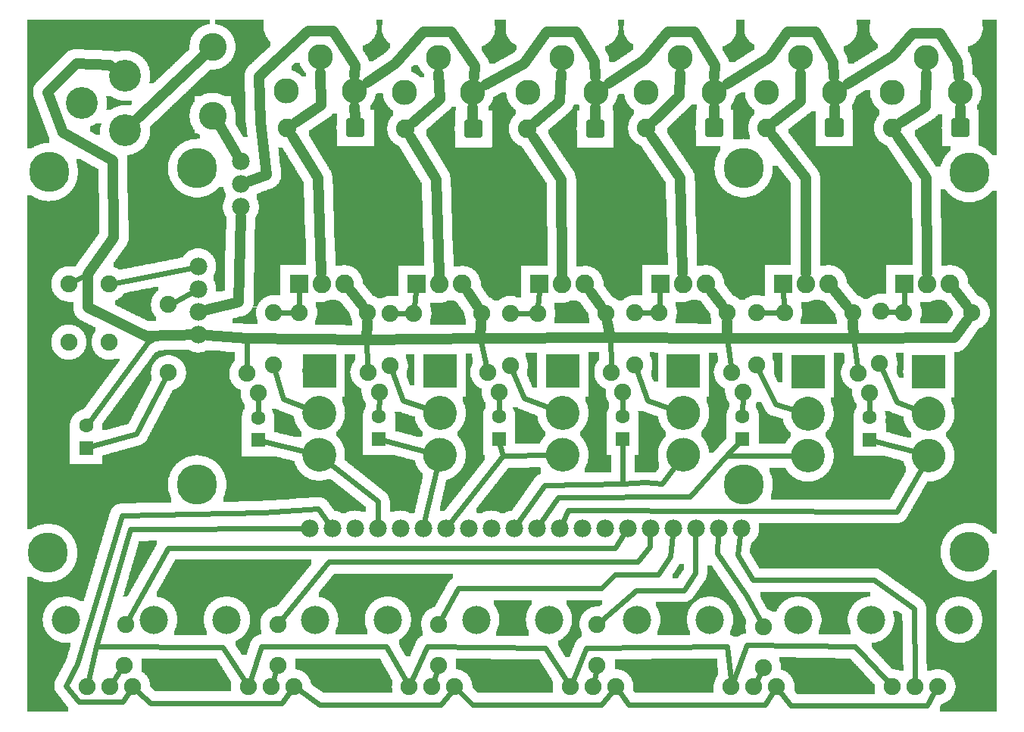
<source format=gbl>
G04 MADE WITH FRITZING*
G04 WWW.FRITZING.ORG*
G04 SINGLE SIDED*
G04 HOLES NOT PLATED*
G04 CONTOUR ON CENTER OF CONTOUR VECTOR*
%ASAXBY*%
%FSLAX23Y23*%
%MOIN*%
%OFA0B0*%
%SFA1.0B1.0*%
%ADD10C,0.075000*%
%ADD11C,0.078000*%
%ADD12C,0.082000*%
%ADD13C,0.062992*%
%ADD14C,0.146986*%
%ADD15C,0.110551*%
%ADD16C,0.074667*%
%ADD17C,0.074695*%
%ADD18C,0.124033*%
%ADD19C,0.177165*%
%ADD20C,0.122047*%
%ADD21C,0.140000*%
%ADD22R,0.062992X0.062992*%
%ADD23R,0.145556X0.145542*%
%ADD24R,0.082000X0.082000*%
%ADD25C,0.024000*%
%ADD26C,0.048000*%
%ADD27C,0.020000*%
%ADD28R,0.001000X0.001000*%
%LNCOPPER0*%
G90*
G70*
G54D10*
X121Y3015D03*
X1009Y3012D03*
X4250Y2947D03*
X2404Y2592D03*
X2928Y2612D03*
X1863Y2590D03*
X3457Y2593D03*
X1418Y2451D03*
X4009Y2578D03*
X1199Y2352D03*
X531Y1835D03*
X1373Y1803D03*
X2974Y1805D03*
X3508Y1805D03*
X4043Y1806D03*
X1893Y1797D03*
X2438Y1800D03*
X2532Y1266D03*
X1563Y1122D03*
X3310Y1285D03*
X2236Y1301D03*
X2784Y1269D03*
X2184Y1050D03*
X3626Y1290D03*
X4141Y2201D03*
X724Y634D03*
X2876Y471D03*
X1713Y575D03*
X112Y2216D03*
X3585Y503D03*
X2178Y470D03*
X3839Y317D03*
X3458Y217D03*
X621Y217D03*
X1327Y215D03*
X2763Y215D03*
X2035Y214D03*
G54D11*
X3183Y849D03*
X3083Y849D03*
X2983Y849D03*
X2883Y849D03*
X2783Y849D03*
X2683Y849D03*
X2583Y849D03*
X2483Y849D03*
X2383Y849D03*
X2283Y849D03*
X2183Y849D03*
X2083Y849D03*
X1983Y849D03*
X1883Y849D03*
X1783Y849D03*
X1683Y849D03*
X1583Y849D03*
X1483Y849D03*
X1383Y849D03*
X1283Y849D03*
G54D12*
X858Y2671D03*
X858Y2969D03*
G54D11*
X981Y2464D03*
X981Y2364D03*
X981Y2264D03*
G54D13*
X1056Y1238D03*
X1056Y1336D03*
X1589Y1243D03*
X1589Y1342D03*
X2117Y1243D03*
X2117Y1342D03*
X2661Y1243D03*
X2661Y1342D03*
X3189Y1243D03*
X3189Y1342D03*
X3748Y1240D03*
X3748Y1339D03*
G54D14*
X1326Y1172D03*
X1326Y1357D03*
X1326Y1542D03*
X1857Y1172D03*
X1857Y1357D03*
X1857Y1542D03*
X2397Y1172D03*
X2397Y1357D03*
X2397Y1542D03*
X2929Y1172D03*
X2929Y1357D03*
X2929Y1542D03*
X3477Y1169D03*
X3477Y1353D03*
X3477Y1538D03*
X4008Y1169D03*
X4008Y1353D03*
X4008Y1538D03*
G54D10*
X224Y1669D03*
X224Y1925D03*
X401Y1669D03*
X401Y1925D03*
X1125Y1568D03*
X1125Y1798D03*
X1638Y1565D03*
X1638Y1795D03*
X2167Y1565D03*
X2167Y1795D03*
X3250Y1569D03*
X3250Y1798D03*
X3792Y1574D03*
X3796Y1804D03*
X2715Y1569D03*
X2715Y1798D03*
G54D15*
X2394Y2921D03*
X2544Y2770D03*
X2244Y2770D03*
X2914Y2921D03*
X3063Y2770D03*
X2763Y2770D03*
X1331Y2925D03*
X1481Y2774D03*
X1180Y2774D03*
X1851Y2921D03*
X2000Y2770D03*
X1700Y2770D03*
X3996Y2921D03*
X4146Y2770D03*
X3846Y2770D03*
X3445Y2921D03*
X3595Y2770D03*
X3294Y2770D03*
G54D13*
X300Y1203D03*
X300Y1302D03*
G54D10*
X1007Y1531D03*
X1057Y1444D03*
X1540Y1536D03*
X1590Y1450D03*
X2068Y1536D03*
X2118Y1450D03*
X2612Y1536D03*
X2662Y1450D03*
X3140Y1536D03*
X3190Y1450D03*
X3699Y1533D03*
X3749Y1447D03*
X662Y1834D03*
X662Y1534D03*
G54D16*
X3139Y152D03*
X3239Y152D03*
G54D17*
X3339Y152D03*
G54D18*
X3045Y447D03*
X3434Y447D03*
G54D16*
X3848Y152D03*
X3948Y152D03*
G54D17*
X4048Y152D03*
G54D18*
X3754Y447D03*
X4142Y447D03*
G54D16*
X2431Y152D03*
X2531Y152D03*
G54D17*
X2631Y152D03*
G54D18*
X2337Y447D03*
X2725Y447D03*
G54D16*
X1722Y152D03*
X1822Y152D03*
G54D17*
X1922Y152D03*
G54D18*
X1628Y447D03*
X2016Y447D03*
G54D16*
X1013Y152D03*
X1113Y152D03*
G54D17*
X1213Y152D03*
G54D18*
X919Y447D03*
X1308Y447D03*
G54D16*
X305Y152D03*
X405Y152D03*
G54D17*
X505Y152D03*
G54D18*
X211Y447D03*
X599Y447D03*
G54D12*
X1236Y1927D03*
X1336Y1927D03*
X1436Y1927D03*
X1755Y1924D03*
X1855Y1924D03*
X1955Y1924D03*
X2295Y1924D03*
X2395Y1924D03*
X2495Y1924D03*
X3367Y1927D03*
X3467Y1927D03*
X3567Y1927D03*
X3902Y1927D03*
X4002Y1927D03*
X4102Y1927D03*
X2826Y1927D03*
X2926Y1927D03*
X3026Y1927D03*
X2540Y2609D03*
X2242Y2609D03*
X1483Y2613D03*
X1185Y2613D03*
X2003Y2609D03*
X1705Y2609D03*
X3592Y2613D03*
X3294Y2613D03*
X4146Y2613D03*
X3848Y2613D03*
X3063Y2613D03*
X2765Y2613D03*
G54D10*
X1239Y1800D03*
X1539Y1800D03*
X1742Y1796D03*
X2042Y1796D03*
X2288Y1796D03*
X2588Y1796D03*
X3373Y1800D03*
X3673Y1800D03*
X3899Y1800D03*
X4199Y1800D03*
X2822Y1800D03*
X3122Y1800D03*
G54D19*
X788Y1042D03*
G54D20*
X856Y2970D03*
X856Y2666D03*
G54D19*
X788Y2435D03*
X3193Y1042D03*
X3193Y2435D03*
G54D10*
X473Y427D03*
X467Y247D03*
X1143Y427D03*
X1143Y247D03*
X1851Y427D03*
X1851Y247D03*
X2549Y427D03*
X2549Y247D03*
X3280Y416D03*
X3280Y236D03*
G54D19*
X4186Y2414D03*
X136Y2418D03*
X132Y741D03*
X4189Y745D03*
G54D11*
X793Y1702D03*
X793Y1802D03*
X793Y1902D03*
X793Y2002D03*
G54D21*
X472Y2602D03*
X472Y2842D03*
X282Y2722D03*
G54D22*
X1056Y1238D03*
X1589Y1243D03*
X2117Y1243D03*
X2661Y1243D03*
X3189Y1243D03*
X3748Y1240D03*
G54D23*
X1326Y1542D03*
X1857Y1542D03*
X2397Y1542D03*
X2929Y1542D03*
X3477Y1538D03*
X4008Y1538D03*
G54D22*
X300Y1203D03*
G54D24*
X1236Y1927D03*
X1755Y1924D03*
X2295Y1924D03*
X3367Y1927D03*
X3902Y1927D03*
X2826Y1927D03*
G54D25*
X3901Y1895D02*
X3900Y1829D01*
D02*
X3749Y1418D02*
X3748Y1366D01*
D02*
X3953Y1184D02*
X3774Y1233D01*
G54D26*
D02*
X3328Y2639D02*
X3444Y2729D01*
D02*
X3444Y2729D02*
X3445Y2853D01*
D02*
X3594Y1894D02*
X3648Y1830D01*
G54D25*
D02*
X344Y329D02*
X494Y846D01*
D02*
X494Y846D02*
X1253Y849D01*
D02*
X344Y329D02*
X312Y183D01*
D02*
X901Y327D02*
X344Y329D01*
D02*
X996Y179D02*
X901Y327D01*
D02*
X1752Y1892D02*
X1745Y1825D01*
D02*
X3345Y1800D02*
X3278Y1799D01*
D02*
X3190Y1421D02*
X3189Y1368D01*
G54D26*
D02*
X2542Y2837D02*
X2539Y2907D01*
D02*
X2539Y2907D02*
X2456Y3034D01*
D02*
X2456Y3034D02*
X2328Y3034D01*
D02*
X2328Y3034D02*
X2228Y2896D01*
D02*
X2228Y2896D02*
X2059Y2803D01*
G54D25*
D02*
X1735Y181D02*
X1800Y329D01*
X1800Y329D02*
X2322Y323D01*
D02*
X2322Y323D02*
X2414Y179D01*
D02*
X2443Y181D02*
X2500Y323D01*
D02*
X2500Y323D02*
X3122Y329D01*
D02*
X3122Y329D02*
X3136Y184D01*
D02*
X2667Y824D02*
X2628Y762D01*
D02*
X2628Y762D02*
X661Y762D01*
D02*
X661Y762D02*
X487Y452D01*
D02*
X2178Y1539D02*
X2228Y1423D01*
D02*
X2228Y1423D02*
X2344Y1378D01*
G54D26*
D02*
X2600Y2808D02*
X2756Y2912D01*
D02*
X2756Y2912D02*
X2861Y3034D01*
D02*
X2861Y3034D02*
X2978Y3034D01*
D02*
X2978Y3034D02*
X3067Y2890D01*
D02*
X3067Y2890D02*
X3065Y2837D01*
D02*
X2542Y2703D02*
X2541Y2652D01*
G54D25*
D02*
X3267Y211D02*
X3253Y181D01*
G54D26*
D02*
X2007Y2837D02*
X2011Y2884D01*
D02*
X2011Y2884D02*
X1906Y3034D01*
D02*
X1906Y3034D02*
X1783Y3034D01*
D02*
X1783Y3034D02*
X1661Y2896D01*
D02*
X1661Y2896D02*
X1536Y2812D01*
G54D25*
D02*
X1210Y1800D02*
X1153Y1799D01*
D02*
X2880Y819D02*
X2870Y725D01*
D02*
X2870Y725D02*
X2819Y644D01*
D02*
X2819Y644D02*
X2626Y644D01*
D02*
X2626Y644D02*
X2567Y584D01*
D02*
X2567Y584D02*
X1939Y584D01*
D02*
X1939Y584D02*
X1865Y452D01*
D02*
X3420Y1168D02*
X3117Y1168D01*
D02*
X3117Y1168D02*
X2956Y990D01*
D02*
X3117Y1168D02*
X3170Y1224D01*
D02*
X2956Y990D02*
X2378Y984D01*
D02*
X2378Y984D02*
X2300Y874D01*
D02*
X1134Y220D02*
X1123Y182D01*
D02*
X2794Y1800D02*
X2744Y1799D01*
D02*
X2259Y1796D02*
X2196Y1795D01*
G54D26*
D02*
X3652Y2806D02*
X3850Y2929D01*
D02*
X3850Y2929D02*
X3939Y3029D01*
D02*
X3939Y3029D02*
X4056Y3029D01*
D02*
X4056Y3029D02*
X4133Y2907D01*
D02*
X4133Y2907D02*
X4140Y2837D01*
D02*
X3052Y1893D02*
X3098Y1832D01*
G54D25*
D02*
X1370Y1137D02*
X1583Y968D01*
D02*
X1583Y968D02*
X1583Y879D01*
D02*
X3871Y1801D02*
X3825Y1803D01*
D02*
X3262Y1543D02*
X3333Y1396D01*
D02*
X3333Y1396D02*
X3422Y1369D01*
D02*
X3179Y819D02*
X3167Y733D01*
D02*
X3167Y733D02*
X3233Y621D01*
D02*
X3233Y621D02*
X3767Y621D01*
D02*
X3767Y621D02*
X3944Y496D01*
D02*
X3944Y496D02*
X3948Y184D01*
D02*
X2662Y1421D02*
X2661Y1368D01*
D02*
X3081Y819D02*
X3078Y740D01*
D02*
X3078Y740D02*
X3204Y555D01*
D02*
X3204Y555D02*
X3266Y441D01*
G54D26*
D02*
X583Y1684D02*
X307Y1821D01*
D02*
X307Y1821D02*
X307Y1970D01*
G54D25*
D02*
X583Y1684D02*
X316Y1323D01*
G54D26*
D02*
X307Y1970D02*
X422Y2129D01*
D02*
X422Y2129D02*
X417Y2468D01*
G54D25*
D02*
X307Y1970D02*
X249Y1938D01*
G54D26*
D02*
X417Y2468D02*
X196Y2592D01*
D02*
X196Y2592D02*
X130Y2770D01*
D02*
X130Y2770D02*
X256Y2896D01*
D02*
X256Y2896D02*
X404Y2888D01*
D02*
X404Y2888D02*
X412Y2882D01*
D02*
X4146Y2702D02*
X4146Y2656D01*
G54D25*
D02*
X1057Y1415D02*
X1056Y1363D01*
D02*
X649Y1508D02*
X522Y1266D01*
D02*
X522Y1266D02*
X326Y1211D01*
D02*
X3358Y126D02*
X3400Y68D01*
D02*
X3400Y68D02*
X4000Y68D01*
D02*
X4000Y68D02*
X4032Y124D01*
G54D26*
D02*
X3063Y2702D02*
X3063Y2656D01*
D02*
X2391Y2853D02*
X2383Y2729D01*
D02*
X2383Y2729D02*
X2275Y2637D01*
D02*
X4128Y1893D02*
X4175Y1832D01*
G54D25*
D02*
X2982Y819D02*
X2981Y651D01*
D02*
X2981Y651D02*
X2930Y577D01*
D02*
X2930Y577D02*
X2722Y577D01*
D02*
X2722Y577D02*
X2570Y446D01*
G54D26*
D02*
X1852Y2853D02*
X1856Y2740D01*
D02*
X1856Y2740D02*
X1738Y2637D01*
G54D25*
D02*
X2825Y1895D02*
X2823Y1829D01*
D02*
X766Y1888D02*
X670Y1836D01*
D02*
X670Y1836D02*
X689Y1842D01*
D02*
X1237Y1895D02*
X1238Y1829D01*
G54D26*
D02*
X2001Y2703D02*
X2002Y2652D01*
G54D25*
D02*
X1706Y180D02*
X1622Y329D01*
D02*
X1622Y329D02*
X1072Y329D01*
D02*
X1072Y329D02*
X1023Y182D01*
D02*
X1082Y1231D02*
X1270Y1186D01*
D02*
X1590Y1421D02*
X1589Y1368D01*
D02*
X763Y1996D02*
X429Y1930D01*
G54D26*
D02*
X2797Y2642D02*
X2911Y2751D01*
D02*
X2911Y2751D02*
X2913Y2853D01*
D02*
X1482Y2841D02*
X1483Y2890D01*
D02*
X1483Y2890D02*
X1389Y3040D01*
D02*
X1389Y3040D02*
X1278Y3040D01*
D02*
X1278Y3040D02*
X1061Y2840D01*
D02*
X1061Y2840D02*
X1067Y2640D01*
D02*
X1067Y2640D02*
X1094Y2407D01*
D02*
X1094Y2407D02*
X1020Y2379D01*
G54D25*
D02*
X1240Y134D02*
X1328Y73D01*
D02*
X1328Y73D02*
X1861Y73D01*
D02*
X1861Y73D02*
X1903Y127D01*
D02*
X2200Y874D02*
X2317Y1040D01*
D02*
X2317Y1040D02*
X2661Y1046D01*
D02*
X2761Y1051D02*
X2833Y1046D01*
D02*
X2661Y1046D02*
X2761Y1051D01*
D02*
X2833Y1046D02*
X2894Y1127D01*
D02*
X2661Y1046D02*
X2661Y1216D01*
D02*
X3150Y182D02*
X3206Y334D01*
D02*
X3206Y334D02*
X3683Y329D01*
D02*
X3683Y329D02*
X3826Y175D01*
G54D26*
D02*
X2789Y2577D02*
X2915Y2391D01*
D02*
X2915Y2391D02*
X2925Y1971D01*
D02*
X1482Y2706D02*
X1483Y2656D01*
D02*
X880Y2634D02*
X960Y2500D01*
G54D25*
D02*
X1648Y1538D02*
X1694Y1412D01*
D02*
X1694Y1412D02*
X1803Y1376D01*
D02*
X1843Y220D02*
X1831Y182D01*
G54D26*
D02*
X1533Y1679D02*
X1537Y1760D01*
D02*
X1533Y1679D02*
X2033Y1684D01*
G54D25*
D02*
X1533Y1679D02*
X1539Y1565D01*
G54D26*
D02*
X2033Y1684D02*
X2606Y1690D01*
D02*
X1006Y1684D02*
X1533Y1679D01*
D02*
X2606Y1690D02*
X3122Y1684D01*
D02*
X2033Y1684D02*
X2039Y1756D01*
D02*
X834Y1699D02*
X1006Y1684D01*
D02*
X3122Y1684D02*
X3678Y1684D01*
D02*
X2606Y1690D02*
X2594Y1757D01*
G54D25*
D02*
X2033Y1684D02*
X2061Y1564D01*
D02*
X1006Y1684D02*
X1007Y1559D01*
G54D26*
D02*
X3678Y1684D02*
X4122Y1688D01*
D02*
X3122Y1684D02*
X3122Y1760D01*
G54D25*
D02*
X2606Y1690D02*
X2611Y1565D01*
G54D26*
D02*
X4122Y1688D02*
X4177Y1767D01*
D02*
X3678Y1684D02*
X3675Y1760D01*
G54D25*
D02*
X3122Y1684D02*
X3137Y1565D01*
D02*
X3678Y1684D02*
X3695Y1562D01*
G54D26*
D02*
X3884Y2636D02*
X3994Y2707D01*
D02*
X3994Y2707D02*
X3996Y2853D01*
D02*
X3321Y2578D02*
X3466Y2391D01*
D02*
X3466Y2391D02*
X3466Y1971D01*
G54D25*
D02*
X1844Y1117D02*
X1789Y878D01*
G54D26*
D02*
X1463Y1894D02*
X1514Y1831D01*
D02*
X833Y1812D02*
X972Y1846D01*
D02*
X972Y1846D02*
X980Y2223D01*
G54D25*
D02*
X1365Y874D02*
X1322Y934D01*
D02*
X1322Y934D02*
X1078Y918D01*
D02*
X1078Y918D02*
X456Y907D01*
D02*
X456Y907D02*
X261Y251D01*
D02*
X261Y251D02*
X211Y157D01*
D02*
X211Y157D02*
X267Y84D01*
D02*
X267Y84D02*
X461Y84D01*
D02*
X461Y84D02*
X487Y125D01*
G54D26*
D02*
X793Y1702D02*
X561Y1696D01*
G54D25*
D02*
X3804Y1548D02*
X3867Y1407D01*
D02*
X3867Y1407D02*
X3955Y1373D01*
G54D26*
D02*
X3872Y2577D02*
X3997Y2391D01*
D02*
X3997Y2391D02*
X4001Y1971D01*
D02*
X2266Y2573D02*
X2391Y2387D01*
D02*
X2391Y2387D02*
X2395Y1967D01*
D02*
X3594Y2703D02*
X3593Y2656D01*
G54D25*
D02*
X2543Y219D02*
X2537Y183D01*
D02*
X3980Y1119D02*
X3867Y923D01*
D02*
X3867Y923D02*
X2422Y929D01*
D02*
X2422Y929D02*
X2396Y876D01*
G54D26*
D02*
X1332Y2857D02*
X1333Y2712D01*
D02*
X1333Y2712D02*
X1221Y2637D01*
G54D25*
D02*
X2293Y1891D02*
X2289Y1825D01*
D02*
X1161Y450D02*
X1367Y701D01*
D02*
X1367Y701D02*
X2728Y701D01*
D02*
X2728Y701D02*
X2781Y770D01*
D02*
X2781Y770D02*
X2782Y819D01*
D02*
X3368Y1895D02*
X3372Y1829D01*
G54D26*
D02*
X1320Y2391D02*
X1334Y1971D01*
D02*
X1208Y2576D02*
X1320Y2391D01*
D02*
X3592Y2837D02*
X3589Y2901D01*
D02*
X3589Y2901D02*
X3511Y3034D01*
D02*
X3511Y3034D02*
X3389Y3034D01*
D02*
X3389Y3034D02*
X3306Y2923D01*
D02*
X3306Y2923D02*
X3120Y2806D01*
D02*
X1980Y1888D02*
X2020Y1829D01*
G54D25*
D02*
X1132Y1541D02*
X1167Y1418D01*
D02*
X1167Y1418D02*
X1272Y1378D01*
G54D26*
D02*
X1840Y2387D02*
X1854Y1967D01*
D02*
X1728Y2572D02*
X1840Y2387D01*
G54D25*
D02*
X1944Y129D02*
X2000Y73D01*
D02*
X2000Y73D02*
X2567Y73D01*
D02*
X2567Y73D02*
X2611Y127D01*
D02*
X2725Y1542D02*
X2772Y1412D01*
D02*
X2772Y1412D02*
X2875Y1376D01*
D02*
X2340Y1171D02*
X2133Y1168D01*
D02*
X2133Y1168D02*
X1901Y873D01*
D02*
X2133Y1168D02*
X2122Y1217D01*
D02*
X452Y224D02*
X422Y178D01*
G54D26*
D02*
X826Y2939D02*
X524Y2652D01*
G54D25*
D02*
X2118Y1421D02*
X2117Y1368D01*
D02*
X1713Y1796D02*
X1667Y1795D01*
G54D26*
D02*
X2521Y1889D02*
X2564Y1828D01*
G54D25*
D02*
X2650Y126D02*
X2689Y73D01*
D02*
X2689Y73D02*
X3289Y73D01*
D02*
X3289Y73D02*
X3322Y125D01*
D02*
X1195Y126D02*
X1161Y79D01*
D02*
X1161Y79D02*
X583Y79D01*
D02*
X583Y79D02*
X528Y130D01*
D02*
X1802Y1187D02*
X1615Y1236D01*
G36*
X40Y3089D02*
X40Y2959D01*
X290Y2959D01*
X290Y2957D01*
X330Y2957D01*
X330Y2955D01*
X370Y2955D01*
X370Y2953D01*
X474Y2953D01*
X474Y2951D01*
X494Y2951D01*
X494Y2949D01*
X502Y2949D01*
X502Y2947D01*
X508Y2947D01*
X508Y2945D01*
X514Y2945D01*
X514Y2943D01*
X518Y2943D01*
X518Y2941D01*
X522Y2941D01*
X522Y2939D01*
X526Y2939D01*
X526Y2937D01*
X530Y2937D01*
X530Y2935D01*
X532Y2935D01*
X532Y2933D01*
X536Y2933D01*
X536Y2931D01*
X538Y2931D01*
X538Y2929D01*
X540Y2929D01*
X540Y2927D01*
X544Y2927D01*
X544Y2925D01*
X546Y2925D01*
X546Y2923D01*
X548Y2923D01*
X548Y2921D01*
X550Y2921D01*
X550Y2919D01*
X552Y2919D01*
X552Y2917D01*
X554Y2917D01*
X554Y2915D01*
X556Y2915D01*
X556Y2911D01*
X558Y2911D01*
X558Y2909D01*
X560Y2909D01*
X560Y2907D01*
X562Y2907D01*
X562Y2905D01*
X564Y2905D01*
X564Y2901D01*
X566Y2901D01*
X566Y2897D01*
X568Y2897D01*
X568Y2895D01*
X570Y2895D01*
X570Y2889D01*
X572Y2889D01*
X572Y2885D01*
X574Y2885D01*
X574Y2881D01*
X576Y2881D01*
X576Y2875D01*
X578Y2875D01*
X578Y2867D01*
X580Y2867D01*
X580Y2857D01*
X582Y2857D01*
X582Y2827D01*
X580Y2827D01*
X580Y2817D01*
X578Y2817D01*
X578Y2809D01*
X598Y2809D01*
X598Y2811D01*
X600Y2811D01*
X600Y2813D01*
X602Y2813D01*
X602Y2815D01*
X604Y2815D01*
X604Y2817D01*
X606Y2817D01*
X606Y2819D01*
X608Y2819D01*
X608Y2821D01*
X610Y2821D01*
X610Y2823D01*
X612Y2823D01*
X612Y2825D01*
X614Y2825D01*
X614Y2827D01*
X616Y2827D01*
X616Y2829D01*
X618Y2829D01*
X618Y2831D01*
X620Y2831D01*
X620Y2833D01*
X624Y2833D01*
X624Y2835D01*
X626Y2835D01*
X626Y2837D01*
X628Y2837D01*
X628Y2839D01*
X630Y2839D01*
X630Y2841D01*
X632Y2841D01*
X632Y2843D01*
X634Y2843D01*
X634Y2845D01*
X636Y2845D01*
X636Y2847D01*
X638Y2847D01*
X638Y2849D01*
X640Y2849D01*
X640Y2851D01*
X642Y2851D01*
X642Y2853D01*
X644Y2853D01*
X644Y2855D01*
X646Y2855D01*
X646Y2857D01*
X648Y2857D01*
X648Y2859D01*
X650Y2859D01*
X650Y2861D01*
X652Y2861D01*
X652Y2863D01*
X654Y2863D01*
X654Y2865D01*
X656Y2865D01*
X656Y2867D01*
X658Y2867D01*
X658Y2869D01*
X660Y2869D01*
X660Y2871D01*
X664Y2871D01*
X664Y2873D01*
X666Y2873D01*
X666Y2875D01*
X668Y2875D01*
X668Y2877D01*
X670Y2877D01*
X670Y2879D01*
X672Y2879D01*
X672Y2881D01*
X674Y2881D01*
X674Y2883D01*
X676Y2883D01*
X676Y2885D01*
X678Y2885D01*
X678Y2887D01*
X680Y2887D01*
X680Y2889D01*
X682Y2889D01*
X682Y2891D01*
X684Y2891D01*
X684Y2893D01*
X686Y2893D01*
X686Y2895D01*
X688Y2895D01*
X688Y2897D01*
X690Y2897D01*
X690Y2899D01*
X692Y2899D01*
X692Y2901D01*
X694Y2901D01*
X694Y2903D01*
X696Y2903D01*
X696Y2905D01*
X698Y2905D01*
X698Y2907D01*
X700Y2907D01*
X700Y2909D01*
X704Y2909D01*
X704Y2911D01*
X706Y2911D01*
X706Y2913D01*
X708Y2913D01*
X708Y2915D01*
X710Y2915D01*
X710Y2917D01*
X712Y2917D01*
X712Y2919D01*
X714Y2919D01*
X714Y2921D01*
X716Y2921D01*
X716Y2923D01*
X718Y2923D01*
X718Y2925D01*
X720Y2925D01*
X720Y2927D01*
X722Y2927D01*
X722Y2929D01*
X724Y2929D01*
X724Y2931D01*
X726Y2931D01*
X726Y2933D01*
X728Y2933D01*
X728Y2935D01*
X730Y2935D01*
X730Y2937D01*
X732Y2937D01*
X732Y2939D01*
X734Y2939D01*
X734Y2941D01*
X736Y2941D01*
X736Y2943D01*
X738Y2943D01*
X738Y2945D01*
X740Y2945D01*
X740Y2947D01*
X742Y2947D01*
X742Y2949D01*
X746Y2949D01*
X746Y2951D01*
X748Y2951D01*
X748Y2953D01*
X750Y2953D01*
X750Y2955D01*
X752Y2955D01*
X752Y2957D01*
X754Y2957D01*
X754Y2979D01*
X756Y2979D01*
X756Y2991D01*
X758Y2991D01*
X758Y2999D01*
X760Y2999D01*
X760Y3005D01*
X762Y3005D01*
X762Y3011D01*
X764Y3011D01*
X764Y3015D01*
X766Y3015D01*
X766Y3019D01*
X768Y3019D01*
X768Y3021D01*
X770Y3021D01*
X770Y3025D01*
X772Y3025D01*
X772Y3027D01*
X774Y3027D01*
X774Y3031D01*
X776Y3031D01*
X776Y3033D01*
X778Y3033D01*
X778Y3035D01*
X780Y3035D01*
X780Y3037D01*
X782Y3037D01*
X782Y3039D01*
X784Y3039D01*
X784Y3041D01*
X786Y3041D01*
X786Y3043D01*
X788Y3043D01*
X788Y3045D01*
X790Y3045D01*
X790Y3047D01*
X792Y3047D01*
X792Y3049D01*
X794Y3049D01*
X794Y3051D01*
X798Y3051D01*
X798Y3053D01*
X800Y3053D01*
X800Y3055D01*
X804Y3055D01*
X804Y3057D01*
X806Y3057D01*
X806Y3059D01*
X810Y3059D01*
X810Y3061D01*
X814Y3061D01*
X814Y3063D01*
X820Y3063D01*
X820Y3065D01*
X826Y3065D01*
X826Y3067D01*
X832Y3067D01*
X832Y3069D01*
X844Y3069D01*
X844Y3089D01*
X40Y3089D01*
G37*
D02*
G36*
X40Y2959D02*
X40Y2521D01*
X60Y2521D01*
X60Y2523D01*
X62Y2523D01*
X62Y2525D01*
X66Y2525D01*
X66Y2527D01*
X70Y2527D01*
X70Y2529D01*
X72Y2529D01*
X72Y2531D01*
X76Y2531D01*
X76Y2533D01*
X80Y2533D01*
X80Y2535D01*
X84Y2535D01*
X84Y2537D01*
X90Y2537D01*
X90Y2539D01*
X96Y2539D01*
X96Y2541D01*
X102Y2541D01*
X102Y2543D01*
X110Y2543D01*
X110Y2545D01*
X122Y2545D01*
X122Y2547D01*
X138Y2547D01*
X138Y2567D01*
X136Y2567D01*
X136Y2573D01*
X134Y2573D01*
X134Y2579D01*
X132Y2579D01*
X132Y2583D01*
X130Y2583D01*
X130Y2589D01*
X128Y2589D01*
X128Y2595D01*
X126Y2595D01*
X126Y2599D01*
X124Y2599D01*
X124Y2605D01*
X122Y2605D01*
X122Y2611D01*
X120Y2611D01*
X120Y2615D01*
X118Y2615D01*
X118Y2621D01*
X116Y2621D01*
X116Y2627D01*
X114Y2627D01*
X114Y2631D01*
X112Y2631D01*
X112Y2637D01*
X110Y2637D01*
X110Y2643D01*
X108Y2643D01*
X108Y2647D01*
X106Y2647D01*
X106Y2653D01*
X104Y2653D01*
X104Y2659D01*
X102Y2659D01*
X102Y2663D01*
X100Y2663D01*
X100Y2669D01*
X98Y2669D01*
X98Y2675D01*
X96Y2675D01*
X96Y2679D01*
X94Y2679D01*
X94Y2685D01*
X92Y2685D01*
X92Y2691D01*
X90Y2691D01*
X90Y2695D01*
X88Y2695D01*
X88Y2701D01*
X86Y2701D01*
X86Y2707D01*
X84Y2707D01*
X84Y2711D01*
X82Y2711D01*
X82Y2717D01*
X80Y2717D01*
X80Y2723D01*
X78Y2723D01*
X78Y2727D01*
X76Y2727D01*
X76Y2733D01*
X74Y2733D01*
X74Y2739D01*
X72Y2739D01*
X72Y2743D01*
X70Y2743D01*
X70Y2749D01*
X68Y2749D01*
X68Y2757D01*
X66Y2757D01*
X66Y2783D01*
X68Y2783D01*
X68Y2791D01*
X70Y2791D01*
X70Y2795D01*
X72Y2795D01*
X72Y2799D01*
X74Y2799D01*
X74Y2803D01*
X76Y2803D01*
X76Y2807D01*
X78Y2807D01*
X78Y2809D01*
X80Y2809D01*
X80Y2811D01*
X82Y2811D01*
X82Y2813D01*
X84Y2813D01*
X84Y2815D01*
X86Y2815D01*
X86Y2817D01*
X88Y2817D01*
X88Y2819D01*
X90Y2819D01*
X90Y2821D01*
X92Y2821D01*
X92Y2823D01*
X94Y2823D01*
X94Y2825D01*
X96Y2825D01*
X96Y2827D01*
X98Y2827D01*
X98Y2829D01*
X100Y2829D01*
X100Y2831D01*
X102Y2831D01*
X102Y2833D01*
X104Y2833D01*
X104Y2835D01*
X106Y2835D01*
X106Y2837D01*
X108Y2837D01*
X108Y2839D01*
X110Y2839D01*
X110Y2841D01*
X112Y2841D01*
X112Y2843D01*
X114Y2843D01*
X114Y2845D01*
X116Y2845D01*
X116Y2847D01*
X118Y2847D01*
X118Y2849D01*
X120Y2849D01*
X120Y2851D01*
X122Y2851D01*
X122Y2853D01*
X124Y2853D01*
X124Y2855D01*
X126Y2855D01*
X126Y2857D01*
X128Y2857D01*
X128Y2859D01*
X130Y2859D01*
X130Y2861D01*
X132Y2861D01*
X132Y2863D01*
X134Y2863D01*
X134Y2865D01*
X136Y2865D01*
X136Y2867D01*
X138Y2867D01*
X138Y2869D01*
X140Y2869D01*
X140Y2871D01*
X142Y2871D01*
X142Y2873D01*
X144Y2873D01*
X144Y2875D01*
X146Y2875D01*
X146Y2877D01*
X148Y2877D01*
X148Y2879D01*
X150Y2879D01*
X150Y2881D01*
X152Y2881D01*
X152Y2883D01*
X154Y2883D01*
X154Y2885D01*
X156Y2885D01*
X156Y2887D01*
X158Y2887D01*
X158Y2889D01*
X160Y2889D01*
X160Y2891D01*
X162Y2891D01*
X162Y2893D01*
X164Y2893D01*
X164Y2895D01*
X166Y2895D01*
X166Y2897D01*
X168Y2897D01*
X168Y2899D01*
X170Y2899D01*
X170Y2901D01*
X172Y2901D01*
X172Y2903D01*
X174Y2903D01*
X174Y2905D01*
X176Y2905D01*
X176Y2907D01*
X178Y2907D01*
X178Y2909D01*
X180Y2909D01*
X180Y2911D01*
X182Y2911D01*
X182Y2913D01*
X184Y2913D01*
X184Y2915D01*
X186Y2915D01*
X186Y2917D01*
X188Y2917D01*
X188Y2919D01*
X190Y2919D01*
X190Y2921D01*
X192Y2921D01*
X192Y2923D01*
X194Y2923D01*
X194Y2925D01*
X196Y2925D01*
X196Y2927D01*
X198Y2927D01*
X198Y2929D01*
X200Y2929D01*
X200Y2931D01*
X202Y2931D01*
X202Y2933D01*
X204Y2933D01*
X204Y2935D01*
X206Y2935D01*
X206Y2937D01*
X208Y2937D01*
X208Y2939D01*
X210Y2939D01*
X210Y2941D01*
X212Y2941D01*
X212Y2943D01*
X214Y2943D01*
X214Y2945D01*
X216Y2945D01*
X216Y2947D01*
X218Y2947D01*
X218Y2949D01*
X222Y2949D01*
X222Y2951D01*
X226Y2951D01*
X226Y2953D01*
X230Y2953D01*
X230Y2955D01*
X234Y2955D01*
X234Y2957D01*
X242Y2957D01*
X242Y2959D01*
X40Y2959D01*
G37*
D02*
G36*
X410Y2953D02*
X410Y2951D01*
X420Y2951D01*
X420Y2949D01*
X450Y2949D01*
X450Y2951D01*
X470Y2951D01*
X470Y2953D01*
X410Y2953D01*
G37*
D02*
G36*
X868Y3089D02*
X868Y3069D01*
X878Y3069D01*
X878Y3067D01*
X886Y3067D01*
X886Y3065D01*
X892Y3065D01*
X892Y3063D01*
X896Y3063D01*
X896Y3061D01*
X900Y3061D01*
X900Y3059D01*
X904Y3059D01*
X904Y3057D01*
X908Y3057D01*
X908Y3055D01*
X912Y3055D01*
X912Y3053D01*
X914Y3053D01*
X914Y3051D01*
X916Y3051D01*
X916Y3049D01*
X920Y3049D01*
X920Y3047D01*
X922Y3047D01*
X922Y3045D01*
X924Y3045D01*
X924Y3043D01*
X926Y3043D01*
X926Y3041D01*
X928Y3041D01*
X928Y3039D01*
X930Y3039D01*
X930Y3037D01*
X932Y3037D01*
X932Y3035D01*
X934Y3035D01*
X934Y3031D01*
X936Y3031D01*
X936Y3029D01*
X938Y3029D01*
X938Y3027D01*
X940Y3027D01*
X940Y3023D01*
X942Y3023D01*
X942Y3021D01*
X944Y3021D01*
X944Y3017D01*
X946Y3017D01*
X946Y3013D01*
X948Y3013D01*
X948Y3009D01*
X950Y3009D01*
X950Y3003D01*
X952Y3003D01*
X952Y2995D01*
X954Y2995D01*
X954Y2987D01*
X956Y2987D01*
X956Y2953D01*
X954Y2953D01*
X954Y2943D01*
X952Y2943D01*
X952Y2937D01*
X950Y2937D01*
X950Y2931D01*
X948Y2931D01*
X948Y2927D01*
X946Y2927D01*
X946Y2923D01*
X944Y2923D01*
X944Y2919D01*
X942Y2919D01*
X942Y2917D01*
X940Y2917D01*
X940Y2913D01*
X938Y2913D01*
X938Y2911D01*
X936Y2911D01*
X936Y2907D01*
X934Y2907D01*
X934Y2905D01*
X932Y2905D01*
X932Y2903D01*
X930Y2903D01*
X930Y2901D01*
X928Y2901D01*
X928Y2899D01*
X926Y2899D01*
X926Y2897D01*
X924Y2897D01*
X924Y2895D01*
X922Y2895D01*
X922Y2893D01*
X920Y2893D01*
X920Y2891D01*
X918Y2891D01*
X918Y2889D01*
X914Y2889D01*
X914Y2887D01*
X912Y2887D01*
X912Y2885D01*
X908Y2885D01*
X908Y2883D01*
X906Y2883D01*
X906Y2881D01*
X902Y2881D01*
X902Y2879D01*
X898Y2879D01*
X898Y2877D01*
X892Y2877D01*
X892Y2875D01*
X888Y2875D01*
X888Y2873D01*
X880Y2873D01*
X880Y2871D01*
X870Y2871D01*
X870Y2869D01*
X844Y2869D01*
X844Y2867D01*
X842Y2867D01*
X842Y2865D01*
X840Y2865D01*
X840Y2863D01*
X838Y2863D01*
X838Y2861D01*
X836Y2861D01*
X836Y2859D01*
X834Y2859D01*
X834Y2857D01*
X832Y2857D01*
X832Y2855D01*
X830Y2855D01*
X830Y2853D01*
X828Y2853D01*
X828Y2851D01*
X826Y2851D01*
X826Y2849D01*
X824Y2849D01*
X824Y2847D01*
X822Y2847D01*
X822Y2845D01*
X820Y2845D01*
X820Y2843D01*
X818Y2843D01*
X818Y2841D01*
X816Y2841D01*
X816Y2839D01*
X814Y2839D01*
X814Y2837D01*
X810Y2837D01*
X810Y2835D01*
X808Y2835D01*
X808Y2833D01*
X806Y2833D01*
X806Y2831D01*
X804Y2831D01*
X804Y2829D01*
X802Y2829D01*
X802Y2827D01*
X800Y2827D01*
X800Y2825D01*
X798Y2825D01*
X798Y2823D01*
X796Y2823D01*
X796Y2821D01*
X794Y2821D01*
X794Y2819D01*
X792Y2819D01*
X792Y2817D01*
X790Y2817D01*
X790Y2815D01*
X788Y2815D01*
X788Y2813D01*
X786Y2813D01*
X786Y2811D01*
X784Y2811D01*
X784Y2809D01*
X782Y2809D01*
X782Y2807D01*
X780Y2807D01*
X780Y2805D01*
X778Y2805D01*
X778Y2803D01*
X776Y2803D01*
X776Y2801D01*
X774Y2801D01*
X774Y2799D01*
X770Y2799D01*
X770Y2797D01*
X768Y2797D01*
X768Y2795D01*
X766Y2795D01*
X766Y2793D01*
X764Y2793D01*
X764Y2791D01*
X762Y2791D01*
X762Y2789D01*
X760Y2789D01*
X760Y2787D01*
X758Y2787D01*
X758Y2785D01*
X756Y2785D01*
X756Y2783D01*
X754Y2783D01*
X754Y2781D01*
X752Y2781D01*
X752Y2779D01*
X750Y2779D01*
X750Y2777D01*
X748Y2777D01*
X748Y2775D01*
X746Y2775D01*
X746Y2773D01*
X744Y2773D01*
X744Y2771D01*
X742Y2771D01*
X742Y2769D01*
X740Y2769D01*
X740Y2767D01*
X870Y2767D01*
X870Y2765D01*
X880Y2765D01*
X880Y2763D01*
X886Y2763D01*
X886Y2761D01*
X892Y2761D01*
X892Y2759D01*
X898Y2759D01*
X898Y2757D01*
X902Y2757D01*
X902Y2755D01*
X906Y2755D01*
X906Y2753D01*
X908Y2753D01*
X908Y2751D01*
X938Y2751D01*
X938Y2723D01*
X940Y2723D01*
X940Y2719D01*
X942Y2719D01*
X942Y2717D01*
X944Y2717D01*
X944Y2713D01*
X946Y2713D01*
X946Y2709D01*
X948Y2709D01*
X948Y2705D01*
X950Y2705D01*
X950Y2699D01*
X952Y2699D01*
X952Y2693D01*
X954Y2693D01*
X954Y2683D01*
X956Y2683D01*
X956Y2629D01*
X958Y2629D01*
X958Y2627D01*
X960Y2627D01*
X960Y2623D01*
X962Y2623D01*
X962Y2619D01*
X964Y2619D01*
X964Y2617D01*
X966Y2617D01*
X966Y2613D01*
X968Y2613D01*
X968Y2609D01*
X970Y2609D01*
X970Y2607D01*
X972Y2607D01*
X972Y2603D01*
X974Y2603D01*
X974Y2599D01*
X976Y2599D01*
X976Y2597D01*
X978Y2597D01*
X978Y2593D01*
X980Y2593D01*
X980Y2589D01*
X982Y2589D01*
X982Y2587D01*
X984Y2587D01*
X984Y2583D01*
X986Y2583D01*
X986Y2579D01*
X988Y2579D01*
X988Y2575D01*
X990Y2575D01*
X990Y2573D01*
X1010Y2573D01*
X1010Y2583D01*
X1008Y2583D01*
X1008Y2599D01*
X1006Y2599D01*
X1006Y2617D01*
X1004Y2617D01*
X1004Y2635D01*
X1002Y2635D01*
X1002Y2699D01*
X1000Y2699D01*
X1000Y2771D01*
X998Y2771D01*
X998Y2855D01*
X1000Y2855D01*
X1000Y2863D01*
X1002Y2863D01*
X1002Y2867D01*
X1004Y2867D01*
X1004Y2871D01*
X1006Y2871D01*
X1006Y2875D01*
X1008Y2875D01*
X1008Y2877D01*
X1010Y2877D01*
X1010Y2879D01*
X1012Y2879D01*
X1012Y2883D01*
X1014Y2883D01*
X1014Y2885D01*
X1016Y2885D01*
X1016Y2887D01*
X1018Y2887D01*
X1018Y2889D01*
X1020Y2889D01*
X1020Y2891D01*
X1022Y2891D01*
X1022Y2893D01*
X1026Y2893D01*
X1026Y2895D01*
X1028Y2895D01*
X1028Y2897D01*
X1030Y2897D01*
X1030Y2899D01*
X1032Y2899D01*
X1032Y2901D01*
X1034Y2901D01*
X1034Y2903D01*
X1036Y2903D01*
X1036Y2905D01*
X1038Y2905D01*
X1038Y2907D01*
X1040Y2907D01*
X1040Y2909D01*
X1042Y2909D01*
X1042Y2911D01*
X1044Y2911D01*
X1044Y2913D01*
X1046Y2913D01*
X1046Y2915D01*
X1048Y2915D01*
X1048Y2917D01*
X1052Y2917D01*
X1052Y2919D01*
X1054Y2919D01*
X1054Y2921D01*
X1056Y2921D01*
X1056Y2923D01*
X1058Y2923D01*
X1058Y2925D01*
X1060Y2925D01*
X1060Y2927D01*
X1062Y2927D01*
X1062Y2929D01*
X1064Y2929D01*
X1064Y2931D01*
X1066Y2931D01*
X1066Y2933D01*
X1068Y2933D01*
X1068Y2935D01*
X1070Y2935D01*
X1070Y2937D01*
X1072Y2937D01*
X1072Y2939D01*
X1074Y2939D01*
X1074Y2941D01*
X1078Y2941D01*
X1078Y2943D01*
X1080Y2943D01*
X1080Y2945D01*
X1082Y2945D01*
X1082Y2947D01*
X1084Y2947D01*
X1084Y2949D01*
X1086Y2949D01*
X1086Y2951D01*
X1088Y2951D01*
X1088Y2953D01*
X1090Y2953D01*
X1090Y2955D01*
X1092Y2955D01*
X1092Y2957D01*
X1094Y2957D01*
X1094Y2959D01*
X1096Y2959D01*
X1096Y2961D01*
X1098Y2961D01*
X1098Y2963D01*
X1100Y2963D01*
X1100Y2965D01*
X1104Y2965D01*
X1104Y2967D01*
X1106Y2967D01*
X1106Y2969D01*
X1108Y2969D01*
X1108Y2971D01*
X1110Y2971D01*
X1110Y2993D01*
X1108Y2993D01*
X1108Y2995D01*
X1106Y2995D01*
X1106Y2997D01*
X1104Y2997D01*
X1104Y2999D01*
X1102Y2999D01*
X1102Y3001D01*
X1100Y3001D01*
X1100Y3005D01*
X1098Y3005D01*
X1098Y3007D01*
X1096Y3007D01*
X1096Y3011D01*
X1094Y3011D01*
X1094Y3013D01*
X1092Y3013D01*
X1092Y3017D01*
X1090Y3017D01*
X1090Y3021D01*
X1088Y3021D01*
X1088Y3025D01*
X1086Y3025D01*
X1086Y3031D01*
X1084Y3031D01*
X1084Y3039D01*
X1082Y3039D01*
X1082Y3089D01*
X868Y3089D01*
G37*
D02*
G36*
X738Y2767D02*
X738Y2765D01*
X736Y2765D01*
X736Y2763D01*
X734Y2763D01*
X734Y2761D01*
X732Y2761D01*
X732Y2759D01*
X728Y2759D01*
X728Y2757D01*
X726Y2757D01*
X726Y2755D01*
X724Y2755D01*
X724Y2753D01*
X722Y2753D01*
X722Y2751D01*
X720Y2751D01*
X720Y2749D01*
X718Y2749D01*
X718Y2747D01*
X716Y2747D01*
X716Y2745D01*
X714Y2745D01*
X714Y2743D01*
X712Y2743D01*
X712Y2741D01*
X710Y2741D01*
X710Y2739D01*
X708Y2739D01*
X708Y2737D01*
X706Y2737D01*
X706Y2735D01*
X704Y2735D01*
X704Y2733D01*
X702Y2733D01*
X702Y2731D01*
X700Y2731D01*
X700Y2729D01*
X698Y2729D01*
X698Y2727D01*
X696Y2727D01*
X696Y2725D01*
X694Y2725D01*
X694Y2723D01*
X692Y2723D01*
X692Y2721D01*
X688Y2721D01*
X688Y2719D01*
X686Y2719D01*
X686Y2717D01*
X684Y2717D01*
X684Y2715D01*
X682Y2715D01*
X682Y2713D01*
X680Y2713D01*
X680Y2711D01*
X678Y2711D01*
X678Y2709D01*
X676Y2709D01*
X676Y2707D01*
X674Y2707D01*
X674Y2705D01*
X672Y2705D01*
X672Y2703D01*
X670Y2703D01*
X670Y2701D01*
X668Y2701D01*
X668Y2699D01*
X666Y2699D01*
X666Y2697D01*
X664Y2697D01*
X664Y2695D01*
X662Y2695D01*
X662Y2693D01*
X660Y2693D01*
X660Y2691D01*
X658Y2691D01*
X658Y2689D01*
X656Y2689D01*
X656Y2687D01*
X654Y2687D01*
X654Y2685D01*
X652Y2685D01*
X652Y2683D01*
X650Y2683D01*
X650Y2681D01*
X646Y2681D01*
X646Y2679D01*
X644Y2679D01*
X644Y2677D01*
X642Y2677D01*
X642Y2675D01*
X640Y2675D01*
X640Y2673D01*
X638Y2673D01*
X638Y2671D01*
X636Y2671D01*
X636Y2669D01*
X634Y2669D01*
X634Y2667D01*
X632Y2667D01*
X632Y2665D01*
X630Y2665D01*
X630Y2663D01*
X628Y2663D01*
X628Y2661D01*
X626Y2661D01*
X626Y2659D01*
X624Y2659D01*
X624Y2657D01*
X622Y2657D01*
X622Y2655D01*
X620Y2655D01*
X620Y2653D01*
X618Y2653D01*
X618Y2651D01*
X616Y2651D01*
X616Y2649D01*
X614Y2649D01*
X614Y2647D01*
X612Y2647D01*
X612Y2645D01*
X610Y2645D01*
X610Y2643D01*
X606Y2643D01*
X606Y2641D01*
X604Y2641D01*
X604Y2639D01*
X602Y2639D01*
X602Y2637D01*
X600Y2637D01*
X600Y2635D01*
X598Y2635D01*
X598Y2633D01*
X596Y2633D01*
X596Y2631D01*
X594Y2631D01*
X594Y2629D01*
X592Y2629D01*
X592Y2627D01*
X590Y2627D01*
X590Y2625D01*
X588Y2625D01*
X588Y2623D01*
X586Y2623D01*
X586Y2621D01*
X584Y2621D01*
X584Y2619D01*
X582Y2619D01*
X582Y2587D01*
X580Y2587D01*
X580Y2577D01*
X578Y2577D01*
X578Y2569D01*
X576Y2569D01*
X576Y2563D01*
X574Y2563D01*
X574Y2559D01*
X572Y2559D01*
X572Y2555D01*
X570Y2555D01*
X570Y2551D01*
X568Y2551D01*
X568Y2547D01*
X566Y2547D01*
X566Y2543D01*
X564Y2543D01*
X564Y2541D01*
X562Y2541D01*
X562Y2537D01*
X560Y2537D01*
X560Y2535D01*
X558Y2535D01*
X558Y2533D01*
X556Y2533D01*
X556Y2529D01*
X554Y2529D01*
X554Y2527D01*
X552Y2527D01*
X552Y2525D01*
X550Y2525D01*
X550Y2523D01*
X548Y2523D01*
X548Y2521D01*
X546Y2521D01*
X546Y2519D01*
X542Y2519D01*
X542Y2517D01*
X540Y2517D01*
X540Y2515D01*
X538Y2515D01*
X538Y2513D01*
X536Y2513D01*
X536Y2511D01*
X532Y2511D01*
X532Y2509D01*
X528Y2509D01*
X528Y2507D01*
X526Y2507D01*
X526Y2505D01*
X522Y2505D01*
X522Y2503D01*
X518Y2503D01*
X518Y2501D01*
X512Y2501D01*
X512Y2499D01*
X508Y2499D01*
X508Y2497D01*
X500Y2497D01*
X500Y2495D01*
X492Y2495D01*
X492Y2493D01*
X480Y2493D01*
X480Y2449D01*
X482Y2449D01*
X482Y2327D01*
X484Y2327D01*
X484Y2307D01*
X772Y2307D01*
X772Y2309D01*
X760Y2309D01*
X760Y2311D01*
X752Y2311D01*
X752Y2313D01*
X746Y2313D01*
X746Y2315D01*
X742Y2315D01*
X742Y2317D01*
X736Y2317D01*
X736Y2319D01*
X732Y2319D01*
X732Y2321D01*
X728Y2321D01*
X728Y2323D01*
X724Y2323D01*
X724Y2325D01*
X722Y2325D01*
X722Y2327D01*
X718Y2327D01*
X718Y2329D01*
X714Y2329D01*
X714Y2331D01*
X712Y2331D01*
X712Y2333D01*
X710Y2333D01*
X710Y2335D01*
X706Y2335D01*
X706Y2337D01*
X704Y2337D01*
X704Y2339D01*
X702Y2339D01*
X702Y2341D01*
X700Y2341D01*
X700Y2343D01*
X698Y2343D01*
X698Y2345D01*
X696Y2345D01*
X696Y2347D01*
X694Y2347D01*
X694Y2349D01*
X692Y2349D01*
X692Y2351D01*
X690Y2351D01*
X690Y2353D01*
X688Y2353D01*
X688Y2357D01*
X686Y2357D01*
X686Y2359D01*
X684Y2359D01*
X684Y2361D01*
X682Y2361D01*
X682Y2365D01*
X680Y2365D01*
X680Y2369D01*
X678Y2369D01*
X678Y2371D01*
X676Y2371D01*
X676Y2375D01*
X674Y2375D01*
X674Y2379D01*
X672Y2379D01*
X672Y2383D01*
X670Y2383D01*
X670Y2387D01*
X668Y2387D01*
X668Y2393D01*
X666Y2393D01*
X666Y2399D01*
X664Y2399D01*
X664Y2407D01*
X662Y2407D01*
X662Y2419D01*
X660Y2419D01*
X660Y2453D01*
X662Y2453D01*
X662Y2463D01*
X664Y2463D01*
X664Y2471D01*
X666Y2471D01*
X666Y2477D01*
X668Y2477D01*
X668Y2483D01*
X670Y2483D01*
X670Y2487D01*
X672Y2487D01*
X672Y2493D01*
X674Y2493D01*
X674Y2497D01*
X676Y2497D01*
X676Y2499D01*
X678Y2499D01*
X678Y2503D01*
X680Y2503D01*
X680Y2507D01*
X682Y2507D01*
X682Y2509D01*
X684Y2509D01*
X684Y2511D01*
X686Y2511D01*
X686Y2515D01*
X688Y2515D01*
X688Y2517D01*
X690Y2517D01*
X690Y2519D01*
X692Y2519D01*
X692Y2521D01*
X694Y2521D01*
X694Y2523D01*
X696Y2523D01*
X696Y2525D01*
X698Y2525D01*
X698Y2527D01*
X700Y2527D01*
X700Y2529D01*
X702Y2529D01*
X702Y2531D01*
X704Y2531D01*
X704Y2533D01*
X706Y2533D01*
X706Y2535D01*
X708Y2535D01*
X708Y2537D01*
X710Y2537D01*
X710Y2539D01*
X714Y2539D01*
X714Y2541D01*
X716Y2541D01*
X716Y2543D01*
X720Y2543D01*
X720Y2545D01*
X722Y2545D01*
X722Y2547D01*
X726Y2547D01*
X726Y2549D01*
X730Y2549D01*
X730Y2551D01*
X734Y2551D01*
X734Y2553D01*
X738Y2553D01*
X738Y2555D01*
X744Y2555D01*
X744Y2557D01*
X750Y2557D01*
X750Y2559D01*
X756Y2559D01*
X756Y2561D01*
X766Y2561D01*
X766Y2563D01*
X788Y2563D01*
X788Y2565D01*
X800Y2565D01*
X800Y2583D01*
X796Y2583D01*
X796Y2585D01*
X794Y2585D01*
X794Y2587D01*
X792Y2587D01*
X792Y2589D01*
X776Y2589D01*
X776Y2605D01*
X774Y2605D01*
X774Y2607D01*
X772Y2607D01*
X772Y2611D01*
X770Y2611D01*
X770Y2615D01*
X768Y2615D01*
X768Y2617D01*
X766Y2617D01*
X766Y2621D01*
X764Y2621D01*
X764Y2625D01*
X762Y2625D01*
X762Y2631D01*
X760Y2631D01*
X760Y2637D01*
X758Y2637D01*
X758Y2645D01*
X756Y2645D01*
X756Y2657D01*
X754Y2657D01*
X754Y2675D01*
X756Y2675D01*
X756Y2687D01*
X758Y2687D01*
X758Y2695D01*
X760Y2695D01*
X760Y2701D01*
X762Y2701D01*
X762Y2707D01*
X764Y2707D01*
X764Y2711D01*
X766Y2711D01*
X766Y2715D01*
X768Y2715D01*
X768Y2717D01*
X770Y2717D01*
X770Y2721D01*
X772Y2721D01*
X772Y2725D01*
X774Y2725D01*
X774Y2727D01*
X776Y2727D01*
X776Y2751D01*
X802Y2751D01*
X802Y2753D01*
X806Y2753D01*
X806Y2755D01*
X810Y2755D01*
X810Y2757D01*
X814Y2757D01*
X814Y2759D01*
X818Y2759D01*
X818Y2761D01*
X824Y2761D01*
X824Y2763D01*
X832Y2763D01*
X832Y2765D01*
X842Y2765D01*
X842Y2767D01*
X738Y2767D01*
G37*
D02*
G36*
X884Y2351D02*
X884Y2349D01*
X882Y2349D01*
X882Y2347D01*
X880Y2347D01*
X880Y2345D01*
X878Y2345D01*
X878Y2343D01*
X876Y2343D01*
X876Y2341D01*
X874Y2341D01*
X874Y2339D01*
X872Y2339D01*
X872Y2337D01*
X870Y2337D01*
X870Y2335D01*
X868Y2335D01*
X868Y2333D01*
X864Y2333D01*
X864Y2331D01*
X862Y2331D01*
X862Y2329D01*
X858Y2329D01*
X858Y2327D01*
X856Y2327D01*
X856Y2325D01*
X852Y2325D01*
X852Y2323D01*
X848Y2323D01*
X848Y2321D01*
X844Y2321D01*
X844Y2319D01*
X840Y2319D01*
X840Y2317D01*
X836Y2317D01*
X836Y2315D01*
X830Y2315D01*
X830Y2313D01*
X824Y2313D01*
X824Y2311D01*
X816Y2311D01*
X816Y2309D01*
X804Y2309D01*
X804Y2307D01*
X914Y2307D01*
X914Y2325D01*
X912Y2325D01*
X912Y2329D01*
X910Y2329D01*
X910Y2333D01*
X908Y2333D01*
X908Y2337D01*
X906Y2337D01*
X906Y2343D01*
X904Y2343D01*
X904Y2351D01*
X884Y2351D01*
G37*
D02*
G36*
X484Y2307D02*
X484Y2305D01*
X914Y2305D01*
X914Y2307D01*
X484Y2307D01*
G37*
D02*
G36*
X484Y2307D02*
X484Y2305D01*
X914Y2305D01*
X914Y2307D01*
X484Y2307D01*
G37*
D02*
G36*
X484Y2305D02*
X484Y2205D01*
X486Y2205D01*
X486Y2117D01*
X484Y2117D01*
X484Y2109D01*
X482Y2109D01*
X482Y2103D01*
X480Y2103D01*
X480Y2099D01*
X478Y2099D01*
X478Y2095D01*
X476Y2095D01*
X476Y2093D01*
X474Y2093D01*
X474Y2089D01*
X472Y2089D01*
X472Y2087D01*
X470Y2087D01*
X470Y2085D01*
X468Y2085D01*
X468Y2081D01*
X808Y2081D01*
X808Y2079D01*
X816Y2079D01*
X816Y2077D01*
X822Y2077D01*
X822Y2075D01*
X826Y2075D01*
X826Y2073D01*
X830Y2073D01*
X830Y2071D01*
X834Y2071D01*
X834Y2069D01*
X836Y2069D01*
X836Y2067D01*
X840Y2067D01*
X840Y2065D01*
X842Y2065D01*
X842Y2063D01*
X844Y2063D01*
X844Y2061D01*
X846Y2061D01*
X846Y2059D01*
X848Y2059D01*
X848Y2057D01*
X850Y2057D01*
X850Y2055D01*
X852Y2055D01*
X852Y2053D01*
X854Y2053D01*
X854Y2051D01*
X856Y2051D01*
X856Y2049D01*
X858Y2049D01*
X858Y2045D01*
X860Y2045D01*
X860Y2043D01*
X862Y2043D01*
X862Y2039D01*
X864Y2039D01*
X864Y2035D01*
X866Y2035D01*
X866Y2029D01*
X868Y2029D01*
X868Y2023D01*
X870Y2023D01*
X870Y2013D01*
X872Y2013D01*
X872Y1991D01*
X870Y1991D01*
X870Y1981D01*
X868Y1981D01*
X868Y1975D01*
X866Y1975D01*
X866Y1971D01*
X864Y1971D01*
X864Y1967D01*
X862Y1967D01*
X862Y1963D01*
X860Y1963D01*
X860Y1943D01*
X862Y1943D01*
X862Y1939D01*
X864Y1939D01*
X864Y1935D01*
X866Y1935D01*
X866Y1929D01*
X868Y1929D01*
X868Y1923D01*
X870Y1923D01*
X870Y1913D01*
X872Y1913D01*
X872Y1891D01*
X892Y1891D01*
X892Y1893D01*
X900Y1893D01*
X900Y1895D01*
X908Y1895D01*
X908Y1897D01*
X910Y1897D01*
X910Y1977D01*
X912Y1977D01*
X912Y2071D01*
X914Y2071D01*
X914Y2167D01*
X916Y2167D01*
X916Y2221D01*
X914Y2221D01*
X914Y2225D01*
X912Y2225D01*
X912Y2229D01*
X910Y2229D01*
X910Y2233D01*
X908Y2233D01*
X908Y2237D01*
X906Y2237D01*
X906Y2243D01*
X904Y2243D01*
X904Y2253D01*
X902Y2253D01*
X902Y2275D01*
X904Y2275D01*
X904Y2285D01*
X906Y2285D01*
X906Y2291D01*
X908Y2291D01*
X908Y2297D01*
X910Y2297D01*
X910Y2301D01*
X912Y2301D01*
X912Y2305D01*
X484Y2305D01*
G37*
D02*
G36*
X466Y2081D02*
X466Y2079D01*
X464Y2079D01*
X464Y2077D01*
X462Y2077D01*
X462Y2073D01*
X460Y2073D01*
X460Y2071D01*
X458Y2071D01*
X458Y2067D01*
X456Y2067D01*
X456Y2065D01*
X454Y2065D01*
X454Y2063D01*
X452Y2063D01*
X452Y2059D01*
X450Y2059D01*
X450Y2057D01*
X448Y2057D01*
X448Y2053D01*
X446Y2053D01*
X446Y2051D01*
X444Y2051D01*
X444Y2049D01*
X442Y2049D01*
X442Y2045D01*
X440Y2045D01*
X440Y2043D01*
X438Y2043D01*
X438Y2041D01*
X436Y2041D01*
X436Y2037D01*
X434Y2037D01*
X434Y2035D01*
X432Y2035D01*
X432Y2031D01*
X430Y2031D01*
X430Y2029D01*
X428Y2029D01*
X428Y2027D01*
X426Y2027D01*
X426Y2023D01*
X424Y2023D01*
X424Y2021D01*
X422Y2021D01*
X422Y1999D01*
X426Y1999D01*
X426Y1997D01*
X432Y1997D01*
X432Y1995D01*
X436Y1995D01*
X436Y1993D01*
X440Y1993D01*
X440Y1991D01*
X442Y1991D01*
X442Y1989D01*
X462Y1989D01*
X462Y1991D01*
X472Y1991D01*
X472Y1993D01*
X482Y1993D01*
X482Y1995D01*
X492Y1995D01*
X492Y1997D01*
X502Y1997D01*
X502Y1999D01*
X512Y1999D01*
X512Y2001D01*
X522Y2001D01*
X522Y2003D01*
X532Y2003D01*
X532Y2005D01*
X542Y2005D01*
X542Y2007D01*
X552Y2007D01*
X552Y2009D01*
X562Y2009D01*
X562Y2011D01*
X574Y2011D01*
X574Y2013D01*
X584Y2013D01*
X584Y2015D01*
X594Y2015D01*
X594Y2017D01*
X604Y2017D01*
X604Y2019D01*
X614Y2019D01*
X614Y2021D01*
X624Y2021D01*
X624Y2023D01*
X634Y2023D01*
X634Y2025D01*
X644Y2025D01*
X644Y2027D01*
X654Y2027D01*
X654Y2029D01*
X664Y2029D01*
X664Y2031D01*
X674Y2031D01*
X674Y2033D01*
X684Y2033D01*
X684Y2035D01*
X694Y2035D01*
X694Y2037D01*
X704Y2037D01*
X704Y2039D01*
X714Y2039D01*
X714Y2041D01*
X724Y2041D01*
X724Y2043D01*
X726Y2043D01*
X726Y2045D01*
X728Y2045D01*
X728Y2049D01*
X730Y2049D01*
X730Y2051D01*
X732Y2051D01*
X732Y2053D01*
X734Y2053D01*
X734Y2055D01*
X736Y2055D01*
X736Y2059D01*
X740Y2059D01*
X740Y2061D01*
X742Y2061D01*
X742Y2063D01*
X744Y2063D01*
X744Y2065D01*
X746Y2065D01*
X746Y2067D01*
X748Y2067D01*
X748Y2069D01*
X752Y2069D01*
X752Y2071D01*
X756Y2071D01*
X756Y2073D01*
X760Y2073D01*
X760Y2075D01*
X764Y2075D01*
X764Y2077D01*
X770Y2077D01*
X770Y2079D01*
X778Y2079D01*
X778Y2081D01*
X466Y2081D01*
G37*
D02*
G36*
X1578Y3089D02*
X1578Y3067D01*
X1580Y3067D01*
X1580Y3041D01*
X1578Y3041D01*
X1578Y3033D01*
X1576Y3033D01*
X1576Y3027D01*
X1574Y3027D01*
X1574Y3021D01*
X1572Y3021D01*
X1572Y3017D01*
X1570Y3017D01*
X1570Y3013D01*
X1568Y3013D01*
X1568Y3011D01*
X1566Y3011D01*
X1566Y3007D01*
X1564Y3007D01*
X1564Y3005D01*
X1562Y3005D01*
X1562Y3003D01*
X1560Y3003D01*
X1560Y3001D01*
X1558Y3001D01*
X1558Y2997D01*
X1556Y2997D01*
X1556Y2995D01*
X1554Y2995D01*
X1554Y2993D01*
X1550Y2993D01*
X1550Y2991D01*
X1548Y2991D01*
X1548Y2989D01*
X1546Y2989D01*
X1546Y2987D01*
X1542Y2987D01*
X1542Y2985D01*
X1540Y2985D01*
X1540Y2983D01*
X1536Y2983D01*
X1536Y2981D01*
X1532Y2981D01*
X1532Y2979D01*
X1526Y2979D01*
X1526Y2977D01*
X1520Y2977D01*
X1520Y2975D01*
X1518Y2975D01*
X1518Y2953D01*
X1520Y2953D01*
X1520Y2951D01*
X1522Y2951D01*
X1522Y2947D01*
X1524Y2947D01*
X1524Y2945D01*
X1526Y2945D01*
X1526Y2941D01*
X1528Y2941D01*
X1528Y2937D01*
X1530Y2937D01*
X1530Y2935D01*
X1532Y2935D01*
X1532Y2931D01*
X1534Y2931D01*
X1534Y2929D01*
X1536Y2929D01*
X1536Y2925D01*
X1538Y2925D01*
X1538Y2921D01*
X1540Y2921D01*
X1540Y2917D01*
X1542Y2917D01*
X1542Y2913D01*
X1544Y2913D01*
X1544Y2907D01*
X1564Y2907D01*
X1564Y2909D01*
X1568Y2909D01*
X1568Y2911D01*
X1570Y2911D01*
X1570Y2913D01*
X1574Y2913D01*
X1574Y2915D01*
X1576Y2915D01*
X1576Y2917D01*
X1580Y2917D01*
X1580Y2919D01*
X1582Y2919D01*
X1582Y2921D01*
X1586Y2921D01*
X1586Y2923D01*
X1588Y2923D01*
X1588Y2925D01*
X1592Y2925D01*
X1592Y2927D01*
X1594Y2927D01*
X1594Y2929D01*
X1598Y2929D01*
X1598Y2931D01*
X1600Y2931D01*
X1600Y2933D01*
X1604Y2933D01*
X1604Y2935D01*
X1606Y2935D01*
X1606Y2937D01*
X1610Y2937D01*
X1610Y2939D01*
X1612Y2939D01*
X1612Y2941D01*
X1616Y2941D01*
X1616Y2943D01*
X1618Y2943D01*
X1618Y2945D01*
X1620Y2945D01*
X1620Y2947D01*
X1622Y2947D01*
X1622Y2949D01*
X1624Y2949D01*
X1624Y2951D01*
X1626Y2951D01*
X1626Y2953D01*
X1628Y2953D01*
X1628Y2957D01*
X1630Y2957D01*
X1630Y2959D01*
X1632Y2959D01*
X1632Y2961D01*
X1634Y2961D01*
X1634Y2963D01*
X1636Y2963D01*
X1636Y2985D01*
X1634Y2985D01*
X1634Y2987D01*
X1630Y2987D01*
X1630Y2989D01*
X1628Y2989D01*
X1628Y2991D01*
X1626Y2991D01*
X1626Y2993D01*
X1624Y2993D01*
X1624Y2995D01*
X1622Y2995D01*
X1622Y2997D01*
X1620Y2997D01*
X1620Y3001D01*
X1618Y3001D01*
X1618Y3003D01*
X1616Y3003D01*
X1616Y3005D01*
X1614Y3005D01*
X1614Y3009D01*
X1612Y3009D01*
X1612Y3013D01*
X1610Y3013D01*
X1610Y3017D01*
X1608Y3017D01*
X1608Y3021D01*
X1606Y3021D01*
X1606Y3027D01*
X1604Y3027D01*
X1604Y3033D01*
X1602Y3033D01*
X1602Y3067D01*
X1604Y3067D01*
X1604Y3089D01*
X1578Y3089D01*
G37*
D02*
G36*
X2098Y3089D02*
X2098Y3061D01*
X2100Y3061D01*
X2100Y3041D01*
X2098Y3041D01*
X2098Y3029D01*
X2096Y3029D01*
X2096Y3023D01*
X2094Y3023D01*
X2094Y3019D01*
X2092Y3019D01*
X2092Y3015D01*
X2090Y3015D01*
X2090Y3011D01*
X2088Y3011D01*
X2088Y3007D01*
X2086Y3007D01*
X2086Y3005D01*
X2084Y3005D01*
X2084Y3001D01*
X2082Y3001D01*
X2082Y2999D01*
X2080Y2999D01*
X2080Y2997D01*
X2078Y2997D01*
X2078Y2995D01*
X2076Y2995D01*
X2076Y2993D01*
X2074Y2993D01*
X2074Y2991D01*
X2072Y2991D01*
X2072Y2989D01*
X2070Y2989D01*
X2070Y2987D01*
X2068Y2987D01*
X2068Y2985D01*
X2064Y2985D01*
X2064Y2983D01*
X2062Y2983D01*
X2062Y2981D01*
X2058Y2981D01*
X2058Y2979D01*
X2056Y2979D01*
X2056Y2977D01*
X2052Y2977D01*
X2052Y2975D01*
X2046Y2975D01*
X2046Y2973D01*
X2040Y2973D01*
X2040Y2953D01*
X2042Y2953D01*
X2042Y2951D01*
X2044Y2951D01*
X2044Y2947D01*
X2046Y2947D01*
X2046Y2945D01*
X2048Y2945D01*
X2048Y2941D01*
X2050Y2941D01*
X2050Y2939D01*
X2052Y2939D01*
X2052Y2937D01*
X2054Y2937D01*
X2054Y2933D01*
X2056Y2933D01*
X2056Y2931D01*
X2058Y2931D01*
X2058Y2927D01*
X2060Y2927D01*
X2060Y2925D01*
X2062Y2925D01*
X2062Y2923D01*
X2064Y2923D01*
X2064Y2919D01*
X2066Y2919D01*
X2066Y2915D01*
X2068Y2915D01*
X2068Y2911D01*
X2070Y2911D01*
X2070Y2907D01*
X2072Y2907D01*
X2072Y2901D01*
X2074Y2901D01*
X2074Y2895D01*
X2096Y2895D01*
X2096Y2897D01*
X2100Y2897D01*
X2100Y2899D01*
X2104Y2899D01*
X2104Y2901D01*
X2106Y2901D01*
X2106Y2903D01*
X2110Y2903D01*
X2110Y2905D01*
X2114Y2905D01*
X2114Y2907D01*
X2118Y2907D01*
X2118Y2909D01*
X2122Y2909D01*
X2122Y2911D01*
X2124Y2911D01*
X2124Y2913D01*
X2128Y2913D01*
X2128Y2915D01*
X2132Y2915D01*
X2132Y2917D01*
X2136Y2917D01*
X2136Y2919D01*
X2140Y2919D01*
X2140Y2921D01*
X2142Y2921D01*
X2142Y2923D01*
X2146Y2923D01*
X2146Y2925D01*
X2150Y2925D01*
X2150Y2927D01*
X2154Y2927D01*
X2154Y2929D01*
X2158Y2929D01*
X2158Y2931D01*
X2162Y2931D01*
X2162Y2933D01*
X2164Y2933D01*
X2164Y2935D01*
X2168Y2935D01*
X2168Y2937D01*
X2172Y2937D01*
X2172Y2939D01*
X2176Y2939D01*
X2176Y2941D01*
X2180Y2941D01*
X2180Y2943D01*
X2182Y2943D01*
X2182Y2945D01*
X2186Y2945D01*
X2186Y2949D01*
X2188Y2949D01*
X2188Y2951D01*
X2190Y2951D01*
X2190Y2955D01*
X2192Y2955D01*
X2192Y2957D01*
X2194Y2957D01*
X2194Y2977D01*
X2190Y2977D01*
X2190Y2979D01*
X2186Y2979D01*
X2186Y2981D01*
X2184Y2981D01*
X2184Y2983D01*
X2180Y2983D01*
X2180Y2985D01*
X2178Y2985D01*
X2178Y2987D01*
X2174Y2987D01*
X2174Y2989D01*
X2172Y2989D01*
X2172Y2991D01*
X2170Y2991D01*
X2170Y2993D01*
X2168Y2993D01*
X2168Y2995D01*
X2166Y2995D01*
X2166Y2997D01*
X2164Y2997D01*
X2164Y3001D01*
X2162Y3001D01*
X2162Y3003D01*
X2160Y3003D01*
X2160Y3005D01*
X2158Y3005D01*
X2158Y3009D01*
X2156Y3009D01*
X2156Y3013D01*
X2154Y3013D01*
X2154Y3017D01*
X2152Y3017D01*
X2152Y3021D01*
X2150Y3021D01*
X2150Y3027D01*
X2148Y3027D01*
X2148Y3033D01*
X2146Y3033D01*
X2146Y3069D01*
X2148Y3069D01*
X2148Y3089D01*
X2098Y3089D01*
G37*
D02*
G36*
X2642Y3089D02*
X2642Y3061D01*
X2644Y3061D01*
X2644Y3041D01*
X2642Y3041D01*
X2642Y3031D01*
X2640Y3031D01*
X2640Y3023D01*
X2638Y3023D01*
X2638Y3019D01*
X2636Y3019D01*
X2636Y3015D01*
X2634Y3015D01*
X2634Y3011D01*
X2632Y3011D01*
X2632Y3007D01*
X2630Y3007D01*
X2630Y3005D01*
X2628Y3005D01*
X2628Y3001D01*
X2626Y3001D01*
X2626Y2999D01*
X2624Y2999D01*
X2624Y2997D01*
X2622Y2997D01*
X2622Y2995D01*
X2620Y2995D01*
X2620Y2993D01*
X2618Y2993D01*
X2618Y2991D01*
X2616Y2991D01*
X2616Y2989D01*
X2614Y2989D01*
X2614Y2987D01*
X2612Y2987D01*
X2612Y2985D01*
X2608Y2985D01*
X2608Y2983D01*
X2606Y2983D01*
X2606Y2981D01*
X2602Y2981D01*
X2602Y2979D01*
X2600Y2979D01*
X2600Y2977D01*
X2596Y2977D01*
X2596Y2975D01*
X2590Y2975D01*
X2590Y2973D01*
X2584Y2973D01*
X2584Y2953D01*
X2586Y2953D01*
X2586Y2951D01*
X2588Y2951D01*
X2588Y2947D01*
X2590Y2947D01*
X2590Y2945D01*
X2592Y2945D01*
X2592Y2941D01*
X2594Y2941D01*
X2594Y2937D01*
X2596Y2937D01*
X2596Y2933D01*
X2598Y2933D01*
X2598Y2929D01*
X2600Y2929D01*
X2600Y2923D01*
X2602Y2923D01*
X2602Y2905D01*
X2604Y2905D01*
X2604Y2901D01*
X2626Y2901D01*
X2626Y2903D01*
X2628Y2903D01*
X2628Y2905D01*
X2632Y2905D01*
X2632Y2907D01*
X2634Y2907D01*
X2634Y2909D01*
X2638Y2909D01*
X2638Y2911D01*
X2640Y2911D01*
X2640Y2913D01*
X2644Y2913D01*
X2644Y2915D01*
X2646Y2915D01*
X2646Y2917D01*
X2650Y2917D01*
X2650Y2919D01*
X2652Y2919D01*
X2652Y2921D01*
X2656Y2921D01*
X2656Y2923D01*
X2658Y2923D01*
X2658Y2925D01*
X2662Y2925D01*
X2662Y2927D01*
X2664Y2927D01*
X2664Y2929D01*
X2668Y2929D01*
X2668Y2931D01*
X2670Y2931D01*
X2670Y2933D01*
X2674Y2933D01*
X2674Y2935D01*
X2676Y2935D01*
X2676Y2937D01*
X2680Y2937D01*
X2680Y2939D01*
X2682Y2939D01*
X2682Y2941D01*
X2684Y2941D01*
X2684Y2943D01*
X2688Y2943D01*
X2688Y2945D01*
X2690Y2945D01*
X2690Y2947D01*
X2694Y2947D01*
X2694Y2949D01*
X2696Y2949D01*
X2696Y2951D01*
X2700Y2951D01*
X2700Y2953D01*
X2702Y2953D01*
X2702Y2955D01*
X2706Y2955D01*
X2706Y2957D01*
X2708Y2957D01*
X2708Y2979D01*
X2706Y2979D01*
X2706Y2981D01*
X2702Y2981D01*
X2702Y2983D01*
X2700Y2983D01*
X2700Y2985D01*
X2696Y2985D01*
X2696Y2987D01*
X2694Y2987D01*
X2694Y2989D01*
X2692Y2989D01*
X2692Y2991D01*
X2690Y2991D01*
X2690Y2993D01*
X2688Y2993D01*
X2688Y2995D01*
X2686Y2995D01*
X2686Y2997D01*
X2684Y2997D01*
X2684Y2999D01*
X2682Y2999D01*
X2682Y3001D01*
X2680Y3001D01*
X2680Y3005D01*
X2678Y3005D01*
X2678Y3007D01*
X2676Y3007D01*
X2676Y3011D01*
X2674Y3011D01*
X2674Y3015D01*
X2672Y3015D01*
X2672Y3019D01*
X2670Y3019D01*
X2670Y3023D01*
X2668Y3023D01*
X2668Y3029D01*
X2666Y3029D01*
X2666Y3041D01*
X2664Y3041D01*
X2664Y3061D01*
X2666Y3061D01*
X2666Y3089D01*
X2642Y3089D01*
G37*
D02*
G36*
X3160Y3089D02*
X3160Y3067D01*
X3162Y3067D01*
X3162Y3033D01*
X3160Y3033D01*
X3160Y3027D01*
X3158Y3027D01*
X3158Y3021D01*
X3156Y3021D01*
X3156Y3017D01*
X3154Y3017D01*
X3154Y3013D01*
X3152Y3013D01*
X3152Y3009D01*
X3150Y3009D01*
X3150Y3005D01*
X3148Y3005D01*
X3148Y3003D01*
X3146Y3003D01*
X3146Y3001D01*
X3144Y3001D01*
X3144Y2997D01*
X3142Y2997D01*
X3142Y2995D01*
X3140Y2995D01*
X3140Y2993D01*
X3138Y2993D01*
X3138Y2991D01*
X3136Y2991D01*
X3136Y2989D01*
X3134Y2989D01*
X3134Y2987D01*
X3130Y2987D01*
X3130Y2985D01*
X3128Y2985D01*
X3128Y2983D01*
X3124Y2983D01*
X3124Y2981D01*
X3122Y2981D01*
X3122Y2979D01*
X3118Y2979D01*
X3118Y2977D01*
X3114Y2977D01*
X3114Y2975D01*
X3110Y2975D01*
X3110Y2973D01*
X3102Y2973D01*
X3102Y2953D01*
X3104Y2953D01*
X3104Y2949D01*
X3106Y2949D01*
X3106Y2947D01*
X3108Y2947D01*
X3108Y2943D01*
X3110Y2943D01*
X3110Y2941D01*
X3112Y2941D01*
X3112Y2937D01*
X3114Y2937D01*
X3114Y2933D01*
X3116Y2933D01*
X3116Y2931D01*
X3118Y2931D01*
X3118Y2927D01*
X3120Y2927D01*
X3120Y2923D01*
X3122Y2923D01*
X3122Y2921D01*
X3124Y2921D01*
X3124Y2917D01*
X3126Y2917D01*
X3126Y2911D01*
X3128Y2911D01*
X3128Y2905D01*
X3130Y2905D01*
X3130Y2901D01*
X3152Y2901D01*
X3152Y2903D01*
X3156Y2903D01*
X3156Y2905D01*
X3158Y2905D01*
X3158Y2907D01*
X3162Y2907D01*
X3162Y2909D01*
X3164Y2909D01*
X3164Y2911D01*
X3168Y2911D01*
X3168Y2913D01*
X3170Y2913D01*
X3170Y2915D01*
X3174Y2915D01*
X3174Y2917D01*
X3178Y2917D01*
X3178Y2919D01*
X3180Y2919D01*
X3180Y2921D01*
X3184Y2921D01*
X3184Y2923D01*
X3186Y2923D01*
X3186Y2925D01*
X3190Y2925D01*
X3190Y2927D01*
X3194Y2927D01*
X3194Y2929D01*
X3196Y2929D01*
X3196Y2931D01*
X3200Y2931D01*
X3200Y2933D01*
X3202Y2933D01*
X3202Y2935D01*
X3206Y2935D01*
X3206Y2937D01*
X3208Y2937D01*
X3208Y2939D01*
X3212Y2939D01*
X3212Y2941D01*
X3216Y2941D01*
X3216Y2943D01*
X3218Y2943D01*
X3218Y2945D01*
X3222Y2945D01*
X3222Y2947D01*
X3224Y2947D01*
X3224Y2949D01*
X3228Y2949D01*
X3228Y2951D01*
X3230Y2951D01*
X3230Y2953D01*
X3234Y2953D01*
X3234Y2955D01*
X3238Y2955D01*
X3238Y2957D01*
X3240Y2957D01*
X3240Y2979D01*
X3236Y2979D01*
X3236Y2981D01*
X3234Y2981D01*
X3234Y2983D01*
X3230Y2983D01*
X3230Y2985D01*
X3228Y2985D01*
X3228Y2987D01*
X3226Y2987D01*
X3226Y2989D01*
X3222Y2989D01*
X3222Y2991D01*
X3220Y2991D01*
X3220Y2993D01*
X3218Y2993D01*
X3218Y2995D01*
X3216Y2995D01*
X3216Y2999D01*
X3214Y2999D01*
X3214Y3001D01*
X3212Y3001D01*
X3212Y3003D01*
X3210Y3003D01*
X3210Y3007D01*
X3208Y3007D01*
X3208Y3009D01*
X3206Y3009D01*
X3206Y3013D01*
X3204Y3013D01*
X3204Y3017D01*
X3202Y3017D01*
X3202Y3023D01*
X3200Y3023D01*
X3200Y3027D01*
X3198Y3027D01*
X3198Y3037D01*
X3196Y3037D01*
X3196Y3065D01*
X3198Y3065D01*
X3198Y3089D01*
X3160Y3089D01*
G37*
D02*
G36*
X3692Y3089D02*
X3692Y3065D01*
X3694Y3065D01*
X3694Y3037D01*
X3692Y3037D01*
X3692Y3029D01*
X3690Y3029D01*
X3690Y3023D01*
X3688Y3023D01*
X3688Y3017D01*
X3686Y3017D01*
X3686Y3013D01*
X3684Y3013D01*
X3684Y3009D01*
X3682Y3009D01*
X3682Y3007D01*
X3680Y3007D01*
X3680Y3003D01*
X3678Y3003D01*
X3678Y3001D01*
X3676Y3001D01*
X3676Y2999D01*
X3674Y2999D01*
X3674Y2995D01*
X3672Y2995D01*
X3672Y2993D01*
X3670Y2993D01*
X3670Y2991D01*
X3668Y2991D01*
X3668Y2989D01*
X3664Y2989D01*
X3664Y2987D01*
X3662Y2987D01*
X3662Y2985D01*
X3660Y2985D01*
X3660Y2983D01*
X3656Y2983D01*
X3656Y2981D01*
X3654Y2981D01*
X3654Y2979D01*
X3650Y2979D01*
X3650Y2977D01*
X3646Y2977D01*
X3646Y2975D01*
X3640Y2975D01*
X3640Y2973D01*
X3634Y2973D01*
X3634Y2949D01*
X3636Y2949D01*
X3636Y2945D01*
X3638Y2945D01*
X3638Y2943D01*
X3640Y2943D01*
X3640Y2939D01*
X3642Y2939D01*
X3642Y2935D01*
X3644Y2935D01*
X3644Y2931D01*
X3646Y2931D01*
X3646Y2929D01*
X3648Y2929D01*
X3648Y2923D01*
X3650Y2923D01*
X3650Y2917D01*
X3652Y2917D01*
X3652Y2901D01*
X3654Y2901D01*
X3654Y2895D01*
X3676Y2895D01*
X3676Y2897D01*
X3680Y2897D01*
X3680Y2899D01*
X3682Y2899D01*
X3682Y2901D01*
X3686Y2901D01*
X3686Y2903D01*
X3688Y2903D01*
X3688Y2905D01*
X3692Y2905D01*
X3692Y2907D01*
X3696Y2907D01*
X3696Y2909D01*
X3698Y2909D01*
X3698Y2911D01*
X3702Y2911D01*
X3702Y2913D01*
X3704Y2913D01*
X3704Y2915D01*
X3708Y2915D01*
X3708Y2917D01*
X3712Y2917D01*
X3712Y2919D01*
X3714Y2919D01*
X3714Y2921D01*
X3718Y2921D01*
X3718Y2923D01*
X3720Y2923D01*
X3720Y2925D01*
X3724Y2925D01*
X3724Y2927D01*
X3728Y2927D01*
X3728Y2929D01*
X3730Y2929D01*
X3730Y2931D01*
X3734Y2931D01*
X3734Y2933D01*
X3736Y2933D01*
X3736Y2935D01*
X3740Y2935D01*
X3740Y2937D01*
X3744Y2937D01*
X3744Y2939D01*
X3746Y2939D01*
X3746Y2941D01*
X3750Y2941D01*
X3750Y2943D01*
X3752Y2943D01*
X3752Y2945D01*
X3756Y2945D01*
X3756Y2947D01*
X3760Y2947D01*
X3760Y2949D01*
X3762Y2949D01*
X3762Y2951D01*
X3766Y2951D01*
X3766Y2953D01*
X3770Y2953D01*
X3770Y2955D01*
X3772Y2955D01*
X3772Y2957D01*
X3776Y2957D01*
X3776Y2959D01*
X3778Y2959D01*
X3778Y2961D01*
X3782Y2961D01*
X3782Y2963D01*
X3784Y2963D01*
X3784Y2983D01*
X3782Y2983D01*
X3782Y2985D01*
X3780Y2985D01*
X3780Y2987D01*
X3776Y2987D01*
X3776Y2989D01*
X3774Y2989D01*
X3774Y2991D01*
X3772Y2991D01*
X3772Y2993D01*
X3770Y2993D01*
X3770Y2995D01*
X3768Y2995D01*
X3768Y2997D01*
X3766Y2997D01*
X3766Y2999D01*
X3764Y2999D01*
X3764Y3003D01*
X3762Y3003D01*
X3762Y3005D01*
X3760Y3005D01*
X3760Y3009D01*
X3758Y3009D01*
X3758Y3011D01*
X3756Y3011D01*
X3756Y3015D01*
X3754Y3015D01*
X3754Y3019D01*
X3752Y3019D01*
X3752Y3025D01*
X3750Y3025D01*
X3750Y3033D01*
X3748Y3033D01*
X3748Y3049D01*
X3746Y3049D01*
X3746Y3053D01*
X3748Y3053D01*
X3748Y3069D01*
X3750Y3069D01*
X3750Y3089D01*
X3692Y3089D01*
G37*
D02*
G36*
X4244Y3089D02*
X4244Y3059D01*
X4246Y3059D01*
X4246Y3043D01*
X4244Y3043D01*
X4244Y3031D01*
X4242Y3031D01*
X4242Y3025D01*
X4240Y3025D01*
X4240Y3019D01*
X4238Y3019D01*
X4238Y3015D01*
X4236Y3015D01*
X4236Y3011D01*
X4234Y3011D01*
X4234Y3007D01*
X4232Y3007D01*
X4232Y3005D01*
X4230Y3005D01*
X4230Y3001D01*
X4228Y3001D01*
X4228Y2999D01*
X4226Y2999D01*
X4226Y2997D01*
X4224Y2997D01*
X4224Y2995D01*
X4222Y2995D01*
X4222Y2993D01*
X4220Y2993D01*
X4220Y2991D01*
X4218Y2991D01*
X4218Y2989D01*
X4216Y2989D01*
X4216Y2987D01*
X4214Y2987D01*
X4214Y2985D01*
X4210Y2985D01*
X4210Y2983D01*
X4208Y2983D01*
X4208Y2981D01*
X4204Y2981D01*
X4204Y2979D01*
X4200Y2979D01*
X4200Y2977D01*
X4196Y2977D01*
X4196Y2975D01*
X4192Y2975D01*
X4192Y2973D01*
X4186Y2973D01*
X4186Y2971D01*
X4180Y2971D01*
X4180Y2951D01*
X4182Y2951D01*
X4182Y2947D01*
X4184Y2947D01*
X4184Y2945D01*
X4186Y2945D01*
X4186Y2941D01*
X4188Y2941D01*
X4188Y2939D01*
X4190Y2939D01*
X4190Y2935D01*
X4192Y2935D01*
X4192Y2929D01*
X4194Y2929D01*
X4194Y2923D01*
X4196Y2923D01*
X4196Y2913D01*
X4198Y2913D01*
X4198Y2891D01*
X4200Y2891D01*
X4200Y2869D01*
X4202Y2869D01*
X4202Y2847D01*
X4204Y2847D01*
X4204Y2845D01*
X4206Y2845D01*
X4206Y2843D01*
X4208Y2843D01*
X4208Y2841D01*
X4210Y2841D01*
X4210Y2839D01*
X4212Y2839D01*
X4212Y2837D01*
X4214Y2837D01*
X4214Y2835D01*
X4216Y2835D01*
X4216Y2833D01*
X4218Y2833D01*
X4218Y2831D01*
X4220Y2831D01*
X4220Y2829D01*
X4222Y2829D01*
X4222Y2825D01*
X4224Y2825D01*
X4224Y2823D01*
X4226Y2823D01*
X4226Y2819D01*
X4228Y2819D01*
X4228Y2817D01*
X4230Y2817D01*
X4230Y2813D01*
X4232Y2813D01*
X4232Y2809D01*
X4234Y2809D01*
X4234Y2803D01*
X4236Y2803D01*
X4236Y2797D01*
X4238Y2797D01*
X4238Y2791D01*
X4240Y2791D01*
X4240Y2773D01*
X4242Y2773D01*
X4242Y2767D01*
X4240Y2767D01*
X4240Y2751D01*
X4238Y2751D01*
X4238Y2743D01*
X4236Y2743D01*
X4236Y2737D01*
X4234Y2737D01*
X4234Y2731D01*
X4232Y2731D01*
X4232Y2727D01*
X4230Y2727D01*
X4230Y2723D01*
X4228Y2723D01*
X4228Y2721D01*
X4226Y2721D01*
X4226Y2717D01*
X4224Y2717D01*
X4224Y2715D01*
X4222Y2715D01*
X4222Y2693D01*
X4228Y2693D01*
X4228Y2535D01*
X4232Y2535D01*
X4232Y2533D01*
X4238Y2533D01*
X4238Y2531D01*
X4242Y2531D01*
X4242Y2529D01*
X4246Y2529D01*
X4246Y2527D01*
X4250Y2527D01*
X4250Y2525D01*
X4254Y2525D01*
X4254Y2523D01*
X4256Y2523D01*
X4256Y2521D01*
X4260Y2521D01*
X4260Y2519D01*
X4262Y2519D01*
X4262Y2517D01*
X4264Y2517D01*
X4264Y2515D01*
X4268Y2515D01*
X4268Y2513D01*
X4270Y2513D01*
X4270Y2511D01*
X4272Y2511D01*
X4272Y2509D01*
X4274Y2509D01*
X4274Y2507D01*
X4276Y2507D01*
X4276Y2505D01*
X4278Y2505D01*
X4278Y2503D01*
X4280Y2503D01*
X4280Y2501D01*
X4282Y2501D01*
X4282Y2499D01*
X4284Y2499D01*
X4284Y2497D01*
X4286Y2497D01*
X4286Y2495D01*
X4288Y2495D01*
X4288Y2491D01*
X4308Y2491D01*
X4308Y3089D01*
X4244Y3089D01*
G37*
D02*
G36*
X1218Y2899D02*
X1218Y2897D01*
X1216Y2897D01*
X1216Y2895D01*
X1214Y2895D01*
X1214Y2893D01*
X1212Y2893D01*
X1212Y2891D01*
X1210Y2891D01*
X1210Y2889D01*
X1208Y2889D01*
X1208Y2887D01*
X1206Y2887D01*
X1206Y2885D01*
X1204Y2885D01*
X1204Y2865D01*
X1212Y2865D01*
X1212Y2863D01*
X1216Y2863D01*
X1216Y2861D01*
X1220Y2861D01*
X1220Y2859D01*
X1224Y2859D01*
X1224Y2857D01*
X1228Y2857D01*
X1228Y2855D01*
X1232Y2855D01*
X1232Y2853D01*
X1234Y2853D01*
X1234Y2851D01*
X1238Y2851D01*
X1238Y2849D01*
X1240Y2849D01*
X1240Y2847D01*
X1242Y2847D01*
X1242Y2845D01*
X1244Y2845D01*
X1244Y2843D01*
X1246Y2843D01*
X1246Y2841D01*
X1248Y2841D01*
X1248Y2839D01*
X1268Y2839D01*
X1268Y2855D01*
X1264Y2855D01*
X1264Y2857D01*
X1262Y2857D01*
X1262Y2861D01*
X1260Y2861D01*
X1260Y2863D01*
X1258Y2863D01*
X1258Y2865D01*
X1256Y2865D01*
X1256Y2867D01*
X1254Y2867D01*
X1254Y2871D01*
X1252Y2871D01*
X1252Y2873D01*
X1250Y2873D01*
X1250Y2877D01*
X1248Y2877D01*
X1248Y2879D01*
X1246Y2879D01*
X1246Y2883D01*
X1244Y2883D01*
X1244Y2887D01*
X1242Y2887D01*
X1242Y2893D01*
X1240Y2893D01*
X1240Y2899D01*
X1218Y2899D01*
G37*
D02*
G36*
X1740Y2889D02*
X1740Y2887D01*
X1738Y2887D01*
X1738Y2885D01*
X1736Y2885D01*
X1736Y2883D01*
X1734Y2883D01*
X1734Y2881D01*
X1732Y2881D01*
X1732Y2859D01*
X1736Y2859D01*
X1736Y2857D01*
X1740Y2857D01*
X1740Y2855D01*
X1744Y2855D01*
X1744Y2853D01*
X1748Y2853D01*
X1748Y2851D01*
X1752Y2851D01*
X1752Y2849D01*
X1754Y2849D01*
X1754Y2847D01*
X1756Y2847D01*
X1756Y2845D01*
X1760Y2845D01*
X1760Y2843D01*
X1762Y2843D01*
X1762Y2841D01*
X1764Y2841D01*
X1764Y2839D01*
X1766Y2839D01*
X1766Y2837D01*
X1768Y2837D01*
X1768Y2835D01*
X1788Y2835D01*
X1788Y2849D01*
X1786Y2849D01*
X1786Y2851D01*
X1784Y2851D01*
X1784Y2853D01*
X1782Y2853D01*
X1782Y2855D01*
X1780Y2855D01*
X1780Y2859D01*
X1778Y2859D01*
X1778Y2861D01*
X1776Y2861D01*
X1776Y2863D01*
X1774Y2863D01*
X1774Y2865D01*
X1772Y2865D01*
X1772Y2869D01*
X1770Y2869D01*
X1770Y2871D01*
X1768Y2871D01*
X1768Y2875D01*
X1766Y2875D01*
X1766Y2879D01*
X1764Y2879D01*
X1764Y2883D01*
X1762Y2883D01*
X1762Y2889D01*
X1740Y2889D01*
G37*
D02*
G36*
X3180Y2769D02*
X3180Y2767D01*
X3176Y2767D01*
X3176Y2765D01*
X3174Y2765D01*
X3174Y2763D01*
X3170Y2763D01*
X3170Y2761D01*
X3166Y2761D01*
X3166Y2759D01*
X3164Y2759D01*
X3164Y2757D01*
X3160Y2757D01*
X3160Y2755D01*
X3158Y2755D01*
X3158Y2753D01*
X3156Y2753D01*
X3156Y2745D01*
X3154Y2745D01*
X3154Y2739D01*
X3152Y2739D01*
X3152Y2733D01*
X3150Y2733D01*
X3150Y2729D01*
X3148Y2729D01*
X3148Y2725D01*
X3146Y2725D01*
X3146Y2721D01*
X3144Y2721D01*
X3144Y2719D01*
X3142Y2719D01*
X3142Y2715D01*
X3140Y2715D01*
X3140Y2713D01*
X3138Y2713D01*
X3138Y2693D01*
X3146Y2693D01*
X3146Y2565D01*
X3194Y2565D01*
X3194Y2563D01*
X3220Y2563D01*
X3220Y2583D01*
X3218Y2583D01*
X3218Y2589D01*
X3216Y2589D01*
X3216Y2595D01*
X3214Y2595D01*
X3214Y2629D01*
X3216Y2629D01*
X3216Y2637D01*
X3218Y2637D01*
X3218Y2643D01*
X3220Y2643D01*
X3220Y2647D01*
X3222Y2647D01*
X3222Y2651D01*
X3224Y2651D01*
X3224Y2655D01*
X3226Y2655D01*
X3226Y2657D01*
X3228Y2657D01*
X3228Y2661D01*
X3230Y2661D01*
X3230Y2663D01*
X3232Y2663D01*
X3232Y2665D01*
X3234Y2665D01*
X3234Y2667D01*
X3236Y2667D01*
X3236Y2671D01*
X3240Y2671D01*
X3240Y2693D01*
X3238Y2693D01*
X3238Y2695D01*
X3234Y2695D01*
X3234Y2697D01*
X3232Y2697D01*
X3232Y2699D01*
X3230Y2699D01*
X3230Y2701D01*
X3228Y2701D01*
X3228Y2703D01*
X3226Y2703D01*
X3226Y2705D01*
X3224Y2705D01*
X3224Y2707D01*
X3222Y2707D01*
X3222Y2709D01*
X3220Y2709D01*
X3220Y2713D01*
X3218Y2713D01*
X3218Y2715D01*
X3216Y2715D01*
X3216Y2717D01*
X3214Y2717D01*
X3214Y2721D01*
X3212Y2721D01*
X3212Y2725D01*
X3210Y2725D01*
X3210Y2729D01*
X3208Y2729D01*
X3208Y2733D01*
X3206Y2733D01*
X3206Y2737D01*
X3204Y2737D01*
X3204Y2743D01*
X3202Y2743D01*
X3202Y2751D01*
X3200Y2751D01*
X3200Y2769D01*
X3180Y2769D01*
G37*
D02*
G36*
X3146Y2565D02*
X3146Y2561D01*
X3172Y2561D01*
X3172Y2563D01*
X3192Y2563D01*
X3192Y2565D01*
X3146Y2565D01*
G37*
D02*
G36*
X388Y2753D02*
X388Y2747D01*
X390Y2747D01*
X390Y2737D01*
X392Y2737D01*
X392Y2713D01*
X474Y2713D01*
X474Y2711D01*
X494Y2711D01*
X494Y2713D01*
X496Y2713D01*
X496Y2715D01*
X500Y2715D01*
X500Y2717D01*
X502Y2717D01*
X502Y2733D01*
X452Y2733D01*
X452Y2735D01*
X444Y2735D01*
X444Y2737D01*
X436Y2737D01*
X436Y2739D01*
X432Y2739D01*
X432Y2741D01*
X426Y2741D01*
X426Y2743D01*
X422Y2743D01*
X422Y2745D01*
X418Y2745D01*
X418Y2747D01*
X416Y2747D01*
X416Y2749D01*
X412Y2749D01*
X412Y2751D01*
X410Y2751D01*
X410Y2753D01*
X388Y2753D01*
G37*
D02*
G36*
X392Y2713D02*
X392Y2707D01*
X390Y2707D01*
X390Y2697D01*
X388Y2697D01*
X388Y2691D01*
X408Y2691D01*
X408Y2693D01*
X412Y2693D01*
X412Y2695D01*
X416Y2695D01*
X416Y2697D01*
X418Y2697D01*
X418Y2699D01*
X422Y2699D01*
X422Y2701D01*
X426Y2701D01*
X426Y2703D01*
X430Y2703D01*
X430Y2705D01*
X436Y2705D01*
X436Y2707D01*
X442Y2707D01*
X442Y2709D01*
X450Y2709D01*
X450Y2711D01*
X470Y2711D01*
X470Y2713D01*
X392Y2713D01*
G37*
D02*
G36*
X2646Y2763D02*
X2646Y2761D01*
X2644Y2761D01*
X2644Y2759D01*
X2640Y2759D01*
X2640Y2757D01*
X2638Y2757D01*
X2638Y2749D01*
X2636Y2749D01*
X2636Y2741D01*
X2634Y2741D01*
X2634Y2737D01*
X2632Y2737D01*
X2632Y2731D01*
X2630Y2731D01*
X2630Y2727D01*
X2628Y2727D01*
X2628Y2723D01*
X2626Y2723D01*
X2626Y2721D01*
X2624Y2721D01*
X2624Y2717D01*
X2622Y2717D01*
X2622Y2715D01*
X2620Y2715D01*
X2620Y2711D01*
X2618Y2711D01*
X2618Y2709D01*
X2616Y2709D01*
X2616Y2689D01*
X2622Y2689D01*
X2622Y2529D01*
X2620Y2529D01*
X2620Y2527D01*
X2746Y2527D01*
X2746Y2529D01*
X2744Y2529D01*
X2744Y2531D01*
X2742Y2531D01*
X2742Y2535D01*
X2740Y2535D01*
X2740Y2537D01*
X2734Y2537D01*
X2734Y2539D01*
X2730Y2539D01*
X2730Y2541D01*
X2726Y2541D01*
X2726Y2543D01*
X2722Y2543D01*
X2722Y2545D01*
X2720Y2545D01*
X2720Y2547D01*
X2716Y2547D01*
X2716Y2549D01*
X2714Y2549D01*
X2714Y2551D01*
X2712Y2551D01*
X2712Y2553D01*
X2710Y2553D01*
X2710Y2555D01*
X2708Y2555D01*
X2708Y2557D01*
X2706Y2557D01*
X2706Y2559D01*
X2704Y2559D01*
X2704Y2561D01*
X2702Y2561D01*
X2702Y2563D01*
X2700Y2563D01*
X2700Y2567D01*
X2698Y2567D01*
X2698Y2569D01*
X2696Y2569D01*
X2696Y2573D01*
X2694Y2573D01*
X2694Y2577D01*
X2692Y2577D01*
X2692Y2581D01*
X2690Y2581D01*
X2690Y2585D01*
X2688Y2585D01*
X2688Y2591D01*
X2686Y2591D01*
X2686Y2601D01*
X2684Y2601D01*
X2684Y2623D01*
X2686Y2623D01*
X2686Y2633D01*
X2688Y2633D01*
X2688Y2639D01*
X2690Y2639D01*
X2690Y2645D01*
X2692Y2645D01*
X2692Y2649D01*
X2694Y2649D01*
X2694Y2653D01*
X2696Y2653D01*
X2696Y2657D01*
X2698Y2657D01*
X2698Y2659D01*
X2700Y2659D01*
X2700Y2661D01*
X2702Y2661D01*
X2702Y2665D01*
X2704Y2665D01*
X2704Y2667D01*
X2706Y2667D01*
X2706Y2669D01*
X2708Y2669D01*
X2708Y2671D01*
X2710Y2671D01*
X2710Y2691D01*
X2708Y2691D01*
X2708Y2693D01*
X2706Y2693D01*
X2706Y2695D01*
X2704Y2695D01*
X2704Y2697D01*
X2700Y2697D01*
X2700Y2699D01*
X2698Y2699D01*
X2698Y2701D01*
X2696Y2701D01*
X2696Y2703D01*
X2694Y2703D01*
X2694Y2705D01*
X2692Y2705D01*
X2692Y2707D01*
X2690Y2707D01*
X2690Y2711D01*
X2688Y2711D01*
X2688Y2713D01*
X2686Y2713D01*
X2686Y2715D01*
X2684Y2715D01*
X2684Y2719D01*
X2682Y2719D01*
X2682Y2721D01*
X2680Y2721D01*
X2680Y2725D01*
X2678Y2725D01*
X2678Y2729D01*
X2676Y2729D01*
X2676Y2733D01*
X2674Y2733D01*
X2674Y2739D01*
X2672Y2739D01*
X2672Y2745D01*
X2670Y2745D01*
X2670Y2755D01*
X2668Y2755D01*
X2668Y2763D01*
X2646Y2763D01*
G37*
D02*
G36*
X2446Y2717D02*
X2446Y2711D01*
X2444Y2711D01*
X2444Y2705D01*
X2442Y2705D01*
X2442Y2701D01*
X2440Y2701D01*
X2440Y2697D01*
X2438Y2697D01*
X2438Y2695D01*
X2436Y2695D01*
X2436Y2691D01*
X2434Y2691D01*
X2434Y2689D01*
X2432Y2689D01*
X2432Y2687D01*
X2430Y2687D01*
X2430Y2685D01*
X2428Y2685D01*
X2428Y2683D01*
X2426Y2683D01*
X2426Y2681D01*
X2424Y2681D01*
X2424Y2679D01*
X2422Y2679D01*
X2422Y2677D01*
X2420Y2677D01*
X2420Y2675D01*
X2418Y2675D01*
X2418Y2673D01*
X2416Y2673D01*
X2416Y2671D01*
X2412Y2671D01*
X2412Y2669D01*
X2410Y2669D01*
X2410Y2667D01*
X2408Y2667D01*
X2408Y2665D01*
X2406Y2665D01*
X2406Y2663D01*
X2404Y2663D01*
X2404Y2661D01*
X2400Y2661D01*
X2400Y2659D01*
X2398Y2659D01*
X2398Y2657D01*
X2396Y2657D01*
X2396Y2655D01*
X2394Y2655D01*
X2394Y2653D01*
X2392Y2653D01*
X2392Y2651D01*
X2390Y2651D01*
X2390Y2649D01*
X2386Y2649D01*
X2386Y2647D01*
X2384Y2647D01*
X2384Y2645D01*
X2382Y2645D01*
X2382Y2643D01*
X2380Y2643D01*
X2380Y2641D01*
X2378Y2641D01*
X2378Y2639D01*
X2374Y2639D01*
X2374Y2637D01*
X2372Y2637D01*
X2372Y2635D01*
X2370Y2635D01*
X2370Y2633D01*
X2368Y2633D01*
X2368Y2631D01*
X2366Y2631D01*
X2366Y2629D01*
X2364Y2629D01*
X2364Y2627D01*
X2360Y2627D01*
X2360Y2625D01*
X2358Y2625D01*
X2358Y2623D01*
X2356Y2623D01*
X2356Y2621D01*
X2354Y2621D01*
X2354Y2619D01*
X2352Y2619D01*
X2352Y2617D01*
X2350Y2617D01*
X2350Y2615D01*
X2346Y2615D01*
X2346Y2613D01*
X2344Y2613D01*
X2344Y2611D01*
X2342Y2611D01*
X2342Y2609D01*
X2340Y2609D01*
X2340Y2607D01*
X2338Y2607D01*
X2338Y2605D01*
X2334Y2605D01*
X2334Y2585D01*
X2336Y2585D01*
X2336Y2581D01*
X2338Y2581D01*
X2338Y2579D01*
X2340Y2579D01*
X2340Y2575D01*
X2342Y2575D01*
X2342Y2573D01*
X2344Y2573D01*
X2344Y2569D01*
X2346Y2569D01*
X2346Y2567D01*
X2348Y2567D01*
X2348Y2563D01*
X2350Y2563D01*
X2350Y2561D01*
X2352Y2561D01*
X2352Y2557D01*
X2354Y2557D01*
X2354Y2555D01*
X2356Y2555D01*
X2356Y2553D01*
X2358Y2553D01*
X2358Y2549D01*
X2360Y2549D01*
X2360Y2547D01*
X2362Y2547D01*
X2362Y2543D01*
X2364Y2543D01*
X2364Y2541D01*
X2366Y2541D01*
X2366Y2537D01*
X2368Y2537D01*
X2368Y2535D01*
X2370Y2535D01*
X2370Y2531D01*
X2372Y2531D01*
X2372Y2529D01*
X2374Y2529D01*
X2374Y2527D01*
X2460Y2527D01*
X2460Y2601D01*
X2458Y2601D01*
X2458Y2617D01*
X2460Y2617D01*
X2460Y2689D01*
X2472Y2689D01*
X2472Y2709D01*
X2470Y2709D01*
X2470Y2711D01*
X2468Y2711D01*
X2468Y2715D01*
X2466Y2715D01*
X2466Y2717D01*
X2446Y2717D01*
G37*
D02*
G36*
X2374Y2527D02*
X2374Y2525D01*
X2746Y2525D01*
X2746Y2527D01*
X2374Y2527D01*
G37*
D02*
G36*
X2374Y2527D02*
X2374Y2525D01*
X2746Y2525D01*
X2746Y2527D01*
X2374Y2527D01*
G37*
D02*
G36*
X2376Y2525D02*
X2376Y2523D01*
X2378Y2523D01*
X2378Y2519D01*
X2380Y2519D01*
X2380Y2517D01*
X2382Y2517D01*
X2382Y2513D01*
X2384Y2513D01*
X2384Y2511D01*
X2386Y2511D01*
X2386Y2507D01*
X2388Y2507D01*
X2388Y2505D01*
X2390Y2505D01*
X2390Y2501D01*
X2392Y2501D01*
X2392Y2499D01*
X2394Y2499D01*
X2394Y2495D01*
X2396Y2495D01*
X2396Y2493D01*
X2398Y2493D01*
X2398Y2489D01*
X2400Y2489D01*
X2400Y2487D01*
X2402Y2487D01*
X2402Y2483D01*
X2404Y2483D01*
X2404Y2481D01*
X2406Y2481D01*
X2406Y2477D01*
X2408Y2477D01*
X2408Y2475D01*
X2410Y2475D01*
X2410Y2473D01*
X2412Y2473D01*
X2412Y2469D01*
X2414Y2469D01*
X2414Y2467D01*
X2416Y2467D01*
X2416Y2463D01*
X2418Y2463D01*
X2418Y2461D01*
X2420Y2461D01*
X2420Y2457D01*
X2422Y2457D01*
X2422Y2455D01*
X2424Y2455D01*
X2424Y2451D01*
X2426Y2451D01*
X2426Y2449D01*
X2428Y2449D01*
X2428Y2445D01*
X2430Y2445D01*
X2430Y2443D01*
X2432Y2443D01*
X2432Y2439D01*
X2434Y2439D01*
X2434Y2437D01*
X2436Y2437D01*
X2436Y2433D01*
X2438Y2433D01*
X2438Y2431D01*
X2440Y2431D01*
X2440Y2427D01*
X2442Y2427D01*
X2442Y2425D01*
X2444Y2425D01*
X2444Y2421D01*
X2446Y2421D01*
X2446Y2419D01*
X2448Y2419D01*
X2448Y2415D01*
X2450Y2415D01*
X2450Y2409D01*
X2452Y2409D01*
X2452Y2403D01*
X2454Y2403D01*
X2454Y2389D01*
X2456Y2389D01*
X2456Y2181D01*
X2458Y2181D01*
X2458Y2005D01*
X2506Y2005D01*
X2506Y2003D01*
X2516Y2003D01*
X2516Y2001D01*
X2522Y2001D01*
X2522Y1999D01*
X2528Y1999D01*
X2528Y1997D01*
X2532Y1997D01*
X2532Y1995D01*
X2536Y1995D01*
X2536Y1993D01*
X2538Y1993D01*
X2538Y1991D01*
X2542Y1991D01*
X2542Y1989D01*
X2544Y1989D01*
X2544Y1987D01*
X2548Y1987D01*
X2548Y1985D01*
X2550Y1985D01*
X2550Y1983D01*
X2552Y1983D01*
X2552Y1981D01*
X2554Y1981D01*
X2554Y1979D01*
X2556Y1979D01*
X2556Y1977D01*
X2558Y1977D01*
X2558Y1973D01*
X2560Y1973D01*
X2560Y1971D01*
X2562Y1971D01*
X2562Y1969D01*
X2564Y1969D01*
X2564Y1965D01*
X2566Y1965D01*
X2566Y1961D01*
X2568Y1961D01*
X2568Y1957D01*
X2570Y1957D01*
X2570Y1953D01*
X2572Y1953D01*
X2572Y1947D01*
X2574Y1947D01*
X2574Y1939D01*
X2576Y1939D01*
X2576Y1921D01*
X2578Y1921D01*
X2578Y1917D01*
X2580Y1917D01*
X2580Y1915D01*
X2582Y1915D01*
X2582Y1911D01*
X2584Y1911D01*
X2584Y1909D01*
X2586Y1909D01*
X2586Y1907D01*
X2588Y1907D01*
X2588Y1903D01*
X2590Y1903D01*
X2590Y1901D01*
X2592Y1901D01*
X2592Y1897D01*
X2594Y1897D01*
X2594Y1895D01*
X2596Y1895D01*
X2596Y1893D01*
X2598Y1893D01*
X2598Y1889D01*
X2600Y1889D01*
X2600Y1887D01*
X2602Y1887D01*
X2602Y1885D01*
X2604Y1885D01*
X2604Y1881D01*
X2606Y1881D01*
X2606Y1879D01*
X2608Y1879D01*
X2608Y1875D01*
X2610Y1875D01*
X2610Y1873D01*
X2612Y1873D01*
X2612Y1871D01*
X2614Y1871D01*
X2614Y1869D01*
X2616Y1869D01*
X2616Y1867D01*
X2620Y1867D01*
X2620Y1865D01*
X2624Y1865D01*
X2624Y1863D01*
X2628Y1863D01*
X2628Y1861D01*
X2632Y1861D01*
X2632Y1859D01*
X2634Y1859D01*
X2634Y1857D01*
X2636Y1857D01*
X2636Y1855D01*
X2640Y1855D01*
X2640Y1853D01*
X2662Y1853D01*
X2662Y1855D01*
X2664Y1855D01*
X2664Y1857D01*
X2666Y1857D01*
X2666Y1859D01*
X2668Y1859D01*
X2668Y1861D01*
X2670Y1861D01*
X2670Y1863D01*
X2674Y1863D01*
X2674Y1865D01*
X2678Y1865D01*
X2678Y1867D01*
X2682Y1867D01*
X2682Y1869D01*
X2686Y1869D01*
X2686Y1871D01*
X2690Y1871D01*
X2690Y1873D01*
X2698Y1873D01*
X2698Y1875D01*
X2746Y1875D01*
X2746Y2009D01*
X2860Y2009D01*
X2860Y2063D01*
X2858Y2063D01*
X2858Y2141D01*
X2856Y2141D01*
X2856Y2219D01*
X2854Y2219D01*
X2854Y2299D01*
X2852Y2299D01*
X2852Y2371D01*
X2850Y2371D01*
X2850Y2375D01*
X2848Y2375D01*
X2848Y2377D01*
X2846Y2377D01*
X2846Y2379D01*
X2844Y2379D01*
X2844Y2383D01*
X2842Y2383D01*
X2842Y2385D01*
X2840Y2385D01*
X2840Y2389D01*
X2838Y2389D01*
X2838Y2391D01*
X2836Y2391D01*
X2836Y2395D01*
X2834Y2395D01*
X2834Y2397D01*
X2832Y2397D01*
X2832Y2401D01*
X2830Y2401D01*
X2830Y2403D01*
X2828Y2403D01*
X2828Y2407D01*
X2826Y2407D01*
X2826Y2409D01*
X2824Y2409D01*
X2824Y2413D01*
X2822Y2413D01*
X2822Y2415D01*
X2820Y2415D01*
X2820Y2419D01*
X2818Y2419D01*
X2818Y2421D01*
X2816Y2421D01*
X2816Y2425D01*
X2814Y2425D01*
X2814Y2427D01*
X2812Y2427D01*
X2812Y2431D01*
X2810Y2431D01*
X2810Y2433D01*
X2808Y2433D01*
X2808Y2437D01*
X2806Y2437D01*
X2806Y2439D01*
X2804Y2439D01*
X2804Y2443D01*
X2802Y2443D01*
X2802Y2445D01*
X2800Y2445D01*
X2800Y2449D01*
X2798Y2449D01*
X2798Y2451D01*
X2796Y2451D01*
X2796Y2455D01*
X2794Y2455D01*
X2794Y2457D01*
X2792Y2457D01*
X2792Y2459D01*
X2790Y2459D01*
X2790Y2463D01*
X2788Y2463D01*
X2788Y2465D01*
X2786Y2465D01*
X2786Y2469D01*
X2784Y2469D01*
X2784Y2471D01*
X2782Y2471D01*
X2782Y2475D01*
X2780Y2475D01*
X2780Y2477D01*
X2778Y2477D01*
X2778Y2481D01*
X2776Y2481D01*
X2776Y2483D01*
X2774Y2483D01*
X2774Y2487D01*
X2772Y2487D01*
X2772Y2489D01*
X2770Y2489D01*
X2770Y2493D01*
X2768Y2493D01*
X2768Y2495D01*
X2766Y2495D01*
X2766Y2499D01*
X2764Y2499D01*
X2764Y2501D01*
X2762Y2501D01*
X2762Y2505D01*
X2760Y2505D01*
X2760Y2507D01*
X2758Y2507D01*
X2758Y2511D01*
X2756Y2511D01*
X2756Y2513D01*
X2754Y2513D01*
X2754Y2517D01*
X2752Y2517D01*
X2752Y2519D01*
X2750Y2519D01*
X2750Y2523D01*
X2748Y2523D01*
X2748Y2525D01*
X2376Y2525D01*
G37*
D02*
G36*
X2458Y2005D02*
X2458Y2003D01*
X2486Y2003D01*
X2486Y2005D01*
X2458Y2005D01*
G37*
D02*
G36*
X2964Y2717D02*
X2964Y2713D01*
X2962Y2713D01*
X2962Y2711D01*
X2960Y2711D01*
X2960Y2709D01*
X2958Y2709D01*
X2958Y2707D01*
X2956Y2707D01*
X2956Y2705D01*
X2954Y2705D01*
X2954Y2703D01*
X2952Y2703D01*
X2952Y2701D01*
X2950Y2701D01*
X2950Y2699D01*
X2948Y2699D01*
X2948Y2697D01*
X2946Y2697D01*
X2946Y2695D01*
X2944Y2695D01*
X2944Y2693D01*
X2942Y2693D01*
X2942Y2691D01*
X2940Y2691D01*
X2940Y2689D01*
X2938Y2689D01*
X2938Y2687D01*
X2936Y2687D01*
X2936Y2685D01*
X2934Y2685D01*
X2934Y2683D01*
X2932Y2683D01*
X2932Y2681D01*
X2930Y2681D01*
X2930Y2679D01*
X2926Y2679D01*
X2926Y2677D01*
X2924Y2677D01*
X2924Y2675D01*
X2922Y2675D01*
X2922Y2673D01*
X2920Y2673D01*
X2920Y2671D01*
X2918Y2671D01*
X2918Y2669D01*
X2916Y2669D01*
X2916Y2667D01*
X2914Y2667D01*
X2914Y2665D01*
X2912Y2665D01*
X2912Y2663D01*
X2910Y2663D01*
X2910Y2661D01*
X2908Y2661D01*
X2908Y2659D01*
X2906Y2659D01*
X2906Y2657D01*
X2904Y2657D01*
X2904Y2655D01*
X2902Y2655D01*
X2902Y2653D01*
X2900Y2653D01*
X2900Y2651D01*
X2898Y2651D01*
X2898Y2649D01*
X2896Y2649D01*
X2896Y2647D01*
X2894Y2647D01*
X2894Y2645D01*
X2892Y2645D01*
X2892Y2643D01*
X2890Y2643D01*
X2890Y2641D01*
X2886Y2641D01*
X2886Y2639D01*
X2884Y2639D01*
X2884Y2637D01*
X2882Y2637D01*
X2882Y2635D01*
X2880Y2635D01*
X2880Y2633D01*
X2878Y2633D01*
X2878Y2631D01*
X2876Y2631D01*
X2876Y2629D01*
X2874Y2629D01*
X2874Y2627D01*
X2872Y2627D01*
X2872Y2625D01*
X2870Y2625D01*
X2870Y2623D01*
X2868Y2623D01*
X2868Y2621D01*
X2866Y2621D01*
X2866Y2619D01*
X2864Y2619D01*
X2864Y2617D01*
X2862Y2617D01*
X2862Y2615D01*
X2860Y2615D01*
X2860Y2613D01*
X2858Y2613D01*
X2858Y2611D01*
X2856Y2611D01*
X2856Y2591D01*
X2858Y2591D01*
X2858Y2589D01*
X2860Y2589D01*
X2860Y2585D01*
X2862Y2585D01*
X2862Y2583D01*
X2864Y2583D01*
X2864Y2579D01*
X2866Y2579D01*
X2866Y2577D01*
X2868Y2577D01*
X2868Y2573D01*
X2870Y2573D01*
X2870Y2571D01*
X2872Y2571D01*
X2872Y2567D01*
X2874Y2567D01*
X2874Y2565D01*
X2876Y2565D01*
X2876Y2561D01*
X2878Y2561D01*
X2878Y2559D01*
X2880Y2559D01*
X2880Y2555D01*
X2882Y2555D01*
X2882Y2553D01*
X2884Y2553D01*
X2884Y2549D01*
X2886Y2549D01*
X2886Y2547D01*
X2888Y2547D01*
X2888Y2543D01*
X2890Y2543D01*
X2890Y2541D01*
X2892Y2541D01*
X2892Y2537D01*
X2894Y2537D01*
X2894Y2535D01*
X2896Y2535D01*
X2896Y2531D01*
X2898Y2531D01*
X2898Y2529D01*
X2900Y2529D01*
X2900Y2525D01*
X2902Y2525D01*
X2902Y2523D01*
X2904Y2523D01*
X2904Y2519D01*
X2906Y2519D01*
X2906Y2517D01*
X2908Y2517D01*
X2908Y2513D01*
X2910Y2513D01*
X2910Y2511D01*
X2912Y2511D01*
X2912Y2509D01*
X2914Y2509D01*
X2914Y2505D01*
X2916Y2505D01*
X2916Y2503D01*
X2918Y2503D01*
X2918Y2499D01*
X2920Y2499D01*
X2920Y2497D01*
X2922Y2497D01*
X2922Y2493D01*
X2924Y2493D01*
X2924Y2491D01*
X2926Y2491D01*
X2926Y2487D01*
X2928Y2487D01*
X2928Y2485D01*
X2930Y2485D01*
X2930Y2481D01*
X2932Y2481D01*
X2932Y2479D01*
X2934Y2479D01*
X2934Y2475D01*
X2936Y2475D01*
X2936Y2473D01*
X2938Y2473D01*
X2938Y2469D01*
X2940Y2469D01*
X2940Y2467D01*
X2942Y2467D01*
X2942Y2463D01*
X2944Y2463D01*
X2944Y2461D01*
X2946Y2461D01*
X2946Y2457D01*
X2948Y2457D01*
X2948Y2455D01*
X2950Y2455D01*
X2950Y2451D01*
X2952Y2451D01*
X2952Y2449D01*
X2954Y2449D01*
X2954Y2445D01*
X2956Y2445D01*
X2956Y2443D01*
X2958Y2443D01*
X2958Y2439D01*
X2960Y2439D01*
X2960Y2437D01*
X2962Y2437D01*
X2962Y2433D01*
X2964Y2433D01*
X2964Y2431D01*
X2966Y2431D01*
X2966Y2427D01*
X2968Y2427D01*
X2968Y2425D01*
X2970Y2425D01*
X2970Y2421D01*
X2972Y2421D01*
X2972Y2417D01*
X2974Y2417D01*
X2974Y2413D01*
X2976Y2413D01*
X2976Y2405D01*
X2978Y2405D01*
X2978Y2379D01*
X2980Y2379D01*
X2980Y2307D01*
X3178Y2307D01*
X3178Y2309D01*
X3166Y2309D01*
X3166Y2311D01*
X3158Y2311D01*
X3158Y2313D01*
X3152Y2313D01*
X3152Y2315D01*
X3146Y2315D01*
X3146Y2317D01*
X3142Y2317D01*
X3142Y2319D01*
X3136Y2319D01*
X3136Y2321D01*
X3132Y2321D01*
X3132Y2323D01*
X3130Y2323D01*
X3130Y2325D01*
X3126Y2325D01*
X3126Y2327D01*
X3122Y2327D01*
X3122Y2329D01*
X3120Y2329D01*
X3120Y2331D01*
X3118Y2331D01*
X3118Y2333D01*
X3114Y2333D01*
X3114Y2335D01*
X3112Y2335D01*
X3112Y2337D01*
X3110Y2337D01*
X3110Y2339D01*
X3108Y2339D01*
X3108Y2341D01*
X3106Y2341D01*
X3106Y2343D01*
X3102Y2343D01*
X3102Y2345D01*
X3100Y2345D01*
X3100Y2349D01*
X3098Y2349D01*
X3098Y2351D01*
X3096Y2351D01*
X3096Y2353D01*
X3094Y2353D01*
X3094Y2355D01*
X3092Y2355D01*
X3092Y2357D01*
X3090Y2357D01*
X3090Y2361D01*
X3088Y2361D01*
X3088Y2363D01*
X3086Y2363D01*
X3086Y2367D01*
X3084Y2367D01*
X3084Y2369D01*
X3082Y2369D01*
X3082Y2373D01*
X3080Y2373D01*
X3080Y2377D01*
X3078Y2377D01*
X3078Y2381D01*
X3076Y2381D01*
X3076Y2385D01*
X3074Y2385D01*
X3074Y2391D01*
X3072Y2391D01*
X3072Y2395D01*
X3070Y2395D01*
X3070Y2403D01*
X3068Y2403D01*
X3068Y2411D01*
X3066Y2411D01*
X3066Y2427D01*
X3064Y2427D01*
X3064Y2443D01*
X3066Y2443D01*
X3066Y2461D01*
X3068Y2461D01*
X3068Y2469D01*
X3070Y2469D01*
X3070Y2475D01*
X3072Y2475D01*
X3072Y2481D01*
X3074Y2481D01*
X3074Y2487D01*
X3076Y2487D01*
X3076Y2491D01*
X3078Y2491D01*
X3078Y2495D01*
X3080Y2495D01*
X3080Y2499D01*
X3082Y2499D01*
X3082Y2501D01*
X3084Y2501D01*
X3084Y2505D01*
X3086Y2505D01*
X3086Y2507D01*
X3088Y2507D01*
X3088Y2511D01*
X3090Y2511D01*
X3090Y2531D01*
X2984Y2531D01*
X2984Y2601D01*
X2982Y2601D01*
X2982Y2623D01*
X2984Y2623D01*
X2984Y2693D01*
X2988Y2693D01*
X2988Y2713D01*
X2986Y2713D01*
X2986Y2717D01*
X2964Y2717D01*
G37*
D02*
G36*
X3322Y2447D02*
X3322Y2423D01*
X3320Y2423D01*
X3320Y2409D01*
X3318Y2409D01*
X3318Y2401D01*
X3316Y2401D01*
X3316Y2395D01*
X3314Y2395D01*
X3314Y2389D01*
X3312Y2389D01*
X3312Y2385D01*
X3310Y2385D01*
X3310Y2381D01*
X3308Y2381D01*
X3308Y2375D01*
X3306Y2375D01*
X3306Y2373D01*
X3304Y2373D01*
X3304Y2369D01*
X3302Y2369D01*
X3302Y2365D01*
X3300Y2365D01*
X3300Y2363D01*
X3298Y2363D01*
X3298Y2359D01*
X3296Y2359D01*
X3296Y2357D01*
X3294Y2357D01*
X3294Y2355D01*
X3292Y2355D01*
X3292Y2353D01*
X3290Y2353D01*
X3290Y2351D01*
X3288Y2351D01*
X3288Y2347D01*
X3286Y2347D01*
X3286Y2345D01*
X3284Y2345D01*
X3284Y2343D01*
X3282Y2343D01*
X3282Y2341D01*
X3278Y2341D01*
X3278Y2339D01*
X3276Y2339D01*
X3276Y2337D01*
X3274Y2337D01*
X3274Y2335D01*
X3272Y2335D01*
X3272Y2333D01*
X3270Y2333D01*
X3270Y2331D01*
X3266Y2331D01*
X3266Y2329D01*
X3264Y2329D01*
X3264Y2327D01*
X3260Y2327D01*
X3260Y2325D01*
X3256Y2325D01*
X3256Y2323D01*
X3254Y2323D01*
X3254Y2321D01*
X3250Y2321D01*
X3250Y2319D01*
X3246Y2319D01*
X3246Y2317D01*
X3240Y2317D01*
X3240Y2315D01*
X3234Y2315D01*
X3234Y2313D01*
X3228Y2313D01*
X3228Y2311D01*
X3220Y2311D01*
X3220Y2309D01*
X3208Y2309D01*
X3208Y2307D01*
X3402Y2307D01*
X3402Y2371D01*
X3400Y2371D01*
X3400Y2373D01*
X3398Y2373D01*
X3398Y2375D01*
X3396Y2375D01*
X3396Y2379D01*
X3394Y2379D01*
X3394Y2381D01*
X3392Y2381D01*
X3392Y2383D01*
X3390Y2383D01*
X3390Y2385D01*
X3388Y2385D01*
X3388Y2389D01*
X3386Y2389D01*
X3386Y2391D01*
X3384Y2391D01*
X3384Y2393D01*
X3382Y2393D01*
X3382Y2397D01*
X3380Y2397D01*
X3380Y2399D01*
X3378Y2399D01*
X3378Y2401D01*
X3376Y2401D01*
X3376Y2403D01*
X3374Y2403D01*
X3374Y2407D01*
X3372Y2407D01*
X3372Y2409D01*
X3370Y2409D01*
X3370Y2411D01*
X3368Y2411D01*
X3368Y2415D01*
X3366Y2415D01*
X3366Y2417D01*
X3364Y2417D01*
X3364Y2419D01*
X3362Y2419D01*
X3362Y2421D01*
X3360Y2421D01*
X3360Y2425D01*
X3358Y2425D01*
X3358Y2427D01*
X3356Y2427D01*
X3356Y2429D01*
X3354Y2429D01*
X3354Y2433D01*
X3352Y2433D01*
X3352Y2435D01*
X3350Y2435D01*
X3350Y2437D01*
X3348Y2437D01*
X3348Y2439D01*
X3346Y2439D01*
X3346Y2443D01*
X3344Y2443D01*
X3344Y2445D01*
X3342Y2445D01*
X3342Y2447D01*
X3322Y2447D01*
G37*
D02*
G36*
X2980Y2307D02*
X2980Y2305D01*
X3402Y2305D01*
X3402Y2307D01*
X2980Y2307D01*
G37*
D02*
G36*
X2980Y2307D02*
X2980Y2305D01*
X3402Y2305D01*
X3402Y2307D01*
X2980Y2307D01*
G37*
D02*
G36*
X2980Y2305D02*
X2980Y2301D01*
X2982Y2301D01*
X2982Y2223D01*
X2984Y2223D01*
X2984Y2145D01*
X2986Y2145D01*
X2986Y2065D01*
X2988Y2065D01*
X2988Y2009D01*
X3036Y2009D01*
X3036Y2007D01*
X3046Y2007D01*
X3046Y2005D01*
X3054Y2005D01*
X3054Y2003D01*
X3058Y2003D01*
X3058Y2001D01*
X3062Y2001D01*
X3062Y1999D01*
X3066Y1999D01*
X3066Y1997D01*
X3070Y1997D01*
X3070Y1995D01*
X3072Y1995D01*
X3072Y1993D01*
X3076Y1993D01*
X3076Y1991D01*
X3078Y1991D01*
X3078Y1989D01*
X3080Y1989D01*
X3080Y1987D01*
X3082Y1987D01*
X3082Y1985D01*
X3084Y1985D01*
X3084Y1983D01*
X3086Y1983D01*
X3086Y1981D01*
X3088Y1981D01*
X3088Y1979D01*
X3090Y1979D01*
X3090Y1977D01*
X3092Y1977D01*
X3092Y1973D01*
X3094Y1973D01*
X3094Y1971D01*
X3096Y1971D01*
X3096Y1967D01*
X3098Y1967D01*
X3098Y1963D01*
X3100Y1963D01*
X3100Y1959D01*
X3102Y1959D01*
X3102Y1953D01*
X3104Y1953D01*
X3104Y1947D01*
X3106Y1947D01*
X3106Y1935D01*
X3108Y1935D01*
X3108Y1925D01*
X3110Y1925D01*
X3110Y1921D01*
X3112Y1921D01*
X3112Y1919D01*
X3114Y1919D01*
X3114Y1917D01*
X3116Y1917D01*
X3116Y1913D01*
X3118Y1913D01*
X3118Y1911D01*
X3120Y1911D01*
X3120Y1909D01*
X3122Y1909D01*
X3122Y1905D01*
X3124Y1905D01*
X3124Y1903D01*
X3126Y1903D01*
X3126Y1901D01*
X3128Y1901D01*
X3128Y1897D01*
X3130Y1897D01*
X3130Y1895D01*
X3132Y1895D01*
X3132Y1893D01*
X3134Y1893D01*
X3134Y1889D01*
X3136Y1889D01*
X3136Y1887D01*
X3138Y1887D01*
X3138Y1885D01*
X3140Y1885D01*
X3140Y1881D01*
X3142Y1881D01*
X3142Y1879D01*
X3144Y1879D01*
X3144Y1877D01*
X3146Y1877D01*
X3146Y1875D01*
X3266Y1875D01*
X3266Y1873D01*
X3286Y1873D01*
X3286Y2009D01*
X3402Y2009D01*
X3402Y2305D01*
X2980Y2305D01*
G37*
D02*
G36*
X2988Y2009D02*
X2988Y2007D01*
X3018Y2007D01*
X3018Y2009D01*
X2988Y2009D01*
G37*
D02*
G36*
X3146Y1875D02*
X3146Y1873D01*
X3152Y1873D01*
X3152Y1871D01*
X3156Y1871D01*
X3156Y1869D01*
X3160Y1869D01*
X3160Y1867D01*
X3162Y1867D01*
X3162Y1865D01*
X3166Y1865D01*
X3166Y1863D01*
X3168Y1863D01*
X3168Y1861D01*
X3172Y1861D01*
X3172Y1859D01*
X3174Y1859D01*
X3174Y1857D01*
X3176Y1857D01*
X3176Y1855D01*
X3198Y1855D01*
X3198Y1857D01*
X3200Y1857D01*
X3200Y1859D01*
X3202Y1859D01*
X3202Y1861D01*
X3206Y1861D01*
X3206Y1863D01*
X3208Y1863D01*
X3208Y1865D01*
X3212Y1865D01*
X3212Y1867D01*
X3216Y1867D01*
X3216Y1869D01*
X3220Y1869D01*
X3220Y1871D01*
X3226Y1871D01*
X3226Y1873D01*
X3232Y1873D01*
X3232Y1875D01*
X3146Y1875D01*
G37*
D02*
G36*
X2128Y2769D02*
X2128Y2767D01*
X2126Y2767D01*
X2126Y2765D01*
X2122Y2765D01*
X2122Y2763D01*
X2118Y2763D01*
X2118Y2761D01*
X2114Y2761D01*
X2114Y2759D01*
X2110Y2759D01*
X2110Y2757D01*
X2108Y2757D01*
X2108Y2755D01*
X2104Y2755D01*
X2104Y2753D01*
X2100Y2753D01*
X2100Y2751D01*
X2096Y2751D01*
X2096Y2749D01*
X2092Y2749D01*
X2092Y2741D01*
X2090Y2741D01*
X2090Y2735D01*
X2088Y2735D01*
X2088Y2731D01*
X2086Y2731D01*
X2086Y2727D01*
X2084Y2727D01*
X2084Y2723D01*
X2082Y2723D01*
X2082Y2721D01*
X2080Y2721D01*
X2080Y2717D01*
X2078Y2717D01*
X2078Y2715D01*
X2076Y2715D01*
X2076Y2711D01*
X2074Y2711D01*
X2074Y2709D01*
X2072Y2709D01*
X2072Y2689D01*
X2086Y2689D01*
X2086Y2529D01*
X2084Y2529D01*
X2084Y2527D01*
X2218Y2527D01*
X2218Y2531D01*
X2216Y2531D01*
X2216Y2533D01*
X2210Y2533D01*
X2210Y2535D01*
X2206Y2535D01*
X2206Y2537D01*
X2202Y2537D01*
X2202Y2539D01*
X2198Y2539D01*
X2198Y2541D01*
X2196Y2541D01*
X2196Y2543D01*
X2194Y2543D01*
X2194Y2545D01*
X2190Y2545D01*
X2190Y2547D01*
X2188Y2547D01*
X2188Y2549D01*
X2186Y2549D01*
X2186Y2551D01*
X2184Y2551D01*
X2184Y2553D01*
X2182Y2553D01*
X2182Y2555D01*
X2180Y2555D01*
X2180Y2557D01*
X2178Y2557D01*
X2178Y2559D01*
X2176Y2559D01*
X2176Y2563D01*
X2174Y2563D01*
X2174Y2565D01*
X2172Y2565D01*
X2172Y2569D01*
X2170Y2569D01*
X2170Y2573D01*
X2168Y2573D01*
X2168Y2577D01*
X2166Y2577D01*
X2166Y2583D01*
X2164Y2583D01*
X2164Y2589D01*
X2162Y2589D01*
X2162Y2601D01*
X2160Y2601D01*
X2160Y2617D01*
X2162Y2617D01*
X2162Y2629D01*
X2164Y2629D01*
X2164Y2635D01*
X2166Y2635D01*
X2166Y2641D01*
X2168Y2641D01*
X2168Y2645D01*
X2170Y2645D01*
X2170Y2649D01*
X2172Y2649D01*
X2172Y2651D01*
X2174Y2651D01*
X2174Y2655D01*
X2176Y2655D01*
X2176Y2657D01*
X2178Y2657D01*
X2178Y2661D01*
X2180Y2661D01*
X2180Y2663D01*
X2182Y2663D01*
X2182Y2665D01*
X2184Y2665D01*
X2184Y2667D01*
X2186Y2667D01*
X2186Y2669D01*
X2188Y2669D01*
X2188Y2671D01*
X2192Y2671D01*
X2192Y2691D01*
X2190Y2691D01*
X2190Y2693D01*
X2186Y2693D01*
X2186Y2695D01*
X2184Y2695D01*
X2184Y2697D01*
X2182Y2697D01*
X2182Y2699D01*
X2180Y2699D01*
X2180Y2701D01*
X2178Y2701D01*
X2178Y2703D01*
X2176Y2703D01*
X2176Y2705D01*
X2174Y2705D01*
X2174Y2707D01*
X2172Y2707D01*
X2172Y2709D01*
X2170Y2709D01*
X2170Y2711D01*
X2168Y2711D01*
X2168Y2715D01*
X2166Y2715D01*
X2166Y2717D01*
X2164Y2717D01*
X2164Y2721D01*
X2162Y2721D01*
X2162Y2723D01*
X2160Y2723D01*
X2160Y2727D01*
X2158Y2727D01*
X2158Y2731D01*
X2156Y2731D01*
X2156Y2735D01*
X2154Y2735D01*
X2154Y2741D01*
X2152Y2741D01*
X2152Y2749D01*
X2150Y2749D01*
X2150Y2761D01*
X2148Y2761D01*
X2148Y2769D01*
X2128Y2769D01*
G37*
D02*
G36*
X1908Y2705D02*
X1908Y2703D01*
X1906Y2703D01*
X1906Y2699D01*
X1904Y2699D01*
X1904Y2697D01*
X1902Y2697D01*
X1902Y2695D01*
X1900Y2695D01*
X1900Y2693D01*
X1898Y2693D01*
X1898Y2691D01*
X1896Y2691D01*
X1896Y2689D01*
X1894Y2689D01*
X1894Y2687D01*
X1890Y2687D01*
X1890Y2685D01*
X1888Y2685D01*
X1888Y2683D01*
X1886Y2683D01*
X1886Y2681D01*
X1884Y2681D01*
X1884Y2679D01*
X1882Y2679D01*
X1882Y2677D01*
X1880Y2677D01*
X1880Y2675D01*
X1878Y2675D01*
X1878Y2673D01*
X1874Y2673D01*
X1874Y2671D01*
X1872Y2671D01*
X1872Y2669D01*
X1870Y2669D01*
X1870Y2667D01*
X1868Y2667D01*
X1868Y2665D01*
X1866Y2665D01*
X1866Y2663D01*
X1864Y2663D01*
X1864Y2661D01*
X1862Y2661D01*
X1862Y2659D01*
X1858Y2659D01*
X1858Y2657D01*
X1856Y2657D01*
X1856Y2655D01*
X1854Y2655D01*
X1854Y2653D01*
X1852Y2653D01*
X1852Y2651D01*
X1850Y2651D01*
X1850Y2649D01*
X1848Y2649D01*
X1848Y2647D01*
X1846Y2647D01*
X1846Y2645D01*
X1842Y2645D01*
X1842Y2643D01*
X1840Y2643D01*
X1840Y2641D01*
X1838Y2641D01*
X1838Y2639D01*
X1836Y2639D01*
X1836Y2637D01*
X1834Y2637D01*
X1834Y2635D01*
X1832Y2635D01*
X1832Y2633D01*
X1830Y2633D01*
X1830Y2631D01*
X1826Y2631D01*
X1826Y2629D01*
X1824Y2629D01*
X1824Y2627D01*
X1822Y2627D01*
X1822Y2625D01*
X1820Y2625D01*
X1820Y2623D01*
X1818Y2623D01*
X1818Y2621D01*
X1816Y2621D01*
X1816Y2619D01*
X1814Y2619D01*
X1814Y2617D01*
X1810Y2617D01*
X1810Y2615D01*
X1808Y2615D01*
X1808Y2613D01*
X1806Y2613D01*
X1806Y2611D01*
X1804Y2611D01*
X1804Y2609D01*
X1802Y2609D01*
X1802Y2607D01*
X1800Y2607D01*
X1800Y2605D01*
X1798Y2605D01*
X1798Y2603D01*
X1796Y2603D01*
X1796Y2581D01*
X1798Y2581D01*
X1798Y2577D01*
X1800Y2577D01*
X1800Y2575D01*
X1802Y2575D01*
X1802Y2571D01*
X1804Y2571D01*
X1804Y2567D01*
X1806Y2567D01*
X1806Y2565D01*
X1808Y2565D01*
X1808Y2561D01*
X1810Y2561D01*
X1810Y2557D01*
X1812Y2557D01*
X1812Y2555D01*
X1814Y2555D01*
X1814Y2551D01*
X1816Y2551D01*
X1816Y2547D01*
X1818Y2547D01*
X1818Y2545D01*
X1820Y2545D01*
X1820Y2541D01*
X1822Y2541D01*
X1822Y2539D01*
X1824Y2539D01*
X1824Y2535D01*
X1826Y2535D01*
X1826Y2531D01*
X1828Y2531D01*
X1828Y2529D01*
X1830Y2529D01*
X1830Y2527D01*
X1924Y2527D01*
X1924Y2599D01*
X1922Y2599D01*
X1922Y2619D01*
X1924Y2619D01*
X1924Y2689D01*
X1928Y2689D01*
X1928Y2705D01*
X1908Y2705D01*
G37*
D02*
G36*
X1830Y2527D02*
X1830Y2525D01*
X2220Y2525D01*
X2220Y2527D01*
X1830Y2527D01*
G37*
D02*
G36*
X1830Y2527D02*
X1830Y2525D01*
X2220Y2525D01*
X2220Y2527D01*
X1830Y2527D01*
G37*
D02*
G36*
X1832Y2525D02*
X1832Y2521D01*
X1834Y2521D01*
X1834Y2519D01*
X1836Y2519D01*
X1836Y2515D01*
X1838Y2515D01*
X1838Y2511D01*
X1840Y2511D01*
X1840Y2509D01*
X1842Y2509D01*
X1842Y2505D01*
X1844Y2505D01*
X1844Y2501D01*
X1846Y2501D01*
X1846Y2499D01*
X1848Y2499D01*
X1848Y2495D01*
X1850Y2495D01*
X1850Y2493D01*
X1852Y2493D01*
X1852Y2489D01*
X1854Y2489D01*
X1854Y2485D01*
X1856Y2485D01*
X1856Y2483D01*
X1858Y2483D01*
X1858Y2479D01*
X1860Y2479D01*
X1860Y2475D01*
X1862Y2475D01*
X1862Y2473D01*
X1864Y2473D01*
X1864Y2469D01*
X1866Y2469D01*
X1866Y2465D01*
X1868Y2465D01*
X1868Y2463D01*
X1870Y2463D01*
X1870Y2459D01*
X1872Y2459D01*
X1872Y2455D01*
X1874Y2455D01*
X1874Y2453D01*
X1876Y2453D01*
X1876Y2449D01*
X1878Y2449D01*
X1878Y2445D01*
X1880Y2445D01*
X1880Y2443D01*
X1882Y2443D01*
X1882Y2439D01*
X1884Y2439D01*
X1884Y2437D01*
X1886Y2437D01*
X1886Y2433D01*
X1888Y2433D01*
X1888Y2429D01*
X1890Y2429D01*
X1890Y2427D01*
X1892Y2427D01*
X1892Y2423D01*
X1894Y2423D01*
X1894Y2419D01*
X1896Y2419D01*
X1896Y2415D01*
X1898Y2415D01*
X1898Y2411D01*
X1900Y2411D01*
X1900Y2405D01*
X1902Y2405D01*
X1902Y2397D01*
X1904Y2397D01*
X1904Y2353D01*
X1906Y2353D01*
X1906Y2295D01*
X1908Y2295D01*
X1908Y2235D01*
X1910Y2235D01*
X1910Y2175D01*
X1912Y2175D01*
X1912Y2115D01*
X1914Y2115D01*
X1914Y2055D01*
X1916Y2055D01*
X1916Y2005D01*
X1964Y2005D01*
X1964Y2003D01*
X1976Y2003D01*
X1976Y2001D01*
X1982Y2001D01*
X1982Y1999D01*
X1988Y1999D01*
X1988Y1997D01*
X1992Y1997D01*
X1992Y1995D01*
X1996Y1995D01*
X1996Y1993D01*
X1998Y1993D01*
X1998Y1991D01*
X2002Y1991D01*
X2002Y1989D01*
X2004Y1989D01*
X2004Y1987D01*
X2006Y1987D01*
X2006Y1985D01*
X2010Y1985D01*
X2010Y1983D01*
X2012Y1983D01*
X2012Y1981D01*
X2014Y1981D01*
X2014Y1979D01*
X2016Y1979D01*
X2016Y1977D01*
X2018Y1977D01*
X2018Y1973D01*
X2020Y1973D01*
X2020Y1971D01*
X2022Y1971D01*
X2022Y1969D01*
X2024Y1969D01*
X2024Y1965D01*
X2026Y1965D01*
X2026Y1961D01*
X2028Y1961D01*
X2028Y1957D01*
X2030Y1957D01*
X2030Y1953D01*
X2032Y1953D01*
X2032Y1947D01*
X2034Y1947D01*
X2034Y1939D01*
X2036Y1939D01*
X2036Y1917D01*
X2038Y1917D01*
X2038Y1915D01*
X2040Y1915D01*
X2040Y1911D01*
X2042Y1911D01*
X2042Y1909D01*
X2044Y1909D01*
X2044Y1905D01*
X2046Y1905D01*
X2046Y1903D01*
X2048Y1903D01*
X2048Y1899D01*
X2050Y1899D01*
X2050Y1897D01*
X2052Y1897D01*
X2052Y1893D01*
X2054Y1893D01*
X2054Y1891D01*
X2056Y1891D01*
X2056Y1887D01*
X2058Y1887D01*
X2058Y1885D01*
X2060Y1885D01*
X2060Y1883D01*
X2062Y1883D01*
X2062Y1879D01*
X2064Y1879D01*
X2064Y1877D01*
X2066Y1877D01*
X2066Y1873D01*
X2170Y1873D01*
X2170Y1871D01*
X2186Y1871D01*
X2186Y1869D01*
X2192Y1869D01*
X2192Y1867D01*
X2214Y1867D01*
X2214Y2005D01*
X2330Y2005D01*
X2330Y2179D01*
X2328Y2179D01*
X2328Y2367D01*
X2326Y2367D01*
X2326Y2371D01*
X2324Y2371D01*
X2324Y2373D01*
X2322Y2373D01*
X2322Y2377D01*
X2320Y2377D01*
X2320Y2379D01*
X2318Y2379D01*
X2318Y2383D01*
X2316Y2383D01*
X2316Y2385D01*
X2314Y2385D01*
X2314Y2389D01*
X2312Y2389D01*
X2312Y2391D01*
X2310Y2391D01*
X2310Y2395D01*
X2308Y2395D01*
X2308Y2397D01*
X2306Y2397D01*
X2306Y2401D01*
X2304Y2401D01*
X2304Y2403D01*
X2302Y2403D01*
X2302Y2407D01*
X2300Y2407D01*
X2300Y2409D01*
X2298Y2409D01*
X2298Y2413D01*
X2296Y2413D01*
X2296Y2415D01*
X2294Y2415D01*
X2294Y2419D01*
X2292Y2419D01*
X2292Y2421D01*
X2290Y2421D01*
X2290Y2423D01*
X2288Y2423D01*
X2288Y2427D01*
X2286Y2427D01*
X2286Y2429D01*
X2284Y2429D01*
X2284Y2433D01*
X2282Y2433D01*
X2282Y2435D01*
X2280Y2435D01*
X2280Y2439D01*
X2278Y2439D01*
X2278Y2441D01*
X2276Y2441D01*
X2276Y2445D01*
X2274Y2445D01*
X2274Y2447D01*
X2272Y2447D01*
X2272Y2451D01*
X2270Y2451D01*
X2270Y2453D01*
X2268Y2453D01*
X2268Y2457D01*
X2266Y2457D01*
X2266Y2459D01*
X2264Y2459D01*
X2264Y2463D01*
X2262Y2463D01*
X2262Y2465D01*
X2260Y2465D01*
X2260Y2469D01*
X2258Y2469D01*
X2258Y2471D01*
X2256Y2471D01*
X2256Y2475D01*
X2254Y2475D01*
X2254Y2477D01*
X2252Y2477D01*
X2252Y2481D01*
X2250Y2481D01*
X2250Y2483D01*
X2248Y2483D01*
X2248Y2487D01*
X2246Y2487D01*
X2246Y2489D01*
X2244Y2489D01*
X2244Y2493D01*
X2242Y2493D01*
X2242Y2495D01*
X2240Y2495D01*
X2240Y2499D01*
X2238Y2499D01*
X2238Y2501D01*
X2236Y2501D01*
X2236Y2503D01*
X2234Y2503D01*
X2234Y2507D01*
X2232Y2507D01*
X2232Y2509D01*
X2230Y2509D01*
X2230Y2513D01*
X2228Y2513D01*
X2228Y2515D01*
X2226Y2515D01*
X2226Y2519D01*
X2224Y2519D01*
X2224Y2521D01*
X2222Y2521D01*
X2222Y2525D01*
X1832Y2525D01*
G37*
D02*
G36*
X1916Y2005D02*
X1916Y2001D01*
X1936Y2001D01*
X1936Y2003D01*
X1946Y2003D01*
X1946Y2005D01*
X1916Y2005D01*
G37*
D02*
G36*
X2068Y1873D02*
X2068Y1871D01*
X2070Y1871D01*
X2070Y1867D01*
X2076Y1867D01*
X2076Y1865D01*
X2080Y1865D01*
X2080Y1863D01*
X2082Y1863D01*
X2082Y1861D01*
X2086Y1861D01*
X2086Y1859D01*
X2088Y1859D01*
X2088Y1857D01*
X2092Y1857D01*
X2092Y1855D01*
X2094Y1855D01*
X2094Y1853D01*
X2118Y1853D01*
X2118Y1855D01*
X2120Y1855D01*
X2120Y1857D01*
X2122Y1857D01*
X2122Y1859D01*
X2126Y1859D01*
X2126Y1861D01*
X2128Y1861D01*
X2128Y1863D01*
X2132Y1863D01*
X2132Y1865D01*
X2136Y1865D01*
X2136Y1867D01*
X2142Y1867D01*
X2142Y1869D01*
X2148Y1869D01*
X2148Y1871D01*
X2164Y1871D01*
X2164Y1873D01*
X2068Y1873D01*
G37*
D02*
G36*
X3728Y2779D02*
X3728Y2777D01*
X3726Y2777D01*
X3726Y2775D01*
X3722Y2775D01*
X3722Y2773D01*
X3718Y2773D01*
X3718Y2771D01*
X3716Y2771D01*
X3716Y2769D01*
X3712Y2769D01*
X3712Y2767D01*
X3710Y2767D01*
X3710Y2765D01*
X3706Y2765D01*
X3706Y2763D01*
X3702Y2763D01*
X3702Y2761D01*
X3700Y2761D01*
X3700Y2759D01*
X3696Y2759D01*
X3696Y2757D01*
X3694Y2757D01*
X3694Y2755D01*
X3690Y2755D01*
X3690Y2753D01*
X3688Y2753D01*
X3688Y2747D01*
X3686Y2747D01*
X3686Y2741D01*
X3684Y2741D01*
X3684Y2735D01*
X3682Y2735D01*
X3682Y2731D01*
X3680Y2731D01*
X3680Y2727D01*
X3678Y2727D01*
X3678Y2723D01*
X3676Y2723D01*
X3676Y2719D01*
X3674Y2719D01*
X3674Y2717D01*
X3672Y2717D01*
X3672Y2713D01*
X3670Y2713D01*
X3670Y2693D01*
X3674Y2693D01*
X3674Y2531D01*
X3826Y2531D01*
X3826Y2533D01*
X3824Y2533D01*
X3824Y2535D01*
X3822Y2535D01*
X3822Y2537D01*
X3816Y2537D01*
X3816Y2539D01*
X3812Y2539D01*
X3812Y2541D01*
X3808Y2541D01*
X3808Y2543D01*
X3806Y2543D01*
X3806Y2545D01*
X3802Y2545D01*
X3802Y2547D01*
X3800Y2547D01*
X3800Y2549D01*
X3796Y2549D01*
X3796Y2551D01*
X3794Y2551D01*
X3794Y2553D01*
X3792Y2553D01*
X3792Y2555D01*
X3790Y2555D01*
X3790Y2557D01*
X3788Y2557D01*
X3788Y2559D01*
X3786Y2559D01*
X3786Y2561D01*
X3784Y2561D01*
X3784Y2565D01*
X3782Y2565D01*
X3782Y2567D01*
X3780Y2567D01*
X3780Y2571D01*
X3778Y2571D01*
X3778Y2573D01*
X3776Y2573D01*
X3776Y2577D01*
X3774Y2577D01*
X3774Y2581D01*
X3772Y2581D01*
X3772Y2587D01*
X3770Y2587D01*
X3770Y2595D01*
X3768Y2595D01*
X3768Y2609D01*
X3766Y2609D01*
X3766Y2615D01*
X3768Y2615D01*
X3768Y2631D01*
X3770Y2631D01*
X3770Y2637D01*
X3772Y2637D01*
X3772Y2643D01*
X3774Y2643D01*
X3774Y2647D01*
X3776Y2647D01*
X3776Y2651D01*
X3778Y2651D01*
X3778Y2655D01*
X3780Y2655D01*
X3780Y2659D01*
X3782Y2659D01*
X3782Y2661D01*
X3784Y2661D01*
X3784Y2663D01*
X3786Y2663D01*
X3786Y2665D01*
X3788Y2665D01*
X3788Y2669D01*
X3790Y2669D01*
X3790Y2671D01*
X3792Y2671D01*
X3792Y2693D01*
X3788Y2693D01*
X3788Y2695D01*
X3786Y2695D01*
X3786Y2697D01*
X3784Y2697D01*
X3784Y2699D01*
X3782Y2699D01*
X3782Y2701D01*
X3778Y2701D01*
X3778Y2705D01*
X3776Y2705D01*
X3776Y2707D01*
X3774Y2707D01*
X3774Y2709D01*
X3772Y2709D01*
X3772Y2711D01*
X3770Y2711D01*
X3770Y2713D01*
X3768Y2713D01*
X3768Y2717D01*
X3766Y2717D01*
X3766Y2719D01*
X3764Y2719D01*
X3764Y2723D01*
X3762Y2723D01*
X3762Y2727D01*
X3760Y2727D01*
X3760Y2731D01*
X3758Y2731D01*
X3758Y2735D01*
X3756Y2735D01*
X3756Y2741D01*
X3754Y2741D01*
X3754Y2747D01*
X3752Y2747D01*
X3752Y2759D01*
X3750Y2759D01*
X3750Y2779D01*
X3728Y2779D01*
G37*
D02*
G36*
X3492Y2687D02*
X3492Y2685D01*
X3490Y2685D01*
X3490Y2683D01*
X3488Y2683D01*
X3488Y2681D01*
X3486Y2681D01*
X3486Y2679D01*
X3484Y2679D01*
X3484Y2677D01*
X3480Y2677D01*
X3480Y2675D01*
X3478Y2675D01*
X3478Y2673D01*
X3476Y2673D01*
X3476Y2671D01*
X3472Y2671D01*
X3472Y2669D01*
X3470Y2669D01*
X3470Y2667D01*
X3468Y2667D01*
X3468Y2665D01*
X3466Y2665D01*
X3466Y2663D01*
X3462Y2663D01*
X3462Y2661D01*
X3460Y2661D01*
X3460Y2659D01*
X3458Y2659D01*
X3458Y2657D01*
X3454Y2657D01*
X3454Y2655D01*
X3452Y2655D01*
X3452Y2653D01*
X3450Y2653D01*
X3450Y2651D01*
X3446Y2651D01*
X3446Y2649D01*
X3444Y2649D01*
X3444Y2647D01*
X3442Y2647D01*
X3442Y2645D01*
X3440Y2645D01*
X3440Y2643D01*
X3436Y2643D01*
X3436Y2641D01*
X3434Y2641D01*
X3434Y2639D01*
X3432Y2639D01*
X3432Y2637D01*
X3428Y2637D01*
X3428Y2635D01*
X3426Y2635D01*
X3426Y2633D01*
X3424Y2633D01*
X3424Y2631D01*
X3422Y2631D01*
X3422Y2629D01*
X3418Y2629D01*
X3418Y2627D01*
X3416Y2627D01*
X3416Y2625D01*
X3414Y2625D01*
X3414Y2623D01*
X3410Y2623D01*
X3410Y2621D01*
X3408Y2621D01*
X3408Y2619D01*
X3406Y2619D01*
X3406Y2617D01*
X3404Y2617D01*
X3404Y2615D01*
X3400Y2615D01*
X3400Y2613D01*
X3398Y2613D01*
X3398Y2611D01*
X3396Y2611D01*
X3396Y2609D01*
X3392Y2609D01*
X3392Y2589D01*
X3394Y2589D01*
X3394Y2587D01*
X3396Y2587D01*
X3396Y2585D01*
X3398Y2585D01*
X3398Y2581D01*
X3400Y2581D01*
X3400Y2579D01*
X3402Y2579D01*
X3402Y2577D01*
X3404Y2577D01*
X3404Y2575D01*
X3406Y2575D01*
X3406Y2571D01*
X3408Y2571D01*
X3408Y2569D01*
X3410Y2569D01*
X3410Y2567D01*
X3412Y2567D01*
X3412Y2563D01*
X3414Y2563D01*
X3414Y2561D01*
X3416Y2561D01*
X3416Y2559D01*
X3418Y2559D01*
X3418Y2557D01*
X3420Y2557D01*
X3420Y2553D01*
X3422Y2553D01*
X3422Y2551D01*
X3424Y2551D01*
X3424Y2549D01*
X3426Y2549D01*
X3426Y2545D01*
X3428Y2545D01*
X3428Y2543D01*
X3430Y2543D01*
X3430Y2541D01*
X3432Y2541D01*
X3432Y2537D01*
X3434Y2537D01*
X3434Y2535D01*
X3436Y2535D01*
X3436Y2533D01*
X3438Y2533D01*
X3438Y2531D01*
X3512Y2531D01*
X3512Y2687D01*
X3492Y2687D01*
G37*
D02*
G36*
X3440Y2531D02*
X3440Y2529D01*
X3826Y2529D01*
X3826Y2531D01*
X3440Y2531D01*
G37*
D02*
G36*
X3440Y2531D02*
X3440Y2529D01*
X3826Y2529D01*
X3826Y2531D01*
X3440Y2531D01*
G37*
D02*
G36*
X3440Y2529D02*
X3440Y2527D01*
X3442Y2527D01*
X3442Y2525D01*
X3444Y2525D01*
X3444Y2523D01*
X3446Y2523D01*
X3446Y2519D01*
X3448Y2519D01*
X3448Y2517D01*
X3450Y2517D01*
X3450Y2515D01*
X3452Y2515D01*
X3452Y2513D01*
X3454Y2513D01*
X3454Y2509D01*
X3456Y2509D01*
X3456Y2507D01*
X3458Y2507D01*
X3458Y2505D01*
X3460Y2505D01*
X3460Y2501D01*
X3462Y2501D01*
X3462Y2499D01*
X3464Y2499D01*
X3464Y2497D01*
X3466Y2497D01*
X3466Y2495D01*
X3468Y2495D01*
X3468Y2491D01*
X3470Y2491D01*
X3470Y2489D01*
X3472Y2489D01*
X3472Y2487D01*
X3474Y2487D01*
X3474Y2483D01*
X3476Y2483D01*
X3476Y2481D01*
X3478Y2481D01*
X3478Y2479D01*
X3480Y2479D01*
X3480Y2477D01*
X3482Y2477D01*
X3482Y2473D01*
X3484Y2473D01*
X3484Y2471D01*
X3486Y2471D01*
X3486Y2469D01*
X3488Y2469D01*
X3488Y2465D01*
X3490Y2465D01*
X3490Y2463D01*
X3492Y2463D01*
X3492Y2461D01*
X3494Y2461D01*
X3494Y2457D01*
X3496Y2457D01*
X3496Y2455D01*
X3498Y2455D01*
X3498Y2453D01*
X3500Y2453D01*
X3500Y2451D01*
X3502Y2451D01*
X3502Y2447D01*
X3504Y2447D01*
X3504Y2445D01*
X3506Y2445D01*
X3506Y2443D01*
X3508Y2443D01*
X3508Y2439D01*
X3510Y2439D01*
X3510Y2437D01*
X3512Y2437D01*
X3512Y2435D01*
X3514Y2435D01*
X3514Y2433D01*
X3516Y2433D01*
X3516Y2429D01*
X3518Y2429D01*
X3518Y2427D01*
X3520Y2427D01*
X3520Y2423D01*
X3522Y2423D01*
X3522Y2419D01*
X3524Y2419D01*
X3524Y2415D01*
X3526Y2415D01*
X3526Y2411D01*
X3528Y2411D01*
X3528Y2401D01*
X3530Y2401D01*
X3530Y2009D01*
X3576Y2009D01*
X3576Y2007D01*
X3586Y2007D01*
X3586Y2005D01*
X3594Y2005D01*
X3594Y2003D01*
X3598Y2003D01*
X3598Y2001D01*
X3602Y2001D01*
X3602Y1999D01*
X3606Y1999D01*
X3606Y1997D01*
X3610Y1997D01*
X3610Y1995D01*
X3612Y1995D01*
X3612Y1993D01*
X3616Y1993D01*
X3616Y1991D01*
X3618Y1991D01*
X3618Y1989D01*
X3620Y1989D01*
X3620Y1987D01*
X3622Y1987D01*
X3622Y1985D01*
X3624Y1985D01*
X3624Y1983D01*
X3626Y1983D01*
X3626Y1981D01*
X3628Y1981D01*
X3628Y1979D01*
X3630Y1979D01*
X3630Y1977D01*
X3632Y1977D01*
X3632Y1973D01*
X3634Y1973D01*
X3634Y1971D01*
X3636Y1971D01*
X3636Y1967D01*
X3638Y1967D01*
X3638Y1963D01*
X3640Y1963D01*
X3640Y1959D01*
X3642Y1959D01*
X3642Y1955D01*
X3644Y1955D01*
X3644Y1947D01*
X3646Y1947D01*
X3646Y1937D01*
X3648Y1937D01*
X3648Y1929D01*
X3650Y1929D01*
X3650Y1927D01*
X3652Y1927D01*
X3652Y1925D01*
X3654Y1925D01*
X3654Y1921D01*
X3656Y1921D01*
X3656Y1919D01*
X3658Y1919D01*
X3658Y1917D01*
X3660Y1917D01*
X3660Y1915D01*
X3662Y1915D01*
X3662Y1913D01*
X3664Y1913D01*
X3664Y1909D01*
X3666Y1909D01*
X3666Y1907D01*
X3668Y1907D01*
X3668Y1905D01*
X3670Y1905D01*
X3670Y1903D01*
X3672Y1903D01*
X3672Y1901D01*
X3674Y1901D01*
X3674Y1897D01*
X3676Y1897D01*
X3676Y1895D01*
X3678Y1895D01*
X3678Y1893D01*
X3680Y1893D01*
X3680Y1891D01*
X3682Y1891D01*
X3682Y1889D01*
X3684Y1889D01*
X3684Y1885D01*
X3686Y1885D01*
X3686Y1883D01*
X3688Y1883D01*
X3688Y1881D01*
X3690Y1881D01*
X3690Y1879D01*
X3692Y1879D01*
X3692Y1877D01*
X3694Y1877D01*
X3694Y1875D01*
X3696Y1875D01*
X3696Y1873D01*
X3702Y1873D01*
X3702Y1871D01*
X3706Y1871D01*
X3706Y1869D01*
X3710Y1869D01*
X3710Y1867D01*
X3714Y1867D01*
X3714Y1865D01*
X3718Y1865D01*
X3718Y1863D01*
X3720Y1863D01*
X3720Y1861D01*
X3722Y1861D01*
X3722Y1859D01*
X3742Y1859D01*
X3742Y1861D01*
X3744Y1861D01*
X3744Y1863D01*
X3748Y1863D01*
X3748Y1865D01*
X3750Y1865D01*
X3750Y1867D01*
X3752Y1867D01*
X3752Y1869D01*
X3756Y1869D01*
X3756Y1871D01*
X3758Y1871D01*
X3758Y1873D01*
X3762Y1873D01*
X3762Y1875D01*
X3768Y1875D01*
X3768Y1877D01*
X3774Y1877D01*
X3774Y1879D01*
X3780Y1879D01*
X3780Y1881D01*
X3820Y1881D01*
X3820Y2009D01*
X3936Y2009D01*
X3936Y2217D01*
X3934Y2217D01*
X3934Y2373D01*
X3932Y2373D01*
X3932Y2375D01*
X3930Y2375D01*
X3930Y2377D01*
X3928Y2377D01*
X3928Y2381D01*
X3926Y2381D01*
X3926Y2383D01*
X3924Y2383D01*
X3924Y2387D01*
X3922Y2387D01*
X3922Y2389D01*
X3920Y2389D01*
X3920Y2393D01*
X3918Y2393D01*
X3918Y2395D01*
X3916Y2395D01*
X3916Y2399D01*
X3914Y2399D01*
X3914Y2401D01*
X3912Y2401D01*
X3912Y2405D01*
X3910Y2405D01*
X3910Y2407D01*
X3908Y2407D01*
X3908Y2411D01*
X3906Y2411D01*
X3906Y2413D01*
X3904Y2413D01*
X3904Y2417D01*
X3902Y2417D01*
X3902Y2419D01*
X3900Y2419D01*
X3900Y2423D01*
X3898Y2423D01*
X3898Y2425D01*
X3896Y2425D01*
X3896Y2429D01*
X3894Y2429D01*
X3894Y2431D01*
X3892Y2431D01*
X3892Y2435D01*
X3890Y2435D01*
X3890Y2437D01*
X3888Y2437D01*
X3888Y2441D01*
X3886Y2441D01*
X3886Y2443D01*
X3884Y2443D01*
X3884Y2447D01*
X3882Y2447D01*
X3882Y2449D01*
X3880Y2449D01*
X3880Y2453D01*
X3878Y2453D01*
X3878Y2455D01*
X3876Y2455D01*
X3876Y2457D01*
X3874Y2457D01*
X3874Y2461D01*
X3872Y2461D01*
X3872Y2463D01*
X3870Y2463D01*
X3870Y2467D01*
X3868Y2467D01*
X3868Y2469D01*
X3866Y2469D01*
X3866Y2473D01*
X3864Y2473D01*
X3864Y2475D01*
X3862Y2475D01*
X3862Y2479D01*
X3860Y2479D01*
X3860Y2481D01*
X3858Y2481D01*
X3858Y2485D01*
X3856Y2485D01*
X3856Y2487D01*
X3854Y2487D01*
X3854Y2491D01*
X3852Y2491D01*
X3852Y2493D01*
X3850Y2493D01*
X3850Y2497D01*
X3848Y2497D01*
X3848Y2499D01*
X3846Y2499D01*
X3846Y2503D01*
X3844Y2503D01*
X3844Y2505D01*
X3842Y2505D01*
X3842Y2509D01*
X3840Y2509D01*
X3840Y2511D01*
X3838Y2511D01*
X3838Y2515D01*
X3836Y2515D01*
X3836Y2517D01*
X3834Y2517D01*
X3834Y2521D01*
X3832Y2521D01*
X3832Y2523D01*
X3830Y2523D01*
X3830Y2527D01*
X3828Y2527D01*
X3828Y2529D01*
X3440Y2529D01*
G37*
D02*
G36*
X3530Y2009D02*
X3530Y2007D01*
X3558Y2007D01*
X3558Y2009D01*
X3530Y2009D01*
G37*
D02*
G36*
X1584Y2767D02*
X1584Y2765D01*
X1580Y2765D01*
X1580Y2763D01*
X1578Y2763D01*
X1578Y2761D01*
X1574Y2761D01*
X1574Y2751D01*
X1572Y2751D01*
X1572Y2745D01*
X1570Y2745D01*
X1570Y2739D01*
X1568Y2739D01*
X1568Y2735D01*
X1566Y2735D01*
X1566Y2731D01*
X1564Y2731D01*
X1564Y2727D01*
X1562Y2727D01*
X1562Y2723D01*
X1560Y2723D01*
X1560Y2721D01*
X1558Y2721D01*
X1558Y2717D01*
X1556Y2717D01*
X1556Y2715D01*
X1554Y2715D01*
X1554Y2713D01*
X1552Y2713D01*
X1552Y2693D01*
X1566Y2693D01*
X1566Y2531D01*
X1676Y2531D01*
X1676Y2533D01*
X1674Y2533D01*
X1674Y2535D01*
X1670Y2535D01*
X1670Y2537D01*
X1666Y2537D01*
X1666Y2539D01*
X1662Y2539D01*
X1662Y2541D01*
X1660Y2541D01*
X1660Y2543D01*
X1656Y2543D01*
X1656Y2545D01*
X1654Y2545D01*
X1654Y2547D01*
X1652Y2547D01*
X1652Y2549D01*
X1650Y2549D01*
X1650Y2551D01*
X1648Y2551D01*
X1648Y2553D01*
X1646Y2553D01*
X1646Y2555D01*
X1644Y2555D01*
X1644Y2557D01*
X1642Y2557D01*
X1642Y2559D01*
X1640Y2559D01*
X1640Y2563D01*
X1638Y2563D01*
X1638Y2565D01*
X1636Y2565D01*
X1636Y2569D01*
X1634Y2569D01*
X1634Y2573D01*
X1632Y2573D01*
X1632Y2577D01*
X1630Y2577D01*
X1630Y2581D01*
X1628Y2581D01*
X1628Y2587D01*
X1626Y2587D01*
X1626Y2599D01*
X1624Y2599D01*
X1624Y2619D01*
X1626Y2619D01*
X1626Y2629D01*
X1628Y2629D01*
X1628Y2635D01*
X1630Y2635D01*
X1630Y2641D01*
X1632Y2641D01*
X1632Y2645D01*
X1634Y2645D01*
X1634Y2649D01*
X1636Y2649D01*
X1636Y2653D01*
X1638Y2653D01*
X1638Y2655D01*
X1640Y2655D01*
X1640Y2657D01*
X1642Y2657D01*
X1642Y2661D01*
X1644Y2661D01*
X1644Y2663D01*
X1646Y2663D01*
X1646Y2665D01*
X1648Y2665D01*
X1648Y2667D01*
X1650Y2667D01*
X1650Y2669D01*
X1652Y2669D01*
X1652Y2689D01*
X1648Y2689D01*
X1648Y2691D01*
X1646Y2691D01*
X1646Y2693D01*
X1642Y2693D01*
X1642Y2695D01*
X1640Y2695D01*
X1640Y2697D01*
X1638Y2697D01*
X1638Y2699D01*
X1636Y2699D01*
X1636Y2701D01*
X1634Y2701D01*
X1634Y2703D01*
X1632Y2703D01*
X1632Y2705D01*
X1630Y2705D01*
X1630Y2707D01*
X1628Y2707D01*
X1628Y2709D01*
X1626Y2709D01*
X1626Y2711D01*
X1624Y2711D01*
X1624Y2715D01*
X1622Y2715D01*
X1622Y2717D01*
X1620Y2717D01*
X1620Y2721D01*
X1618Y2721D01*
X1618Y2723D01*
X1616Y2723D01*
X1616Y2727D01*
X1614Y2727D01*
X1614Y2731D01*
X1612Y2731D01*
X1612Y2735D01*
X1610Y2735D01*
X1610Y2741D01*
X1608Y2741D01*
X1608Y2749D01*
X1606Y2749D01*
X1606Y2763D01*
X1604Y2763D01*
X1604Y2767D01*
X1584Y2767D01*
G37*
D02*
G36*
X1384Y2675D02*
X1384Y2671D01*
X1382Y2671D01*
X1382Y2669D01*
X1380Y2669D01*
X1380Y2667D01*
X1378Y2667D01*
X1378Y2665D01*
X1376Y2665D01*
X1376Y2663D01*
X1372Y2663D01*
X1372Y2661D01*
X1370Y2661D01*
X1370Y2659D01*
X1368Y2659D01*
X1368Y2657D01*
X1364Y2657D01*
X1364Y2655D01*
X1362Y2655D01*
X1362Y2653D01*
X1358Y2653D01*
X1358Y2651D01*
X1356Y2651D01*
X1356Y2649D01*
X1352Y2649D01*
X1352Y2647D01*
X1350Y2647D01*
X1350Y2645D01*
X1346Y2645D01*
X1346Y2643D01*
X1344Y2643D01*
X1344Y2641D01*
X1340Y2641D01*
X1340Y2639D01*
X1338Y2639D01*
X1338Y2637D01*
X1334Y2637D01*
X1334Y2635D01*
X1332Y2635D01*
X1332Y2633D01*
X1328Y2633D01*
X1328Y2631D01*
X1326Y2631D01*
X1326Y2629D01*
X1322Y2629D01*
X1322Y2627D01*
X1320Y2627D01*
X1320Y2625D01*
X1316Y2625D01*
X1316Y2623D01*
X1314Y2623D01*
X1314Y2621D01*
X1310Y2621D01*
X1310Y2619D01*
X1308Y2619D01*
X1308Y2617D01*
X1304Y2617D01*
X1304Y2615D01*
X1302Y2615D01*
X1302Y2613D01*
X1300Y2613D01*
X1300Y2611D01*
X1296Y2611D01*
X1296Y2609D01*
X1294Y2609D01*
X1294Y2607D01*
X1290Y2607D01*
X1290Y2605D01*
X1288Y2605D01*
X1288Y2603D01*
X1284Y2603D01*
X1284Y2601D01*
X1282Y2601D01*
X1282Y2599D01*
X1280Y2599D01*
X1280Y2579D01*
X1282Y2579D01*
X1282Y2575D01*
X1284Y2575D01*
X1284Y2573D01*
X1286Y2573D01*
X1286Y2569D01*
X1288Y2569D01*
X1288Y2565D01*
X1290Y2565D01*
X1290Y2563D01*
X1292Y2563D01*
X1292Y2559D01*
X1294Y2559D01*
X1294Y2555D01*
X1296Y2555D01*
X1296Y2553D01*
X1298Y2553D01*
X1298Y2549D01*
X1300Y2549D01*
X1300Y2545D01*
X1302Y2545D01*
X1302Y2543D01*
X1304Y2543D01*
X1304Y2539D01*
X1306Y2539D01*
X1306Y2535D01*
X1308Y2535D01*
X1308Y2533D01*
X1310Y2533D01*
X1310Y2531D01*
X1404Y2531D01*
X1404Y2605D01*
X1402Y2605D01*
X1402Y2621D01*
X1404Y2621D01*
X1404Y2675D01*
X1384Y2675D01*
G37*
D02*
G36*
X1310Y2531D02*
X1310Y2529D01*
X1678Y2529D01*
X1678Y2531D01*
X1310Y2531D01*
G37*
D02*
G36*
X1310Y2531D02*
X1310Y2529D01*
X1678Y2529D01*
X1678Y2531D01*
X1310Y2531D01*
G37*
D02*
G36*
X1312Y2529D02*
X1312Y2527D01*
X1314Y2527D01*
X1314Y2523D01*
X1316Y2523D01*
X1316Y2519D01*
X1318Y2519D01*
X1318Y2517D01*
X1320Y2517D01*
X1320Y2513D01*
X1322Y2513D01*
X1322Y2509D01*
X1324Y2509D01*
X1324Y2507D01*
X1326Y2507D01*
X1326Y2503D01*
X1328Y2503D01*
X1328Y2499D01*
X1330Y2499D01*
X1330Y2497D01*
X1332Y2497D01*
X1332Y2493D01*
X1334Y2493D01*
X1334Y2489D01*
X1336Y2489D01*
X1336Y2487D01*
X1338Y2487D01*
X1338Y2483D01*
X1340Y2483D01*
X1340Y2481D01*
X1342Y2481D01*
X1342Y2477D01*
X1344Y2477D01*
X1344Y2473D01*
X1346Y2473D01*
X1346Y2471D01*
X1348Y2471D01*
X1348Y2467D01*
X1350Y2467D01*
X1350Y2463D01*
X1352Y2463D01*
X1352Y2461D01*
X1354Y2461D01*
X1354Y2457D01*
X1356Y2457D01*
X1356Y2453D01*
X1358Y2453D01*
X1358Y2451D01*
X1360Y2451D01*
X1360Y2447D01*
X1362Y2447D01*
X1362Y2443D01*
X1364Y2443D01*
X1364Y2441D01*
X1366Y2441D01*
X1366Y2437D01*
X1368Y2437D01*
X1368Y2433D01*
X1370Y2433D01*
X1370Y2431D01*
X1372Y2431D01*
X1372Y2427D01*
X1374Y2427D01*
X1374Y2425D01*
X1376Y2425D01*
X1376Y2421D01*
X1378Y2421D01*
X1378Y2417D01*
X1380Y2417D01*
X1380Y2411D01*
X1382Y2411D01*
X1382Y2403D01*
X1384Y2403D01*
X1384Y2367D01*
X1386Y2367D01*
X1386Y2307D01*
X1388Y2307D01*
X1388Y2247D01*
X1390Y2247D01*
X1390Y2189D01*
X1392Y2189D01*
X1392Y2129D01*
X1394Y2129D01*
X1394Y2069D01*
X1396Y2069D01*
X1396Y2009D01*
X1444Y2009D01*
X1444Y2007D01*
X1456Y2007D01*
X1456Y2005D01*
X1462Y2005D01*
X1462Y2003D01*
X1468Y2003D01*
X1468Y2001D01*
X1472Y2001D01*
X1472Y1999D01*
X1476Y1999D01*
X1476Y1997D01*
X1478Y1997D01*
X1478Y1995D01*
X1482Y1995D01*
X1482Y1993D01*
X1484Y1993D01*
X1484Y1991D01*
X1488Y1991D01*
X1488Y1989D01*
X1490Y1989D01*
X1490Y1987D01*
X1492Y1987D01*
X1492Y1985D01*
X1494Y1985D01*
X1494Y1983D01*
X1496Y1983D01*
X1496Y1981D01*
X1498Y1981D01*
X1498Y1977D01*
X1500Y1977D01*
X1500Y1975D01*
X1502Y1975D01*
X1502Y1973D01*
X1504Y1973D01*
X1504Y1969D01*
X1506Y1969D01*
X1506Y1965D01*
X1508Y1965D01*
X1508Y1961D01*
X1510Y1961D01*
X1510Y1957D01*
X1512Y1957D01*
X1512Y1951D01*
X1514Y1951D01*
X1514Y1945D01*
X1516Y1945D01*
X1516Y1929D01*
X1518Y1929D01*
X1518Y1927D01*
X1520Y1927D01*
X1520Y1923D01*
X1522Y1923D01*
X1522Y1921D01*
X1524Y1921D01*
X1524Y1919D01*
X1526Y1919D01*
X1526Y1917D01*
X1528Y1917D01*
X1528Y1915D01*
X1530Y1915D01*
X1530Y1911D01*
X1532Y1911D01*
X1532Y1909D01*
X1534Y1909D01*
X1534Y1907D01*
X1536Y1907D01*
X1536Y1905D01*
X1538Y1905D01*
X1538Y1901D01*
X1540Y1901D01*
X1540Y1899D01*
X1542Y1899D01*
X1542Y1897D01*
X1544Y1897D01*
X1544Y1895D01*
X1546Y1895D01*
X1546Y1891D01*
X1548Y1891D01*
X1548Y1889D01*
X1550Y1889D01*
X1550Y1887D01*
X1552Y1887D01*
X1552Y1885D01*
X1554Y1885D01*
X1554Y1881D01*
X1556Y1881D01*
X1556Y1879D01*
X1558Y1879D01*
X1558Y1877D01*
X1560Y1877D01*
X1560Y1875D01*
X1562Y1875D01*
X1562Y1873D01*
X1642Y1873D01*
X1642Y1871D01*
X1674Y1871D01*
X1674Y2005D01*
X1788Y2005D01*
X1788Y2053D01*
X1786Y2053D01*
X1786Y2113D01*
X1784Y2113D01*
X1784Y2173D01*
X1782Y2173D01*
X1782Y2233D01*
X1780Y2233D01*
X1780Y2293D01*
X1778Y2293D01*
X1778Y2353D01*
X1776Y2353D01*
X1776Y2371D01*
X1774Y2371D01*
X1774Y2373D01*
X1772Y2373D01*
X1772Y2377D01*
X1770Y2377D01*
X1770Y2381D01*
X1768Y2381D01*
X1768Y2383D01*
X1766Y2383D01*
X1766Y2387D01*
X1764Y2387D01*
X1764Y2391D01*
X1762Y2391D01*
X1762Y2393D01*
X1760Y2393D01*
X1760Y2397D01*
X1758Y2397D01*
X1758Y2401D01*
X1756Y2401D01*
X1756Y2403D01*
X1754Y2403D01*
X1754Y2407D01*
X1752Y2407D01*
X1752Y2411D01*
X1750Y2411D01*
X1750Y2413D01*
X1748Y2413D01*
X1748Y2417D01*
X1746Y2417D01*
X1746Y2421D01*
X1744Y2421D01*
X1744Y2423D01*
X1742Y2423D01*
X1742Y2427D01*
X1740Y2427D01*
X1740Y2429D01*
X1738Y2429D01*
X1738Y2433D01*
X1736Y2433D01*
X1736Y2437D01*
X1734Y2437D01*
X1734Y2439D01*
X1732Y2439D01*
X1732Y2443D01*
X1730Y2443D01*
X1730Y2447D01*
X1728Y2447D01*
X1728Y2449D01*
X1726Y2449D01*
X1726Y2453D01*
X1724Y2453D01*
X1724Y2457D01*
X1722Y2457D01*
X1722Y2459D01*
X1720Y2459D01*
X1720Y2463D01*
X1718Y2463D01*
X1718Y2467D01*
X1716Y2467D01*
X1716Y2469D01*
X1714Y2469D01*
X1714Y2473D01*
X1712Y2473D01*
X1712Y2475D01*
X1710Y2475D01*
X1710Y2479D01*
X1708Y2479D01*
X1708Y2483D01*
X1706Y2483D01*
X1706Y2485D01*
X1704Y2485D01*
X1704Y2489D01*
X1702Y2489D01*
X1702Y2493D01*
X1700Y2493D01*
X1700Y2495D01*
X1698Y2495D01*
X1698Y2499D01*
X1696Y2499D01*
X1696Y2503D01*
X1694Y2503D01*
X1694Y2505D01*
X1692Y2505D01*
X1692Y2509D01*
X1690Y2509D01*
X1690Y2513D01*
X1688Y2513D01*
X1688Y2515D01*
X1686Y2515D01*
X1686Y2519D01*
X1684Y2519D01*
X1684Y2521D01*
X1682Y2521D01*
X1682Y2525D01*
X1680Y2525D01*
X1680Y2529D01*
X1312Y2529D01*
G37*
D02*
G36*
X1398Y2009D02*
X1398Y2007D01*
X1426Y2007D01*
X1426Y2009D01*
X1398Y2009D01*
G37*
D02*
G36*
X1568Y1873D02*
X1568Y1871D01*
X1572Y1871D01*
X1572Y1869D01*
X1576Y1869D01*
X1576Y1867D01*
X1580Y1867D01*
X1580Y1865D01*
X1582Y1865D01*
X1582Y1863D01*
X1604Y1863D01*
X1604Y1865D01*
X1608Y1865D01*
X1608Y1867D01*
X1614Y1867D01*
X1614Y1869D01*
X1620Y1869D01*
X1620Y1871D01*
X1634Y1871D01*
X1634Y1873D01*
X1568Y1873D01*
G37*
D02*
G36*
X4046Y2671D02*
X4046Y2667D01*
X4044Y2667D01*
X4044Y2665D01*
X4042Y2665D01*
X4042Y2663D01*
X4040Y2663D01*
X4040Y2661D01*
X4038Y2661D01*
X4038Y2659D01*
X4036Y2659D01*
X4036Y2657D01*
X4034Y2657D01*
X4034Y2655D01*
X4030Y2655D01*
X4030Y2653D01*
X4028Y2653D01*
X4028Y2651D01*
X4024Y2651D01*
X4024Y2649D01*
X4022Y2649D01*
X4022Y2647D01*
X4018Y2647D01*
X4018Y2645D01*
X4016Y2645D01*
X4016Y2643D01*
X4012Y2643D01*
X4012Y2641D01*
X4008Y2641D01*
X4008Y2639D01*
X4006Y2639D01*
X4006Y2637D01*
X4002Y2637D01*
X4002Y2635D01*
X4000Y2635D01*
X4000Y2633D01*
X3996Y2633D01*
X3996Y2631D01*
X3994Y2631D01*
X3994Y2629D01*
X3990Y2629D01*
X3990Y2627D01*
X3988Y2627D01*
X3988Y2625D01*
X3984Y2625D01*
X3984Y2623D01*
X3980Y2623D01*
X3980Y2621D01*
X3978Y2621D01*
X3978Y2619D01*
X3974Y2619D01*
X3974Y2617D01*
X3972Y2617D01*
X3972Y2615D01*
X3968Y2615D01*
X3968Y2613D01*
X3966Y2613D01*
X3966Y2611D01*
X3962Y2611D01*
X3962Y2609D01*
X3960Y2609D01*
X3960Y2607D01*
X3956Y2607D01*
X3956Y2605D01*
X3952Y2605D01*
X3952Y2603D01*
X3950Y2603D01*
X3950Y2601D01*
X3946Y2601D01*
X3946Y2581D01*
X3948Y2581D01*
X3948Y2577D01*
X3950Y2577D01*
X3950Y2575D01*
X3952Y2575D01*
X3952Y2571D01*
X3954Y2571D01*
X3954Y2569D01*
X3956Y2569D01*
X3956Y2565D01*
X3958Y2565D01*
X3958Y2563D01*
X3960Y2563D01*
X3960Y2559D01*
X3962Y2559D01*
X3962Y2557D01*
X3964Y2557D01*
X3964Y2553D01*
X3966Y2553D01*
X3966Y2551D01*
X3968Y2551D01*
X3968Y2547D01*
X3970Y2547D01*
X3970Y2545D01*
X3972Y2545D01*
X3972Y2541D01*
X3974Y2541D01*
X3974Y2539D01*
X3976Y2539D01*
X3976Y2535D01*
X3978Y2535D01*
X3978Y2533D01*
X3980Y2533D01*
X3980Y2529D01*
X3982Y2529D01*
X3982Y2527D01*
X3984Y2527D01*
X3984Y2523D01*
X3986Y2523D01*
X3986Y2521D01*
X3988Y2521D01*
X3988Y2517D01*
X3990Y2517D01*
X3990Y2515D01*
X3992Y2515D01*
X3992Y2511D01*
X3994Y2511D01*
X3994Y2509D01*
X3996Y2509D01*
X3996Y2507D01*
X3998Y2507D01*
X3998Y2503D01*
X4000Y2503D01*
X4000Y2501D01*
X4002Y2501D01*
X4002Y2497D01*
X4004Y2497D01*
X4004Y2495D01*
X4006Y2495D01*
X4006Y2491D01*
X4008Y2491D01*
X4008Y2489D01*
X4010Y2489D01*
X4010Y2485D01*
X4012Y2485D01*
X4012Y2483D01*
X4014Y2483D01*
X4014Y2479D01*
X4016Y2479D01*
X4016Y2477D01*
X4018Y2477D01*
X4018Y2473D01*
X4020Y2473D01*
X4020Y2471D01*
X4022Y2471D01*
X4022Y2467D01*
X4024Y2467D01*
X4024Y2465D01*
X4026Y2465D01*
X4026Y2461D01*
X4028Y2461D01*
X4028Y2459D01*
X4030Y2459D01*
X4030Y2455D01*
X4032Y2455D01*
X4032Y2453D01*
X4034Y2453D01*
X4034Y2449D01*
X4036Y2449D01*
X4036Y2447D01*
X4038Y2447D01*
X4038Y2443D01*
X4040Y2443D01*
X4040Y2441D01*
X4060Y2441D01*
X4060Y2443D01*
X4062Y2443D01*
X4062Y2451D01*
X4064Y2451D01*
X4064Y2457D01*
X4066Y2457D01*
X4066Y2461D01*
X4068Y2461D01*
X4068Y2467D01*
X4070Y2467D01*
X4070Y2471D01*
X4072Y2471D01*
X4072Y2475D01*
X4074Y2475D01*
X4074Y2479D01*
X4076Y2479D01*
X4076Y2481D01*
X4078Y2481D01*
X4078Y2485D01*
X4080Y2485D01*
X4080Y2487D01*
X4082Y2487D01*
X4082Y2491D01*
X4084Y2491D01*
X4084Y2493D01*
X4086Y2493D01*
X4086Y2495D01*
X4088Y2495D01*
X4088Y2499D01*
X4090Y2499D01*
X4090Y2501D01*
X4092Y2501D01*
X4092Y2503D01*
X4094Y2503D01*
X4094Y2505D01*
X4096Y2505D01*
X4096Y2507D01*
X4098Y2507D01*
X4098Y2509D01*
X4100Y2509D01*
X4100Y2511D01*
X4104Y2511D01*
X4104Y2531D01*
X4066Y2531D01*
X4066Y2609D01*
X4064Y2609D01*
X4064Y2615D01*
X4066Y2615D01*
X4066Y2671D01*
X4046Y2671D01*
G37*
D02*
G36*
X346Y2633D02*
X346Y2631D01*
X342Y2631D01*
X342Y2629D01*
X338Y2629D01*
X338Y2627D01*
X336Y2627D01*
X336Y2625D01*
X332Y2625D01*
X332Y2623D01*
X328Y2623D01*
X328Y2621D01*
X322Y2621D01*
X322Y2619D01*
X318Y2619D01*
X318Y2617D01*
X316Y2617D01*
X316Y2597D01*
X320Y2597D01*
X320Y2595D01*
X324Y2595D01*
X324Y2593D01*
X326Y2593D01*
X326Y2591D01*
X330Y2591D01*
X330Y2589D01*
X334Y2589D01*
X334Y2587D01*
X338Y2587D01*
X338Y2585D01*
X340Y2585D01*
X340Y2583D01*
X362Y2583D01*
X362Y2615D01*
X364Y2615D01*
X364Y2627D01*
X366Y2627D01*
X366Y2633D01*
X346Y2633D01*
G37*
D02*
G36*
X1144Y2527D02*
X1144Y2523D01*
X1146Y2523D01*
X1146Y2507D01*
X1148Y2507D01*
X1148Y2489D01*
X1150Y2489D01*
X1150Y2473D01*
X1152Y2473D01*
X1152Y2457D01*
X1154Y2457D01*
X1154Y2439D01*
X1156Y2439D01*
X1156Y2423D01*
X1158Y2423D01*
X1158Y2393D01*
X1156Y2393D01*
X1156Y2387D01*
X1154Y2387D01*
X1154Y2381D01*
X1152Y2381D01*
X1152Y2377D01*
X1150Y2377D01*
X1150Y2373D01*
X1148Y2373D01*
X1148Y2371D01*
X1146Y2371D01*
X1146Y2367D01*
X1144Y2367D01*
X1144Y2365D01*
X1142Y2365D01*
X1142Y2363D01*
X1140Y2363D01*
X1140Y2361D01*
X1138Y2361D01*
X1138Y2359D01*
X1136Y2359D01*
X1136Y2357D01*
X1134Y2357D01*
X1134Y2355D01*
X1130Y2355D01*
X1130Y2353D01*
X1128Y2353D01*
X1128Y2351D01*
X1124Y2351D01*
X1124Y2349D01*
X1120Y2349D01*
X1120Y2347D01*
X1114Y2347D01*
X1114Y2345D01*
X1110Y2345D01*
X1110Y2343D01*
X1104Y2343D01*
X1104Y2341D01*
X1098Y2341D01*
X1098Y2339D01*
X1094Y2339D01*
X1094Y2337D01*
X1088Y2337D01*
X1088Y2335D01*
X1082Y2335D01*
X1082Y2333D01*
X1078Y2333D01*
X1078Y2331D01*
X1072Y2331D01*
X1072Y2329D01*
X1066Y2329D01*
X1066Y2327D01*
X1060Y2327D01*
X1060Y2325D01*
X1056Y2325D01*
X1056Y2323D01*
X1050Y2323D01*
X1050Y2301D01*
X1052Y2301D01*
X1052Y2297D01*
X1054Y2297D01*
X1054Y2293D01*
X1056Y2293D01*
X1056Y2287D01*
X1058Y2287D01*
X1058Y2277D01*
X1060Y2277D01*
X1060Y2253D01*
X1058Y2253D01*
X1058Y2243D01*
X1056Y2243D01*
X1056Y2237D01*
X1054Y2237D01*
X1054Y2231D01*
X1052Y2231D01*
X1052Y2227D01*
X1050Y2227D01*
X1050Y2225D01*
X1048Y2225D01*
X1048Y2221D01*
X1046Y2221D01*
X1046Y2219D01*
X1044Y2219D01*
X1044Y2165D01*
X1042Y2165D01*
X1042Y2069D01*
X1040Y2069D01*
X1040Y1975D01*
X1038Y1975D01*
X1038Y1881D01*
X1036Y1881D01*
X1036Y1833D01*
X1034Y1833D01*
X1034Y1827D01*
X1054Y1827D01*
X1054Y1833D01*
X1056Y1833D01*
X1056Y1835D01*
X1058Y1835D01*
X1058Y1839D01*
X1060Y1839D01*
X1060Y1843D01*
X1062Y1843D01*
X1062Y1845D01*
X1064Y1845D01*
X1064Y1847D01*
X1066Y1847D01*
X1066Y1849D01*
X1068Y1849D01*
X1068Y1853D01*
X1070Y1853D01*
X1070Y1855D01*
X1074Y1855D01*
X1074Y1857D01*
X1076Y1857D01*
X1076Y1859D01*
X1078Y1859D01*
X1078Y1861D01*
X1080Y1861D01*
X1080Y1863D01*
X1084Y1863D01*
X1084Y1865D01*
X1088Y1865D01*
X1088Y1867D01*
X1092Y1867D01*
X1092Y1869D01*
X1096Y1869D01*
X1096Y1871D01*
X1102Y1871D01*
X1102Y1873D01*
X1108Y1873D01*
X1108Y1875D01*
X1154Y1875D01*
X1154Y2009D01*
X1268Y2009D01*
X1268Y2067D01*
X1266Y2067D01*
X1266Y2127D01*
X1264Y2127D01*
X1264Y2185D01*
X1262Y2185D01*
X1262Y2245D01*
X1260Y2245D01*
X1260Y2305D01*
X1258Y2305D01*
X1258Y2365D01*
X1256Y2365D01*
X1256Y2375D01*
X1254Y2375D01*
X1254Y2379D01*
X1252Y2379D01*
X1252Y2381D01*
X1250Y2381D01*
X1250Y2385D01*
X1248Y2385D01*
X1248Y2389D01*
X1246Y2389D01*
X1246Y2391D01*
X1244Y2391D01*
X1244Y2395D01*
X1242Y2395D01*
X1242Y2399D01*
X1240Y2399D01*
X1240Y2401D01*
X1238Y2401D01*
X1238Y2405D01*
X1236Y2405D01*
X1236Y2407D01*
X1234Y2407D01*
X1234Y2411D01*
X1232Y2411D01*
X1232Y2415D01*
X1230Y2415D01*
X1230Y2417D01*
X1228Y2417D01*
X1228Y2421D01*
X1226Y2421D01*
X1226Y2425D01*
X1224Y2425D01*
X1224Y2427D01*
X1222Y2427D01*
X1222Y2431D01*
X1220Y2431D01*
X1220Y2435D01*
X1218Y2435D01*
X1218Y2437D01*
X1216Y2437D01*
X1216Y2441D01*
X1214Y2441D01*
X1214Y2445D01*
X1212Y2445D01*
X1212Y2447D01*
X1210Y2447D01*
X1210Y2451D01*
X1208Y2451D01*
X1208Y2455D01*
X1206Y2455D01*
X1206Y2457D01*
X1204Y2457D01*
X1204Y2461D01*
X1202Y2461D01*
X1202Y2463D01*
X1200Y2463D01*
X1200Y2467D01*
X1198Y2467D01*
X1198Y2471D01*
X1196Y2471D01*
X1196Y2473D01*
X1194Y2473D01*
X1194Y2477D01*
X1192Y2477D01*
X1192Y2481D01*
X1190Y2481D01*
X1190Y2483D01*
X1188Y2483D01*
X1188Y2487D01*
X1186Y2487D01*
X1186Y2491D01*
X1184Y2491D01*
X1184Y2493D01*
X1182Y2493D01*
X1182Y2497D01*
X1180Y2497D01*
X1180Y2501D01*
X1178Y2501D01*
X1178Y2503D01*
X1176Y2503D01*
X1176Y2507D01*
X1174Y2507D01*
X1174Y2509D01*
X1172Y2509D01*
X1172Y2513D01*
X1170Y2513D01*
X1170Y2517D01*
X1168Y2517D01*
X1168Y2519D01*
X1166Y2519D01*
X1166Y2523D01*
X1164Y2523D01*
X1164Y2527D01*
X1144Y2527D01*
G37*
D02*
G36*
X594Y1911D02*
X594Y1909D01*
X584Y1909D01*
X584Y1907D01*
X574Y1907D01*
X574Y1905D01*
X562Y1905D01*
X562Y1903D01*
X552Y1903D01*
X552Y1901D01*
X542Y1901D01*
X542Y1899D01*
X532Y1899D01*
X532Y1897D01*
X522Y1897D01*
X522Y1895D01*
X512Y1895D01*
X512Y1893D01*
X502Y1893D01*
X502Y1891D01*
X492Y1891D01*
X492Y1889D01*
X482Y1889D01*
X482Y1887D01*
X472Y1887D01*
X472Y1885D01*
X466Y1885D01*
X466Y1881D01*
X464Y1881D01*
X464Y1879D01*
X462Y1879D01*
X462Y1877D01*
X460Y1877D01*
X460Y1873D01*
X458Y1873D01*
X458Y1871D01*
X456Y1871D01*
X456Y1869D01*
X454Y1869D01*
X454Y1867D01*
X450Y1867D01*
X450Y1865D01*
X448Y1865D01*
X448Y1863D01*
X446Y1863D01*
X446Y1861D01*
X442Y1861D01*
X442Y1859D01*
X440Y1859D01*
X440Y1857D01*
X436Y1857D01*
X436Y1855D01*
X432Y1855D01*
X432Y1853D01*
X426Y1853D01*
X426Y1833D01*
X430Y1833D01*
X430Y1831D01*
X434Y1831D01*
X434Y1829D01*
X438Y1829D01*
X438Y1827D01*
X442Y1827D01*
X442Y1825D01*
X446Y1825D01*
X446Y1823D01*
X450Y1823D01*
X450Y1821D01*
X454Y1821D01*
X454Y1819D01*
X458Y1819D01*
X458Y1817D01*
X462Y1817D01*
X462Y1815D01*
X466Y1815D01*
X466Y1813D01*
X470Y1813D01*
X470Y1811D01*
X474Y1811D01*
X474Y1809D01*
X478Y1809D01*
X478Y1807D01*
X482Y1807D01*
X482Y1805D01*
X486Y1805D01*
X486Y1803D01*
X490Y1803D01*
X490Y1801D01*
X494Y1801D01*
X494Y1799D01*
X498Y1799D01*
X498Y1797D01*
X502Y1797D01*
X502Y1795D01*
X506Y1795D01*
X506Y1793D01*
X510Y1793D01*
X510Y1791D01*
X514Y1791D01*
X514Y1789D01*
X518Y1789D01*
X518Y1787D01*
X522Y1787D01*
X522Y1785D01*
X528Y1785D01*
X528Y1783D01*
X532Y1783D01*
X532Y1781D01*
X536Y1781D01*
X536Y1779D01*
X540Y1779D01*
X540Y1777D01*
X544Y1777D01*
X544Y1775D01*
X548Y1775D01*
X548Y1773D01*
X552Y1773D01*
X552Y1771D01*
X556Y1771D01*
X556Y1769D01*
X560Y1769D01*
X560Y1767D01*
X564Y1767D01*
X564Y1765D01*
X568Y1765D01*
X568Y1763D01*
X572Y1763D01*
X572Y1761D01*
X606Y1761D01*
X606Y1781D01*
X604Y1781D01*
X604Y1783D01*
X602Y1783D01*
X602Y1785D01*
X600Y1785D01*
X600Y1789D01*
X598Y1789D01*
X598Y1791D01*
X596Y1791D01*
X596Y1795D01*
X594Y1795D01*
X594Y1799D01*
X592Y1799D01*
X592Y1803D01*
X590Y1803D01*
X590Y1807D01*
X588Y1807D01*
X588Y1815D01*
X586Y1815D01*
X586Y1825D01*
X584Y1825D01*
X584Y1843D01*
X586Y1843D01*
X586Y1853D01*
X588Y1853D01*
X588Y1859D01*
X590Y1859D01*
X590Y1865D01*
X592Y1865D01*
X592Y1869D01*
X594Y1869D01*
X594Y1873D01*
X596Y1873D01*
X596Y1875D01*
X598Y1875D01*
X598Y1879D01*
X600Y1879D01*
X600Y1881D01*
X602Y1881D01*
X602Y1883D01*
X604Y1883D01*
X604Y1887D01*
X606Y1887D01*
X606Y1889D01*
X608Y1889D01*
X608Y1891D01*
X612Y1891D01*
X612Y1893D01*
X614Y1893D01*
X614Y1895D01*
X616Y1895D01*
X616Y1911D01*
X594Y1911D01*
G37*
D02*
G36*
X1374Y1857D02*
X1374Y1855D01*
X1370Y1855D01*
X1370Y1853D01*
X1364Y1853D01*
X1364Y1851D01*
X1358Y1851D01*
X1358Y1849D01*
X1350Y1849D01*
X1350Y1847D01*
X1312Y1847D01*
X1312Y1823D01*
X1314Y1823D01*
X1314Y1815D01*
X1316Y1815D01*
X1316Y1785D01*
X1314Y1785D01*
X1314Y1777D01*
X1312Y1777D01*
X1312Y1771D01*
X1310Y1771D01*
X1310Y1767D01*
X1308Y1767D01*
X1308Y1745D01*
X1440Y1745D01*
X1440Y1743D01*
X1472Y1743D01*
X1472Y1763D01*
X1470Y1763D01*
X1470Y1767D01*
X1468Y1767D01*
X1468Y1771D01*
X1466Y1771D01*
X1466Y1777D01*
X1464Y1777D01*
X1464Y1785D01*
X1462Y1785D01*
X1462Y1795D01*
X1460Y1795D01*
X1460Y1797D01*
X1458Y1797D01*
X1458Y1799D01*
X1456Y1799D01*
X1456Y1803D01*
X1454Y1803D01*
X1454Y1805D01*
X1452Y1805D01*
X1452Y1807D01*
X1450Y1807D01*
X1450Y1809D01*
X1448Y1809D01*
X1448Y1811D01*
X1446Y1811D01*
X1446Y1815D01*
X1444Y1815D01*
X1444Y1817D01*
X1442Y1817D01*
X1442Y1819D01*
X1440Y1819D01*
X1440Y1821D01*
X1438Y1821D01*
X1438Y1825D01*
X1436Y1825D01*
X1436Y1827D01*
X1434Y1827D01*
X1434Y1829D01*
X1432Y1829D01*
X1432Y1831D01*
X1430Y1831D01*
X1430Y1835D01*
X1428Y1835D01*
X1428Y1837D01*
X1426Y1837D01*
X1426Y1839D01*
X1424Y1839D01*
X1424Y1841D01*
X1422Y1841D01*
X1422Y1845D01*
X1420Y1845D01*
X1420Y1847D01*
X1418Y1847D01*
X1418Y1849D01*
X1412Y1849D01*
X1412Y1851D01*
X1406Y1851D01*
X1406Y1853D01*
X1402Y1853D01*
X1402Y1855D01*
X1398Y1855D01*
X1398Y1857D01*
X1374Y1857D01*
G37*
D02*
G36*
X2964Y1857D02*
X2964Y1855D01*
X2960Y1855D01*
X2960Y1853D01*
X2956Y1853D01*
X2956Y1851D01*
X2950Y1851D01*
X2950Y1849D01*
X2942Y1849D01*
X2942Y1847D01*
X2894Y1847D01*
X2894Y1827D01*
X2896Y1827D01*
X2896Y1821D01*
X2898Y1821D01*
X2898Y1811D01*
X2900Y1811D01*
X2900Y1791D01*
X2898Y1791D01*
X2898Y1781D01*
X2896Y1781D01*
X2896Y1773D01*
X2894Y1773D01*
X2894Y1751D01*
X2990Y1751D01*
X2990Y1749D01*
X3052Y1749D01*
X3052Y1769D01*
X3050Y1769D01*
X3050Y1775D01*
X3048Y1775D01*
X3048Y1783D01*
X3046Y1783D01*
X3046Y1797D01*
X3044Y1797D01*
X3044Y1799D01*
X3042Y1799D01*
X3042Y1801D01*
X3040Y1801D01*
X3040Y1805D01*
X3038Y1805D01*
X3038Y1807D01*
X3036Y1807D01*
X3036Y1809D01*
X3034Y1809D01*
X3034Y1813D01*
X3032Y1813D01*
X3032Y1815D01*
X3030Y1815D01*
X3030Y1817D01*
X3028Y1817D01*
X3028Y1821D01*
X3026Y1821D01*
X3026Y1823D01*
X3024Y1823D01*
X3024Y1825D01*
X3022Y1825D01*
X3022Y1829D01*
X3020Y1829D01*
X3020Y1831D01*
X3018Y1831D01*
X3018Y1833D01*
X3016Y1833D01*
X3016Y1837D01*
X3014Y1837D01*
X3014Y1839D01*
X3012Y1839D01*
X3012Y1841D01*
X3010Y1841D01*
X3010Y1845D01*
X3008Y1845D01*
X3008Y1847D01*
X3006Y1847D01*
X3006Y1849D01*
X3004Y1849D01*
X3004Y1851D01*
X2998Y1851D01*
X2998Y1853D01*
X2992Y1853D01*
X2992Y1855D01*
X2988Y1855D01*
X2988Y1857D01*
X2964Y1857D01*
G37*
D02*
G36*
X3504Y1857D02*
X3504Y1855D01*
X3500Y1855D01*
X3500Y1853D01*
X3496Y1853D01*
X3496Y1851D01*
X3490Y1851D01*
X3490Y1849D01*
X3482Y1849D01*
X3482Y1847D01*
X3446Y1847D01*
X3446Y1825D01*
X3448Y1825D01*
X3448Y1817D01*
X3450Y1817D01*
X3450Y1783D01*
X3448Y1783D01*
X3448Y1775D01*
X3446Y1775D01*
X3446Y1771D01*
X3444Y1771D01*
X3444Y1749D01*
X3604Y1749D01*
X3604Y1769D01*
X3602Y1769D01*
X3602Y1773D01*
X3600Y1773D01*
X3600Y1779D01*
X3598Y1779D01*
X3598Y1789D01*
X3596Y1789D01*
X3596Y1795D01*
X3594Y1795D01*
X3594Y1797D01*
X3592Y1797D01*
X3592Y1799D01*
X3590Y1799D01*
X3590Y1801D01*
X3588Y1801D01*
X3588Y1803D01*
X3586Y1803D01*
X3586Y1805D01*
X3584Y1805D01*
X3584Y1809D01*
X3582Y1809D01*
X3582Y1811D01*
X3580Y1811D01*
X3580Y1813D01*
X3578Y1813D01*
X3578Y1815D01*
X3576Y1815D01*
X3576Y1817D01*
X3574Y1817D01*
X3574Y1821D01*
X3572Y1821D01*
X3572Y1823D01*
X3570Y1823D01*
X3570Y1825D01*
X3568Y1825D01*
X3568Y1827D01*
X3566Y1827D01*
X3566Y1829D01*
X3564Y1829D01*
X3564Y1833D01*
X3562Y1833D01*
X3562Y1835D01*
X3560Y1835D01*
X3560Y1837D01*
X3558Y1837D01*
X3558Y1839D01*
X3556Y1839D01*
X3556Y1841D01*
X3554Y1841D01*
X3554Y1845D01*
X3552Y1845D01*
X3552Y1847D01*
X3550Y1847D01*
X3550Y1849D01*
X3544Y1849D01*
X3544Y1851D01*
X3538Y1851D01*
X3538Y1853D01*
X3532Y1853D01*
X3532Y1855D01*
X3528Y1855D01*
X3528Y1857D01*
X3504Y1857D01*
G37*
D02*
G36*
X4040Y1857D02*
X4040Y1855D01*
X4036Y1855D01*
X4036Y1853D01*
X4030Y1853D01*
X4030Y1851D01*
X4024Y1851D01*
X4024Y1849D01*
X4016Y1849D01*
X4016Y1847D01*
X3972Y1847D01*
X3972Y1825D01*
X3974Y1825D01*
X3974Y1817D01*
X3976Y1817D01*
X3976Y1783D01*
X3974Y1783D01*
X3974Y1777D01*
X3972Y1777D01*
X3972Y1771D01*
X3970Y1771D01*
X3970Y1751D01*
X4088Y1751D01*
X4088Y1753D01*
X4090Y1753D01*
X4090Y1755D01*
X4092Y1755D01*
X4092Y1759D01*
X4094Y1759D01*
X4094Y1761D01*
X4096Y1761D01*
X4096Y1765D01*
X4098Y1765D01*
X4098Y1767D01*
X4100Y1767D01*
X4100Y1771D01*
X4102Y1771D01*
X4102Y1773D01*
X4104Y1773D01*
X4104Y1777D01*
X4106Y1777D01*
X4106Y1779D01*
X4108Y1779D01*
X4108Y1781D01*
X4110Y1781D01*
X4110Y1785D01*
X4112Y1785D01*
X4112Y1787D01*
X4114Y1787D01*
X4114Y1807D01*
X4112Y1807D01*
X4112Y1811D01*
X4110Y1811D01*
X4110Y1813D01*
X4108Y1813D01*
X4108Y1815D01*
X4106Y1815D01*
X4106Y1819D01*
X4104Y1819D01*
X4104Y1821D01*
X4102Y1821D01*
X4102Y1823D01*
X4100Y1823D01*
X4100Y1825D01*
X4098Y1825D01*
X4098Y1829D01*
X4096Y1829D01*
X4096Y1831D01*
X4094Y1831D01*
X4094Y1833D01*
X4092Y1833D01*
X4092Y1837D01*
X4090Y1837D01*
X4090Y1839D01*
X4088Y1839D01*
X4088Y1841D01*
X4086Y1841D01*
X4086Y1845D01*
X4084Y1845D01*
X4084Y1847D01*
X4082Y1847D01*
X4082Y1849D01*
X4078Y1849D01*
X4078Y1851D01*
X4072Y1851D01*
X4072Y1853D01*
X4068Y1853D01*
X4068Y1855D01*
X4064Y1855D01*
X4064Y1857D01*
X4040Y1857D01*
G37*
D02*
G36*
X1892Y1853D02*
X1892Y1851D01*
X1888Y1851D01*
X1888Y1849D01*
X1884Y1849D01*
X1884Y1847D01*
X1878Y1847D01*
X1878Y1845D01*
X1870Y1845D01*
X1870Y1843D01*
X1814Y1843D01*
X1814Y1821D01*
X1816Y1821D01*
X1816Y1815D01*
X1818Y1815D01*
X1818Y1803D01*
X1820Y1803D01*
X1820Y1789D01*
X1818Y1789D01*
X1818Y1777D01*
X1816Y1777D01*
X1816Y1771D01*
X1814Y1771D01*
X1814Y1747D01*
X1970Y1747D01*
X1970Y1771D01*
X1968Y1771D01*
X1968Y1777D01*
X1966Y1777D01*
X1966Y1787D01*
X1964Y1787D01*
X1964Y1799D01*
X1962Y1799D01*
X1962Y1801D01*
X1960Y1801D01*
X1960Y1805D01*
X1958Y1805D01*
X1958Y1807D01*
X1956Y1807D01*
X1956Y1811D01*
X1954Y1811D01*
X1954Y1813D01*
X1952Y1813D01*
X1952Y1817D01*
X1950Y1817D01*
X1950Y1819D01*
X1948Y1819D01*
X1948Y1823D01*
X1946Y1823D01*
X1946Y1825D01*
X1944Y1825D01*
X1944Y1827D01*
X1942Y1827D01*
X1942Y1831D01*
X1940Y1831D01*
X1940Y1833D01*
X1938Y1833D01*
X1938Y1837D01*
X1936Y1837D01*
X1936Y1839D01*
X1934Y1839D01*
X1934Y1843D01*
X1932Y1843D01*
X1932Y1845D01*
X1930Y1845D01*
X1930Y1847D01*
X1926Y1847D01*
X1926Y1849D01*
X1922Y1849D01*
X1922Y1851D01*
X1918Y1851D01*
X1918Y1853D01*
X1892Y1853D01*
G37*
D02*
G36*
X2432Y1853D02*
X2432Y1851D01*
X2428Y1851D01*
X2428Y1849D01*
X2424Y1849D01*
X2424Y1847D01*
X2418Y1847D01*
X2418Y1845D01*
X2410Y1845D01*
X2410Y1843D01*
X2360Y1843D01*
X2360Y1821D01*
X2362Y1821D01*
X2362Y1813D01*
X2364Y1813D01*
X2364Y1797D01*
X2366Y1797D01*
X2366Y1795D01*
X2364Y1795D01*
X2364Y1779D01*
X2362Y1779D01*
X2362Y1771D01*
X2360Y1771D01*
X2360Y1751D01*
X2388Y1751D01*
X2388Y1753D01*
X2514Y1753D01*
X2514Y1775D01*
X2512Y1775D01*
X2512Y1785D01*
X2510Y1785D01*
X2510Y1795D01*
X2508Y1795D01*
X2508Y1799D01*
X2506Y1799D01*
X2506Y1801D01*
X2504Y1801D01*
X2504Y1803D01*
X2502Y1803D01*
X2502Y1807D01*
X2500Y1807D01*
X2500Y1809D01*
X2498Y1809D01*
X2498Y1813D01*
X2496Y1813D01*
X2496Y1815D01*
X2494Y1815D01*
X2494Y1817D01*
X2492Y1817D01*
X2492Y1821D01*
X2490Y1821D01*
X2490Y1823D01*
X2488Y1823D01*
X2488Y1827D01*
X2486Y1827D01*
X2486Y1829D01*
X2484Y1829D01*
X2484Y1831D01*
X2482Y1831D01*
X2482Y1835D01*
X2480Y1835D01*
X2480Y1837D01*
X2478Y1837D01*
X2478Y1839D01*
X2476Y1839D01*
X2476Y1843D01*
X2474Y1843D01*
X2474Y1845D01*
X2472Y1845D01*
X2472Y1847D01*
X2466Y1847D01*
X2466Y1849D01*
X2462Y1849D01*
X2462Y1851D01*
X2458Y1851D01*
X2458Y1853D01*
X2432Y1853D01*
G37*
D02*
G36*
X1030Y1821D02*
X1030Y1817D01*
X1028Y1817D01*
X1028Y1813D01*
X1026Y1813D01*
X1026Y1809D01*
X1024Y1809D01*
X1024Y1807D01*
X1022Y1807D01*
X1022Y1805D01*
X1020Y1805D01*
X1020Y1803D01*
X1018Y1803D01*
X1018Y1799D01*
X1014Y1799D01*
X1014Y1797D01*
X1012Y1797D01*
X1012Y1795D01*
X1010Y1795D01*
X1010Y1793D01*
X1008Y1793D01*
X1008Y1791D01*
X1004Y1791D01*
X1004Y1789D01*
X1000Y1789D01*
X1000Y1787D01*
X996Y1787D01*
X996Y1785D01*
X990Y1785D01*
X990Y1783D01*
X982Y1783D01*
X982Y1781D01*
X972Y1781D01*
X972Y1779D01*
X964Y1779D01*
X964Y1777D01*
X956Y1777D01*
X956Y1775D01*
X948Y1775D01*
X948Y1773D01*
X944Y1773D01*
X944Y1753D01*
X968Y1753D01*
X968Y1751D01*
X992Y1751D01*
X992Y1749D01*
X1054Y1749D01*
X1054Y1769D01*
X1052Y1769D01*
X1052Y1775D01*
X1050Y1775D01*
X1050Y1781D01*
X1048Y1781D01*
X1048Y1815D01*
X1050Y1815D01*
X1050Y1821D01*
X1030Y1821D01*
G37*
D02*
G36*
X2510Y1625D02*
X2510Y1429D01*
X2498Y1429D01*
X2498Y1407D01*
X2500Y1407D01*
X2500Y1403D01*
X2502Y1403D01*
X2502Y1399D01*
X2504Y1399D01*
X2504Y1393D01*
X2506Y1393D01*
X2506Y1385D01*
X2508Y1385D01*
X2508Y1375D01*
X2510Y1375D01*
X2510Y1339D01*
X2508Y1339D01*
X2508Y1329D01*
X2506Y1329D01*
X2506Y1323D01*
X2504Y1323D01*
X2504Y1317D01*
X2502Y1317D01*
X2502Y1311D01*
X2500Y1311D01*
X2500Y1307D01*
X2498Y1307D01*
X2498Y1303D01*
X2496Y1303D01*
X2496Y1301D01*
X2494Y1301D01*
X2494Y1297D01*
X2492Y1297D01*
X2492Y1293D01*
X2490Y1293D01*
X2490Y1291D01*
X2488Y1291D01*
X2488Y1289D01*
X2486Y1289D01*
X2486Y1285D01*
X2484Y1285D01*
X2484Y1283D01*
X2482Y1283D01*
X2482Y1281D01*
X2480Y1281D01*
X2480Y1279D01*
X2478Y1279D01*
X2478Y1277D01*
X2476Y1277D01*
X2476Y1275D01*
X2474Y1275D01*
X2474Y1255D01*
X2476Y1255D01*
X2476Y1253D01*
X2478Y1253D01*
X2478Y1251D01*
X2480Y1251D01*
X2480Y1249D01*
X2482Y1249D01*
X2482Y1247D01*
X2484Y1247D01*
X2484Y1245D01*
X2486Y1245D01*
X2486Y1241D01*
X2488Y1241D01*
X2488Y1239D01*
X2490Y1239D01*
X2490Y1237D01*
X2492Y1237D01*
X2492Y1233D01*
X2494Y1233D01*
X2494Y1229D01*
X2496Y1229D01*
X2496Y1227D01*
X2498Y1227D01*
X2498Y1223D01*
X2500Y1223D01*
X2500Y1219D01*
X2502Y1219D01*
X2502Y1213D01*
X2504Y1213D01*
X2504Y1207D01*
X2506Y1207D01*
X2506Y1201D01*
X2508Y1201D01*
X2508Y1191D01*
X2510Y1191D01*
X2510Y1155D01*
X2508Y1155D01*
X2508Y1145D01*
X2506Y1145D01*
X2506Y1137D01*
X2504Y1137D01*
X2504Y1133D01*
X2502Y1133D01*
X2502Y1127D01*
X2500Y1127D01*
X2500Y1123D01*
X2498Y1123D01*
X2498Y1119D01*
X2496Y1119D01*
X2496Y1115D01*
X2494Y1115D01*
X2494Y1095D01*
X2558Y1095D01*
X2558Y1097D01*
X2610Y1097D01*
X2610Y1171D01*
X2590Y1171D01*
X2590Y1355D01*
X2592Y1355D01*
X2592Y1363D01*
X2594Y1363D01*
X2594Y1369D01*
X2596Y1369D01*
X2596Y1373D01*
X2598Y1373D01*
X2598Y1377D01*
X2600Y1377D01*
X2600Y1379D01*
X2602Y1379D01*
X2602Y1403D01*
X2600Y1403D01*
X2600Y1405D01*
X2598Y1405D01*
X2598Y1409D01*
X2596Y1409D01*
X2596Y1411D01*
X2594Y1411D01*
X2594Y1415D01*
X2592Y1415D01*
X2592Y1419D01*
X2590Y1419D01*
X2590Y1425D01*
X2588Y1425D01*
X2588Y1433D01*
X2586Y1433D01*
X2586Y1463D01*
X2584Y1463D01*
X2584Y1465D01*
X2580Y1465D01*
X2580Y1467D01*
X2576Y1467D01*
X2576Y1469D01*
X2572Y1469D01*
X2572Y1471D01*
X2570Y1471D01*
X2570Y1473D01*
X2566Y1473D01*
X2566Y1475D01*
X2564Y1475D01*
X2564Y1477D01*
X2562Y1477D01*
X2562Y1479D01*
X2560Y1479D01*
X2560Y1481D01*
X2558Y1481D01*
X2558Y1483D01*
X2556Y1483D01*
X2556Y1485D01*
X2554Y1485D01*
X2554Y1487D01*
X2552Y1487D01*
X2552Y1489D01*
X2550Y1489D01*
X2550Y1491D01*
X2548Y1491D01*
X2548Y1495D01*
X2546Y1495D01*
X2546Y1499D01*
X2544Y1499D01*
X2544Y1503D01*
X2542Y1503D01*
X2542Y1507D01*
X2540Y1507D01*
X2540Y1511D01*
X2538Y1511D01*
X2538Y1519D01*
X2536Y1519D01*
X2536Y1553D01*
X2538Y1553D01*
X2538Y1561D01*
X2540Y1561D01*
X2540Y1567D01*
X2542Y1567D01*
X2542Y1571D01*
X2544Y1571D01*
X2544Y1575D01*
X2546Y1575D01*
X2546Y1577D01*
X2548Y1577D01*
X2548Y1581D01*
X2550Y1581D01*
X2550Y1583D01*
X2552Y1583D01*
X2552Y1585D01*
X2554Y1585D01*
X2554Y1589D01*
X2556Y1589D01*
X2556Y1591D01*
X2558Y1591D01*
X2558Y1613D01*
X2556Y1613D01*
X2556Y1625D01*
X2510Y1625D01*
G37*
D02*
G36*
X2782Y1625D02*
X2782Y1605D01*
X2784Y1605D01*
X2784Y1603D01*
X2786Y1603D01*
X2786Y1597D01*
X2788Y1597D01*
X2788Y1591D01*
X2790Y1591D01*
X2790Y1585D01*
X2792Y1585D01*
X2792Y1553D01*
X2790Y1553D01*
X2790Y1545D01*
X2788Y1545D01*
X2788Y1517D01*
X2790Y1517D01*
X2790Y1513D01*
X2792Y1513D01*
X2792Y1507D01*
X2794Y1507D01*
X2794Y1501D01*
X2796Y1501D01*
X2796Y1497D01*
X2816Y1497D01*
X2816Y1623D01*
X2802Y1623D01*
X2802Y1625D01*
X2782Y1625D01*
G37*
D02*
G36*
X2234Y1623D02*
X2234Y1603D01*
X2236Y1603D01*
X2236Y1597D01*
X2238Y1597D01*
X2238Y1593D01*
X2240Y1593D01*
X2240Y1587D01*
X2242Y1587D01*
X2242Y1579D01*
X2244Y1579D01*
X2244Y1551D01*
X2242Y1551D01*
X2242Y1519D01*
X2244Y1519D01*
X2244Y1515D01*
X2246Y1515D01*
X2246Y1511D01*
X2248Y1511D01*
X2248Y1505D01*
X2250Y1505D01*
X2250Y1501D01*
X2252Y1501D01*
X2252Y1497D01*
X2254Y1497D01*
X2254Y1491D01*
X2256Y1491D01*
X2256Y1487D01*
X2258Y1487D01*
X2258Y1483D01*
X2260Y1483D01*
X2260Y1477D01*
X2262Y1477D01*
X2262Y1473D01*
X2264Y1473D01*
X2264Y1469D01*
X2284Y1469D01*
X2284Y1623D01*
X2234Y1623D01*
G37*
D02*
G36*
X3864Y1623D02*
X3864Y1601D01*
X3866Y1601D01*
X3866Y1595D01*
X3868Y1595D01*
X3868Y1585D01*
X3870Y1585D01*
X3870Y1565D01*
X3868Y1565D01*
X3868Y1555D01*
X3866Y1555D01*
X3866Y1535D01*
X3868Y1535D01*
X3868Y1529D01*
X3870Y1529D01*
X3870Y1525D01*
X3872Y1525D01*
X3872Y1521D01*
X3874Y1521D01*
X3874Y1517D01*
X3876Y1517D01*
X3876Y1511D01*
X3896Y1511D01*
X3896Y1531D01*
X3894Y1531D01*
X3894Y1547D01*
X3896Y1547D01*
X3896Y1623D01*
X3864Y1623D01*
G37*
D02*
G36*
X3042Y1621D02*
X3042Y1431D01*
X3040Y1431D01*
X3040Y1429D01*
X3030Y1429D01*
X3030Y1407D01*
X3032Y1407D01*
X3032Y1403D01*
X3034Y1403D01*
X3034Y1397D01*
X3036Y1397D01*
X3036Y1391D01*
X3038Y1391D01*
X3038Y1383D01*
X3040Y1383D01*
X3040Y1373D01*
X3042Y1373D01*
X3042Y1343D01*
X3040Y1343D01*
X3040Y1331D01*
X3038Y1331D01*
X3038Y1325D01*
X3036Y1325D01*
X3036Y1319D01*
X3034Y1319D01*
X3034Y1313D01*
X3032Y1313D01*
X3032Y1309D01*
X3030Y1309D01*
X3030Y1305D01*
X3028Y1305D01*
X3028Y1301D01*
X3026Y1301D01*
X3026Y1297D01*
X3024Y1297D01*
X3024Y1295D01*
X3022Y1295D01*
X3022Y1291D01*
X3020Y1291D01*
X3020Y1289D01*
X3018Y1289D01*
X3018Y1287D01*
X3016Y1287D01*
X3016Y1285D01*
X3014Y1285D01*
X3014Y1281D01*
X3012Y1281D01*
X3012Y1279D01*
X3010Y1279D01*
X3010Y1277D01*
X3008Y1277D01*
X3008Y1275D01*
X3006Y1275D01*
X3006Y1255D01*
X3008Y1255D01*
X3008Y1253D01*
X3010Y1253D01*
X3010Y1251D01*
X3012Y1251D01*
X3012Y1249D01*
X3014Y1249D01*
X3014Y1247D01*
X3016Y1247D01*
X3016Y1243D01*
X3018Y1243D01*
X3018Y1241D01*
X3020Y1241D01*
X3020Y1239D01*
X3022Y1239D01*
X3022Y1235D01*
X3024Y1235D01*
X3024Y1233D01*
X3026Y1233D01*
X3026Y1229D01*
X3028Y1229D01*
X3028Y1225D01*
X3030Y1225D01*
X3030Y1221D01*
X3032Y1221D01*
X3032Y1217D01*
X3034Y1217D01*
X3034Y1211D01*
X3036Y1211D01*
X3036Y1207D01*
X3038Y1207D01*
X3038Y1199D01*
X3040Y1199D01*
X3040Y1187D01*
X3042Y1187D01*
X3042Y1183D01*
X3062Y1183D01*
X3062Y1187D01*
X3064Y1187D01*
X3064Y1189D01*
X3066Y1189D01*
X3066Y1191D01*
X3068Y1191D01*
X3068Y1193D01*
X3070Y1193D01*
X3070Y1195D01*
X3072Y1195D01*
X3072Y1197D01*
X3074Y1197D01*
X3074Y1199D01*
X3076Y1199D01*
X3076Y1201D01*
X3078Y1201D01*
X3078Y1203D01*
X3080Y1203D01*
X3080Y1205D01*
X3082Y1205D01*
X3082Y1207D01*
X3084Y1207D01*
X3084Y1211D01*
X3086Y1211D01*
X3086Y1213D01*
X3088Y1213D01*
X3088Y1215D01*
X3090Y1215D01*
X3090Y1217D01*
X3092Y1217D01*
X3092Y1219D01*
X3094Y1219D01*
X3094Y1221D01*
X3096Y1221D01*
X3096Y1223D01*
X3098Y1223D01*
X3098Y1225D01*
X3100Y1225D01*
X3100Y1227D01*
X3102Y1227D01*
X3102Y1229D01*
X3104Y1229D01*
X3104Y1231D01*
X3106Y1231D01*
X3106Y1233D01*
X3108Y1233D01*
X3108Y1235D01*
X3110Y1235D01*
X3110Y1237D01*
X3112Y1237D01*
X3112Y1239D01*
X3114Y1239D01*
X3114Y1241D01*
X3116Y1241D01*
X3116Y1243D01*
X3118Y1243D01*
X3118Y1357D01*
X3120Y1357D01*
X3120Y1363D01*
X3122Y1363D01*
X3122Y1369D01*
X3124Y1369D01*
X3124Y1373D01*
X3126Y1373D01*
X3126Y1377D01*
X3128Y1377D01*
X3128Y1381D01*
X3130Y1381D01*
X3130Y1403D01*
X3128Y1403D01*
X3128Y1405D01*
X3126Y1405D01*
X3126Y1409D01*
X3124Y1409D01*
X3124Y1411D01*
X3122Y1411D01*
X3122Y1415D01*
X3120Y1415D01*
X3120Y1419D01*
X3118Y1419D01*
X3118Y1425D01*
X3116Y1425D01*
X3116Y1431D01*
X3114Y1431D01*
X3114Y1445D01*
X3112Y1445D01*
X3112Y1465D01*
X3108Y1465D01*
X3108Y1467D01*
X3104Y1467D01*
X3104Y1469D01*
X3100Y1469D01*
X3100Y1471D01*
X3098Y1471D01*
X3098Y1473D01*
X3094Y1473D01*
X3094Y1475D01*
X3092Y1475D01*
X3092Y1477D01*
X3090Y1477D01*
X3090Y1479D01*
X3088Y1479D01*
X3088Y1481D01*
X3086Y1481D01*
X3086Y1483D01*
X3084Y1483D01*
X3084Y1485D01*
X3082Y1485D01*
X3082Y1487D01*
X3080Y1487D01*
X3080Y1489D01*
X3078Y1489D01*
X3078Y1491D01*
X3076Y1491D01*
X3076Y1495D01*
X3074Y1495D01*
X3074Y1497D01*
X3072Y1497D01*
X3072Y1501D01*
X3070Y1501D01*
X3070Y1505D01*
X3068Y1505D01*
X3068Y1511D01*
X3066Y1511D01*
X3066Y1519D01*
X3064Y1519D01*
X3064Y1531D01*
X3062Y1531D01*
X3062Y1543D01*
X3064Y1543D01*
X3064Y1555D01*
X3066Y1555D01*
X3066Y1561D01*
X3068Y1561D01*
X3068Y1567D01*
X3070Y1567D01*
X3070Y1571D01*
X3072Y1571D01*
X3072Y1575D01*
X3074Y1575D01*
X3074Y1577D01*
X3076Y1577D01*
X3076Y1581D01*
X3078Y1581D01*
X3078Y1583D01*
X3080Y1583D01*
X3080Y1609D01*
X3078Y1609D01*
X3078Y1621D01*
X3042Y1621D01*
G37*
D02*
G36*
X3320Y1621D02*
X3320Y1599D01*
X3322Y1599D01*
X3322Y1593D01*
X3324Y1593D01*
X3324Y1587D01*
X3326Y1587D01*
X3326Y1571D01*
X3328Y1571D01*
X3328Y1567D01*
X3326Y1567D01*
X3326Y1529D01*
X3328Y1529D01*
X3328Y1525D01*
X3330Y1525D01*
X3330Y1519D01*
X3332Y1519D01*
X3332Y1515D01*
X3334Y1515D01*
X3334Y1511D01*
X3336Y1511D01*
X3336Y1507D01*
X3338Y1507D01*
X3338Y1503D01*
X3340Y1503D01*
X3340Y1499D01*
X3342Y1499D01*
X3342Y1495D01*
X3344Y1495D01*
X3344Y1491D01*
X3364Y1491D01*
X3364Y1621D01*
X3320Y1621D01*
G37*
D02*
G36*
X1970Y1619D02*
X1970Y1429D01*
X1958Y1429D01*
X1958Y1407D01*
X1960Y1407D01*
X1960Y1403D01*
X1962Y1403D01*
X1962Y1397D01*
X1964Y1397D01*
X1964Y1393D01*
X1966Y1393D01*
X1966Y1385D01*
X1968Y1385D01*
X1968Y1375D01*
X1970Y1375D01*
X1970Y1339D01*
X1968Y1339D01*
X1968Y1329D01*
X1966Y1329D01*
X1966Y1323D01*
X1964Y1323D01*
X1964Y1317D01*
X1962Y1317D01*
X1962Y1313D01*
X1960Y1313D01*
X1960Y1307D01*
X1958Y1307D01*
X1958Y1303D01*
X1956Y1303D01*
X1956Y1301D01*
X1954Y1301D01*
X1954Y1297D01*
X1952Y1297D01*
X1952Y1293D01*
X1950Y1293D01*
X1950Y1291D01*
X1948Y1291D01*
X1948Y1289D01*
X1946Y1289D01*
X1946Y1285D01*
X1944Y1285D01*
X1944Y1283D01*
X1942Y1283D01*
X1942Y1281D01*
X1940Y1281D01*
X1940Y1279D01*
X1938Y1279D01*
X1938Y1277D01*
X1936Y1277D01*
X1936Y1275D01*
X1934Y1275D01*
X1934Y1255D01*
X1936Y1255D01*
X1936Y1253D01*
X1938Y1253D01*
X1938Y1251D01*
X1940Y1251D01*
X1940Y1249D01*
X1942Y1249D01*
X1942Y1247D01*
X1944Y1247D01*
X1944Y1245D01*
X1946Y1245D01*
X1946Y1241D01*
X1948Y1241D01*
X1948Y1239D01*
X1950Y1239D01*
X1950Y1237D01*
X1952Y1237D01*
X1952Y1233D01*
X1954Y1233D01*
X1954Y1229D01*
X1956Y1229D01*
X1956Y1227D01*
X1958Y1227D01*
X1958Y1223D01*
X1960Y1223D01*
X1960Y1217D01*
X1962Y1217D01*
X1962Y1213D01*
X1964Y1213D01*
X1964Y1207D01*
X1966Y1207D01*
X1966Y1201D01*
X1968Y1201D01*
X1968Y1191D01*
X1970Y1191D01*
X1970Y1155D01*
X1968Y1155D01*
X1968Y1145D01*
X1966Y1145D01*
X1966Y1137D01*
X1964Y1137D01*
X1964Y1133D01*
X1962Y1133D01*
X1962Y1127D01*
X1960Y1127D01*
X1960Y1123D01*
X1958Y1123D01*
X1958Y1119D01*
X1956Y1119D01*
X1956Y1115D01*
X1954Y1115D01*
X1954Y1113D01*
X1952Y1113D01*
X1952Y1109D01*
X1950Y1109D01*
X1950Y1107D01*
X1948Y1107D01*
X1948Y1103D01*
X1946Y1103D01*
X1946Y1101D01*
X1944Y1101D01*
X1944Y1099D01*
X1942Y1099D01*
X1942Y1097D01*
X1940Y1097D01*
X1940Y1095D01*
X1938Y1095D01*
X1938Y1093D01*
X1936Y1093D01*
X1936Y1091D01*
X1934Y1091D01*
X1934Y1089D01*
X1932Y1089D01*
X1932Y1087D01*
X1930Y1087D01*
X1930Y1085D01*
X1928Y1085D01*
X1928Y1083D01*
X1926Y1083D01*
X1926Y1081D01*
X1922Y1081D01*
X1922Y1079D01*
X1920Y1079D01*
X1920Y1077D01*
X1916Y1077D01*
X1916Y1075D01*
X1914Y1075D01*
X1914Y1073D01*
X1910Y1073D01*
X1910Y1071D01*
X1906Y1071D01*
X1906Y1069D01*
X1902Y1069D01*
X1902Y1067D01*
X1896Y1067D01*
X1896Y1065D01*
X1890Y1065D01*
X1890Y1063D01*
X1884Y1063D01*
X1884Y1053D01*
X1882Y1053D01*
X1882Y1045D01*
X1880Y1045D01*
X1880Y1035D01*
X1878Y1035D01*
X1878Y1027D01*
X1876Y1027D01*
X1876Y1019D01*
X1874Y1019D01*
X1874Y1009D01*
X1872Y1009D01*
X1872Y1001D01*
X1870Y1001D01*
X1870Y993D01*
X1868Y993D01*
X1868Y983D01*
X1866Y983D01*
X1866Y975D01*
X1864Y975D01*
X1864Y967D01*
X1862Y967D01*
X1862Y957D01*
X1860Y957D01*
X1860Y949D01*
X1858Y949D01*
X1858Y927D01*
X1878Y927D01*
X1878Y929D01*
X1880Y929D01*
X1880Y931D01*
X1882Y931D01*
X1882Y933D01*
X1884Y933D01*
X1884Y937D01*
X1886Y937D01*
X1886Y939D01*
X1888Y939D01*
X1888Y941D01*
X1890Y941D01*
X1890Y943D01*
X1892Y943D01*
X1892Y947D01*
X1894Y947D01*
X1894Y949D01*
X1896Y949D01*
X1896Y951D01*
X1898Y951D01*
X1898Y955D01*
X1900Y955D01*
X1900Y957D01*
X1902Y957D01*
X1902Y959D01*
X1904Y959D01*
X1904Y961D01*
X1906Y961D01*
X1906Y965D01*
X1908Y965D01*
X1908Y967D01*
X1910Y967D01*
X1910Y969D01*
X1912Y969D01*
X1912Y971D01*
X1914Y971D01*
X1914Y975D01*
X1916Y975D01*
X1916Y977D01*
X1918Y977D01*
X1918Y979D01*
X1920Y979D01*
X1920Y981D01*
X1922Y981D01*
X1922Y985D01*
X1924Y985D01*
X1924Y987D01*
X1926Y987D01*
X1926Y989D01*
X1928Y989D01*
X1928Y993D01*
X1930Y993D01*
X1930Y995D01*
X1932Y995D01*
X1932Y997D01*
X1934Y997D01*
X1934Y999D01*
X1936Y999D01*
X1936Y1003D01*
X1938Y1003D01*
X1938Y1005D01*
X1940Y1005D01*
X1940Y1007D01*
X1942Y1007D01*
X1942Y1009D01*
X1944Y1009D01*
X1944Y1013D01*
X1946Y1013D01*
X1946Y1015D01*
X1948Y1015D01*
X1948Y1017D01*
X1950Y1017D01*
X1950Y1021D01*
X1952Y1021D01*
X1952Y1023D01*
X1954Y1023D01*
X1954Y1025D01*
X1956Y1025D01*
X1956Y1027D01*
X1958Y1027D01*
X1958Y1031D01*
X1960Y1031D01*
X1960Y1033D01*
X1962Y1033D01*
X1962Y1035D01*
X1964Y1035D01*
X1964Y1037D01*
X1966Y1037D01*
X1966Y1041D01*
X1968Y1041D01*
X1968Y1043D01*
X1970Y1043D01*
X1970Y1045D01*
X1972Y1045D01*
X1972Y1049D01*
X1974Y1049D01*
X1974Y1051D01*
X1976Y1051D01*
X1976Y1053D01*
X1978Y1053D01*
X1978Y1055D01*
X1980Y1055D01*
X1980Y1059D01*
X1982Y1059D01*
X1982Y1061D01*
X1984Y1061D01*
X1984Y1063D01*
X1986Y1063D01*
X1986Y1065D01*
X1988Y1065D01*
X1988Y1069D01*
X1990Y1069D01*
X1990Y1071D01*
X1992Y1071D01*
X1992Y1073D01*
X1994Y1073D01*
X1994Y1077D01*
X1996Y1077D01*
X1996Y1079D01*
X1998Y1079D01*
X1998Y1081D01*
X2000Y1081D01*
X2000Y1083D01*
X2002Y1083D01*
X2002Y1087D01*
X2004Y1087D01*
X2004Y1089D01*
X2006Y1089D01*
X2006Y1091D01*
X2008Y1091D01*
X2008Y1093D01*
X2010Y1093D01*
X2010Y1097D01*
X2012Y1097D01*
X2012Y1099D01*
X2014Y1099D01*
X2014Y1101D01*
X2016Y1101D01*
X2016Y1105D01*
X2018Y1105D01*
X2018Y1107D01*
X2020Y1107D01*
X2020Y1109D01*
X2022Y1109D01*
X2022Y1111D01*
X2024Y1111D01*
X2024Y1115D01*
X2026Y1115D01*
X2026Y1117D01*
X2028Y1117D01*
X2028Y1119D01*
X2030Y1119D01*
X2030Y1121D01*
X2032Y1121D01*
X2032Y1125D01*
X2034Y1125D01*
X2034Y1127D01*
X2036Y1127D01*
X2036Y1129D01*
X2038Y1129D01*
X2038Y1133D01*
X2040Y1133D01*
X2040Y1135D01*
X2042Y1135D01*
X2042Y1137D01*
X2044Y1137D01*
X2044Y1139D01*
X2046Y1139D01*
X2046Y1143D01*
X2048Y1143D01*
X2048Y1145D01*
X2050Y1145D01*
X2050Y1147D01*
X2052Y1147D01*
X2052Y1149D01*
X2054Y1149D01*
X2054Y1171D01*
X2046Y1171D01*
X2046Y1357D01*
X2048Y1357D01*
X2048Y1365D01*
X2050Y1365D01*
X2050Y1369D01*
X2052Y1369D01*
X2052Y1373D01*
X2054Y1373D01*
X2054Y1377D01*
X2056Y1377D01*
X2056Y1381D01*
X2058Y1381D01*
X2058Y1403D01*
X2056Y1403D01*
X2056Y1405D01*
X2054Y1405D01*
X2054Y1407D01*
X2052Y1407D01*
X2052Y1411D01*
X2050Y1411D01*
X2050Y1415D01*
X2048Y1415D01*
X2048Y1419D01*
X2046Y1419D01*
X2046Y1423D01*
X2044Y1423D01*
X2044Y1431D01*
X2042Y1431D01*
X2042Y1441D01*
X2040Y1441D01*
X2040Y1465D01*
X2036Y1465D01*
X2036Y1467D01*
X2032Y1467D01*
X2032Y1469D01*
X2028Y1469D01*
X2028Y1471D01*
X2024Y1471D01*
X2024Y1473D01*
X2022Y1473D01*
X2022Y1475D01*
X2020Y1475D01*
X2020Y1477D01*
X2018Y1477D01*
X2018Y1479D01*
X2014Y1479D01*
X2014Y1481D01*
X2012Y1481D01*
X2012Y1483D01*
X2010Y1483D01*
X2010Y1487D01*
X2008Y1487D01*
X2008Y1489D01*
X2006Y1489D01*
X2006Y1491D01*
X2004Y1491D01*
X2004Y1495D01*
X2002Y1495D01*
X2002Y1497D01*
X2000Y1497D01*
X2000Y1501D01*
X1998Y1501D01*
X1998Y1505D01*
X1996Y1505D01*
X1996Y1511D01*
X1994Y1511D01*
X1994Y1517D01*
X1992Y1517D01*
X1992Y1527D01*
X1990Y1527D01*
X1990Y1545D01*
X1992Y1545D01*
X1992Y1555D01*
X1994Y1555D01*
X1994Y1563D01*
X1996Y1563D01*
X1996Y1567D01*
X1998Y1567D01*
X1998Y1571D01*
X2000Y1571D01*
X2000Y1575D01*
X2002Y1575D01*
X2002Y1595D01*
X2000Y1595D01*
X2000Y1603D01*
X1998Y1603D01*
X1998Y1611D01*
X1996Y1611D01*
X1996Y1619D01*
X1970Y1619D01*
G37*
D02*
G36*
X1708Y1617D02*
X1708Y1597D01*
X1710Y1597D01*
X1710Y1591D01*
X1712Y1591D01*
X1712Y1585D01*
X1714Y1585D01*
X1714Y1573D01*
X1716Y1573D01*
X1716Y1557D01*
X1714Y1557D01*
X1714Y1547D01*
X1712Y1547D01*
X1712Y1539D01*
X1710Y1539D01*
X1710Y1517D01*
X1712Y1517D01*
X1712Y1513D01*
X1714Y1513D01*
X1714Y1507D01*
X1716Y1507D01*
X1716Y1501D01*
X1718Y1501D01*
X1718Y1495D01*
X1720Y1495D01*
X1720Y1491D01*
X1722Y1491D01*
X1722Y1485D01*
X1724Y1485D01*
X1724Y1479D01*
X1744Y1479D01*
X1744Y1617D01*
X1708Y1617D01*
G37*
D02*
G36*
X1438Y1615D02*
X1438Y1543D01*
X1440Y1543D01*
X1440Y1541D01*
X1438Y1541D01*
X1438Y1429D01*
X1426Y1429D01*
X1426Y1409D01*
X1428Y1409D01*
X1428Y1403D01*
X1430Y1403D01*
X1430Y1399D01*
X1432Y1399D01*
X1432Y1393D01*
X1434Y1393D01*
X1434Y1387D01*
X1436Y1387D01*
X1436Y1379D01*
X1438Y1379D01*
X1438Y1359D01*
X1440Y1359D01*
X1440Y1357D01*
X1438Y1357D01*
X1438Y1337D01*
X1436Y1337D01*
X1436Y1329D01*
X1434Y1329D01*
X1434Y1321D01*
X1432Y1321D01*
X1432Y1315D01*
X1430Y1315D01*
X1430Y1311D01*
X1428Y1311D01*
X1428Y1307D01*
X1426Y1307D01*
X1426Y1303D01*
X1424Y1303D01*
X1424Y1299D01*
X1422Y1299D01*
X1422Y1297D01*
X1420Y1297D01*
X1420Y1293D01*
X1418Y1293D01*
X1418Y1291D01*
X1416Y1291D01*
X1416Y1287D01*
X1414Y1287D01*
X1414Y1285D01*
X1412Y1285D01*
X1412Y1283D01*
X1410Y1283D01*
X1410Y1281D01*
X1408Y1281D01*
X1408Y1279D01*
X1406Y1279D01*
X1406Y1277D01*
X1404Y1277D01*
X1404Y1275D01*
X1402Y1275D01*
X1402Y1255D01*
X1404Y1255D01*
X1404Y1253D01*
X1406Y1253D01*
X1406Y1251D01*
X1408Y1251D01*
X1408Y1249D01*
X1410Y1249D01*
X1410Y1247D01*
X1412Y1247D01*
X1412Y1245D01*
X1414Y1245D01*
X1414Y1243D01*
X1416Y1243D01*
X1416Y1239D01*
X1418Y1239D01*
X1418Y1237D01*
X1420Y1237D01*
X1420Y1233D01*
X1422Y1233D01*
X1422Y1231D01*
X1424Y1231D01*
X1424Y1227D01*
X1426Y1227D01*
X1426Y1223D01*
X1428Y1223D01*
X1428Y1219D01*
X1430Y1219D01*
X1430Y1215D01*
X1432Y1215D01*
X1432Y1209D01*
X1434Y1209D01*
X1434Y1203D01*
X1436Y1203D01*
X1436Y1193D01*
X1438Y1193D01*
X1438Y1149D01*
X1440Y1149D01*
X1440Y1147D01*
X1442Y1147D01*
X1442Y1145D01*
X1446Y1145D01*
X1446Y1143D01*
X1448Y1143D01*
X1448Y1141D01*
X1450Y1141D01*
X1450Y1139D01*
X1452Y1139D01*
X1452Y1137D01*
X1456Y1137D01*
X1456Y1135D01*
X1458Y1135D01*
X1458Y1133D01*
X1460Y1133D01*
X1460Y1131D01*
X1462Y1131D01*
X1462Y1129D01*
X1466Y1129D01*
X1466Y1127D01*
X1468Y1127D01*
X1468Y1125D01*
X1470Y1125D01*
X1470Y1123D01*
X1472Y1123D01*
X1472Y1121D01*
X1476Y1121D01*
X1476Y1119D01*
X1478Y1119D01*
X1478Y1117D01*
X1480Y1117D01*
X1480Y1115D01*
X1482Y1115D01*
X1482Y1113D01*
X1486Y1113D01*
X1486Y1111D01*
X1488Y1111D01*
X1488Y1109D01*
X1490Y1109D01*
X1490Y1107D01*
X1494Y1107D01*
X1494Y1105D01*
X1496Y1105D01*
X1496Y1103D01*
X1498Y1103D01*
X1498Y1101D01*
X1500Y1101D01*
X1500Y1099D01*
X1504Y1099D01*
X1504Y1097D01*
X1506Y1097D01*
X1506Y1095D01*
X1508Y1095D01*
X1508Y1093D01*
X1510Y1093D01*
X1510Y1091D01*
X1514Y1091D01*
X1514Y1089D01*
X1516Y1089D01*
X1516Y1087D01*
X1518Y1087D01*
X1518Y1085D01*
X1520Y1085D01*
X1520Y1083D01*
X1524Y1083D01*
X1524Y1081D01*
X1526Y1081D01*
X1526Y1079D01*
X1528Y1079D01*
X1528Y1077D01*
X1530Y1077D01*
X1530Y1075D01*
X1534Y1075D01*
X1534Y1073D01*
X1536Y1073D01*
X1536Y1071D01*
X1538Y1071D01*
X1538Y1069D01*
X1540Y1069D01*
X1540Y1067D01*
X1544Y1067D01*
X1544Y1065D01*
X1546Y1065D01*
X1546Y1063D01*
X1548Y1063D01*
X1548Y1061D01*
X1550Y1061D01*
X1550Y1059D01*
X1554Y1059D01*
X1554Y1057D01*
X1556Y1057D01*
X1556Y1055D01*
X1558Y1055D01*
X1558Y1053D01*
X1562Y1053D01*
X1562Y1051D01*
X1564Y1051D01*
X1564Y1049D01*
X1566Y1049D01*
X1566Y1047D01*
X1568Y1047D01*
X1568Y1045D01*
X1572Y1045D01*
X1572Y1043D01*
X1574Y1043D01*
X1574Y1041D01*
X1576Y1041D01*
X1576Y1039D01*
X1578Y1039D01*
X1578Y1037D01*
X1582Y1037D01*
X1582Y1035D01*
X1584Y1035D01*
X1584Y1033D01*
X1586Y1033D01*
X1586Y1031D01*
X1588Y1031D01*
X1588Y1029D01*
X1592Y1029D01*
X1592Y1027D01*
X1594Y1027D01*
X1594Y1025D01*
X1596Y1025D01*
X1596Y1023D01*
X1598Y1023D01*
X1598Y1021D01*
X1602Y1021D01*
X1602Y1019D01*
X1604Y1019D01*
X1604Y1017D01*
X1606Y1017D01*
X1606Y1015D01*
X1608Y1015D01*
X1608Y1013D01*
X1612Y1013D01*
X1612Y1011D01*
X1614Y1011D01*
X1614Y1009D01*
X1616Y1009D01*
X1616Y1007D01*
X1618Y1007D01*
X1618Y1005D01*
X1620Y1005D01*
X1620Y1003D01*
X1622Y1003D01*
X1622Y1001D01*
X1624Y1001D01*
X1624Y999D01*
X1626Y999D01*
X1626Y995D01*
X1628Y995D01*
X1628Y993D01*
X1630Y993D01*
X1630Y989D01*
X1632Y989D01*
X1632Y983D01*
X1634Y983D01*
X1634Y973D01*
X1636Y973D01*
X1636Y929D01*
X1684Y929D01*
X1684Y927D01*
X1700Y927D01*
X1700Y925D01*
X1708Y925D01*
X1708Y923D01*
X1714Y923D01*
X1714Y921D01*
X1718Y921D01*
X1718Y919D01*
X1722Y919D01*
X1722Y917D01*
X1744Y917D01*
X1744Y919D01*
X1746Y919D01*
X1746Y927D01*
X1748Y927D01*
X1748Y935D01*
X1750Y935D01*
X1750Y943D01*
X1752Y943D01*
X1752Y953D01*
X1754Y953D01*
X1754Y961D01*
X1756Y961D01*
X1756Y969D01*
X1758Y969D01*
X1758Y979D01*
X1760Y979D01*
X1760Y987D01*
X1762Y987D01*
X1762Y995D01*
X1764Y995D01*
X1764Y1005D01*
X1766Y1005D01*
X1766Y1013D01*
X1768Y1013D01*
X1768Y1021D01*
X1770Y1021D01*
X1770Y1031D01*
X1772Y1031D01*
X1772Y1039D01*
X1774Y1039D01*
X1774Y1047D01*
X1776Y1047D01*
X1776Y1057D01*
X1778Y1057D01*
X1778Y1065D01*
X1780Y1065D01*
X1780Y1091D01*
X1778Y1091D01*
X1778Y1093D01*
X1776Y1093D01*
X1776Y1095D01*
X1774Y1095D01*
X1774Y1097D01*
X1772Y1097D01*
X1772Y1099D01*
X1770Y1099D01*
X1770Y1101D01*
X1768Y1101D01*
X1768Y1103D01*
X1766Y1103D01*
X1766Y1107D01*
X1764Y1107D01*
X1764Y1109D01*
X1762Y1109D01*
X1762Y1113D01*
X1760Y1113D01*
X1760Y1115D01*
X1758Y1115D01*
X1758Y1119D01*
X1756Y1119D01*
X1756Y1123D01*
X1754Y1123D01*
X1754Y1127D01*
X1752Y1127D01*
X1752Y1133D01*
X1750Y1133D01*
X1750Y1139D01*
X1748Y1139D01*
X1748Y1145D01*
X1746Y1145D01*
X1746Y1149D01*
X1738Y1149D01*
X1738Y1151D01*
X1732Y1151D01*
X1732Y1153D01*
X1724Y1153D01*
X1724Y1155D01*
X1716Y1155D01*
X1716Y1157D01*
X1708Y1157D01*
X1708Y1159D01*
X1700Y1159D01*
X1700Y1161D01*
X1694Y1161D01*
X1694Y1163D01*
X1686Y1163D01*
X1686Y1165D01*
X1678Y1165D01*
X1678Y1167D01*
X1670Y1167D01*
X1670Y1169D01*
X1662Y1169D01*
X1662Y1171D01*
X1518Y1171D01*
X1518Y1357D01*
X1520Y1357D01*
X1520Y1363D01*
X1522Y1363D01*
X1522Y1369D01*
X1524Y1369D01*
X1524Y1373D01*
X1526Y1373D01*
X1526Y1377D01*
X1528Y1377D01*
X1528Y1381D01*
X1530Y1381D01*
X1530Y1403D01*
X1528Y1403D01*
X1528Y1405D01*
X1526Y1405D01*
X1526Y1409D01*
X1524Y1409D01*
X1524Y1411D01*
X1522Y1411D01*
X1522Y1415D01*
X1520Y1415D01*
X1520Y1419D01*
X1518Y1419D01*
X1518Y1425D01*
X1516Y1425D01*
X1516Y1431D01*
X1514Y1431D01*
X1514Y1445D01*
X1512Y1445D01*
X1512Y1465D01*
X1508Y1465D01*
X1508Y1467D01*
X1504Y1467D01*
X1504Y1469D01*
X1500Y1469D01*
X1500Y1471D01*
X1498Y1471D01*
X1498Y1473D01*
X1494Y1473D01*
X1494Y1475D01*
X1492Y1475D01*
X1492Y1477D01*
X1490Y1477D01*
X1490Y1479D01*
X1488Y1479D01*
X1488Y1481D01*
X1486Y1481D01*
X1486Y1483D01*
X1484Y1483D01*
X1484Y1485D01*
X1482Y1485D01*
X1482Y1487D01*
X1480Y1487D01*
X1480Y1489D01*
X1478Y1489D01*
X1478Y1491D01*
X1476Y1491D01*
X1476Y1495D01*
X1474Y1495D01*
X1474Y1497D01*
X1472Y1497D01*
X1472Y1501D01*
X1470Y1501D01*
X1470Y1505D01*
X1468Y1505D01*
X1468Y1511D01*
X1466Y1511D01*
X1466Y1517D01*
X1464Y1517D01*
X1464Y1531D01*
X1462Y1531D01*
X1462Y1543D01*
X1464Y1543D01*
X1464Y1555D01*
X1466Y1555D01*
X1466Y1561D01*
X1468Y1561D01*
X1468Y1567D01*
X1470Y1567D01*
X1470Y1571D01*
X1472Y1571D01*
X1472Y1575D01*
X1474Y1575D01*
X1474Y1577D01*
X1476Y1577D01*
X1476Y1581D01*
X1478Y1581D01*
X1478Y1583D01*
X1480Y1583D01*
X1480Y1587D01*
X1482Y1587D01*
X1482Y1589D01*
X1484Y1589D01*
X1484Y1615D01*
X1438Y1615D01*
G37*
D02*
G36*
X1636Y929D02*
X1636Y923D01*
X1658Y923D01*
X1658Y925D01*
X1664Y925D01*
X1664Y927D01*
X1680Y927D01*
X1680Y929D01*
X1636Y929D01*
G37*
D02*
G36*
X3252Y1405D02*
X3252Y1401D01*
X3250Y1401D01*
X3250Y1399D01*
X3248Y1399D01*
X3248Y1379D01*
X3250Y1379D01*
X3250Y1377D01*
X3252Y1377D01*
X3252Y1373D01*
X3254Y1373D01*
X3254Y1369D01*
X3256Y1369D01*
X3256Y1363D01*
X3258Y1363D01*
X3258Y1355D01*
X3260Y1355D01*
X3260Y1221D01*
X3376Y1221D01*
X3376Y1223D01*
X3378Y1223D01*
X3378Y1227D01*
X3380Y1227D01*
X3380Y1229D01*
X3382Y1229D01*
X3382Y1233D01*
X3384Y1233D01*
X3384Y1235D01*
X3386Y1235D01*
X3386Y1239D01*
X3388Y1239D01*
X3388Y1241D01*
X3390Y1241D01*
X3390Y1243D01*
X3392Y1243D01*
X3392Y1245D01*
X3394Y1245D01*
X3394Y1247D01*
X3396Y1247D01*
X3396Y1249D01*
X3398Y1249D01*
X3398Y1251D01*
X3400Y1251D01*
X3400Y1271D01*
X3398Y1271D01*
X3398Y1273D01*
X3396Y1273D01*
X3396Y1275D01*
X3394Y1275D01*
X3394Y1277D01*
X3392Y1277D01*
X3392Y1279D01*
X3390Y1279D01*
X3390Y1281D01*
X3388Y1281D01*
X3388Y1285D01*
X3386Y1285D01*
X3386Y1287D01*
X3384Y1287D01*
X3384Y1289D01*
X3382Y1289D01*
X3382Y1293D01*
X3380Y1293D01*
X3380Y1295D01*
X3378Y1295D01*
X3378Y1299D01*
X3376Y1299D01*
X3376Y1303D01*
X3374Y1303D01*
X3374Y1307D01*
X3372Y1307D01*
X3372Y1313D01*
X3370Y1313D01*
X3370Y1317D01*
X3368Y1317D01*
X3368Y1325D01*
X3366Y1325D01*
X3366Y1333D01*
X3358Y1333D01*
X3358Y1335D01*
X3352Y1335D01*
X3352Y1337D01*
X3346Y1337D01*
X3346Y1339D01*
X3338Y1339D01*
X3338Y1341D01*
X3332Y1341D01*
X3332Y1343D01*
X3324Y1343D01*
X3324Y1345D01*
X3318Y1345D01*
X3318Y1347D01*
X3312Y1347D01*
X3312Y1349D01*
X3308Y1349D01*
X3308Y1351D01*
X3306Y1351D01*
X3306Y1353D01*
X3302Y1353D01*
X3302Y1355D01*
X3300Y1355D01*
X3300Y1357D01*
X3298Y1357D01*
X3298Y1359D01*
X3296Y1359D01*
X3296Y1361D01*
X3294Y1361D01*
X3294Y1363D01*
X3292Y1363D01*
X3292Y1365D01*
X3290Y1365D01*
X3290Y1369D01*
X3288Y1369D01*
X3288Y1373D01*
X3286Y1373D01*
X3286Y1377D01*
X3284Y1377D01*
X3284Y1381D01*
X3282Y1381D01*
X3282Y1385D01*
X3280Y1385D01*
X3280Y1389D01*
X3278Y1389D01*
X3278Y1393D01*
X3276Y1393D01*
X3276Y1397D01*
X3274Y1397D01*
X3274Y1401D01*
X3272Y1401D01*
X3272Y1405D01*
X3252Y1405D01*
G37*
D02*
G36*
X2176Y1383D02*
X2176Y1379D01*
X2178Y1379D01*
X2178Y1377D01*
X2180Y1377D01*
X2180Y1373D01*
X2182Y1373D01*
X2182Y1369D01*
X2184Y1369D01*
X2184Y1363D01*
X2186Y1363D01*
X2186Y1355D01*
X2188Y1355D01*
X2188Y1221D01*
X2252Y1221D01*
X2252Y1223D01*
X2296Y1223D01*
X2296Y1225D01*
X2298Y1225D01*
X2298Y1229D01*
X2300Y1229D01*
X2300Y1233D01*
X2302Y1233D01*
X2302Y1235D01*
X2304Y1235D01*
X2304Y1239D01*
X2306Y1239D01*
X2306Y1241D01*
X2308Y1241D01*
X2308Y1243D01*
X2310Y1243D01*
X2310Y1247D01*
X2312Y1247D01*
X2312Y1249D01*
X2314Y1249D01*
X2314Y1251D01*
X2316Y1251D01*
X2316Y1253D01*
X2318Y1253D01*
X2318Y1255D01*
X2320Y1255D01*
X2320Y1275D01*
X2318Y1275D01*
X2318Y1277D01*
X2316Y1277D01*
X2316Y1279D01*
X2314Y1279D01*
X2314Y1281D01*
X2312Y1281D01*
X2312Y1283D01*
X2310Y1283D01*
X2310Y1287D01*
X2308Y1287D01*
X2308Y1289D01*
X2306Y1289D01*
X2306Y1291D01*
X2304Y1291D01*
X2304Y1295D01*
X2302Y1295D01*
X2302Y1297D01*
X2300Y1297D01*
X2300Y1301D01*
X2298Y1301D01*
X2298Y1305D01*
X2296Y1305D01*
X2296Y1309D01*
X2294Y1309D01*
X2294Y1313D01*
X2292Y1313D01*
X2292Y1317D01*
X2290Y1317D01*
X2290Y1323D01*
X2288Y1323D01*
X2288Y1331D01*
X2286Y1331D01*
X2286Y1341D01*
X2284Y1341D01*
X2284Y1347D01*
X2278Y1347D01*
X2278Y1349D01*
X2274Y1349D01*
X2274Y1351D01*
X2268Y1351D01*
X2268Y1353D01*
X2262Y1353D01*
X2262Y1355D01*
X2258Y1355D01*
X2258Y1357D01*
X2252Y1357D01*
X2252Y1359D01*
X2248Y1359D01*
X2248Y1361D01*
X2242Y1361D01*
X2242Y1363D01*
X2238Y1363D01*
X2238Y1365D01*
X2232Y1365D01*
X2232Y1367D01*
X2226Y1367D01*
X2226Y1369D01*
X2222Y1369D01*
X2222Y1371D01*
X2216Y1371D01*
X2216Y1373D01*
X2212Y1373D01*
X2212Y1375D01*
X2206Y1375D01*
X2206Y1377D01*
X2202Y1377D01*
X2202Y1379D01*
X2200Y1379D01*
X2200Y1381D01*
X2196Y1381D01*
X2196Y1383D01*
X2176Y1383D01*
G37*
D02*
G36*
X1116Y1377D02*
X1116Y1373D01*
X1118Y1373D01*
X1118Y1369D01*
X1120Y1369D01*
X1120Y1365D01*
X1122Y1365D01*
X1122Y1359D01*
X1124Y1359D01*
X1124Y1353D01*
X1126Y1353D01*
X1126Y1337D01*
X1128Y1337D01*
X1128Y1335D01*
X1126Y1335D01*
X1126Y1309D01*
X1128Y1309D01*
X1128Y1273D01*
X1136Y1273D01*
X1136Y1271D01*
X1144Y1271D01*
X1144Y1269D01*
X1152Y1269D01*
X1152Y1267D01*
X1160Y1267D01*
X1160Y1265D01*
X1168Y1265D01*
X1168Y1263D01*
X1176Y1263D01*
X1176Y1261D01*
X1184Y1261D01*
X1184Y1259D01*
X1194Y1259D01*
X1194Y1257D01*
X1202Y1257D01*
X1202Y1255D01*
X1210Y1255D01*
X1210Y1253D01*
X1218Y1253D01*
X1218Y1251D01*
X1244Y1251D01*
X1244Y1253D01*
X1246Y1253D01*
X1246Y1255D01*
X1248Y1255D01*
X1248Y1275D01*
X1246Y1275D01*
X1246Y1277D01*
X1244Y1277D01*
X1244Y1279D01*
X1242Y1279D01*
X1242Y1283D01*
X1240Y1283D01*
X1240Y1285D01*
X1238Y1285D01*
X1238Y1287D01*
X1236Y1287D01*
X1236Y1289D01*
X1234Y1289D01*
X1234Y1291D01*
X1232Y1291D01*
X1232Y1295D01*
X1230Y1295D01*
X1230Y1299D01*
X1228Y1299D01*
X1228Y1301D01*
X1226Y1301D01*
X1226Y1305D01*
X1224Y1305D01*
X1224Y1309D01*
X1222Y1309D01*
X1222Y1313D01*
X1220Y1313D01*
X1220Y1319D01*
X1218Y1319D01*
X1218Y1325D01*
X1216Y1325D01*
X1216Y1333D01*
X1214Y1333D01*
X1214Y1343D01*
X1212Y1343D01*
X1212Y1345D01*
X1210Y1345D01*
X1210Y1347D01*
X1204Y1347D01*
X1204Y1349D01*
X1198Y1349D01*
X1198Y1351D01*
X1194Y1351D01*
X1194Y1353D01*
X1188Y1353D01*
X1188Y1355D01*
X1184Y1355D01*
X1184Y1357D01*
X1178Y1357D01*
X1178Y1359D01*
X1172Y1359D01*
X1172Y1361D01*
X1168Y1361D01*
X1168Y1363D01*
X1162Y1363D01*
X1162Y1365D01*
X1156Y1365D01*
X1156Y1367D01*
X1152Y1367D01*
X1152Y1369D01*
X1146Y1369D01*
X1146Y1371D01*
X1142Y1371D01*
X1142Y1373D01*
X1138Y1373D01*
X1138Y1375D01*
X1136Y1375D01*
X1136Y1377D01*
X1116Y1377D01*
G37*
D02*
G36*
X2728Y1367D02*
X2728Y1363D01*
X2730Y1363D01*
X2730Y1357D01*
X2732Y1357D01*
X2732Y1171D01*
X2714Y1171D01*
X2714Y1097D01*
X2808Y1097D01*
X2808Y1099D01*
X2810Y1099D01*
X2810Y1103D01*
X2812Y1103D01*
X2812Y1105D01*
X2814Y1105D01*
X2814Y1107D01*
X2816Y1107D01*
X2816Y1111D01*
X2818Y1111D01*
X2818Y1113D01*
X2820Y1113D01*
X2820Y1115D01*
X2822Y1115D01*
X2822Y1137D01*
X2820Y1137D01*
X2820Y1143D01*
X2818Y1143D01*
X2818Y1153D01*
X2816Y1153D01*
X2816Y1193D01*
X2818Y1193D01*
X2818Y1201D01*
X2820Y1201D01*
X2820Y1209D01*
X2822Y1209D01*
X2822Y1213D01*
X2824Y1213D01*
X2824Y1219D01*
X2826Y1219D01*
X2826Y1223D01*
X2828Y1223D01*
X2828Y1227D01*
X2830Y1227D01*
X2830Y1231D01*
X2832Y1231D01*
X2832Y1233D01*
X2834Y1233D01*
X2834Y1237D01*
X2836Y1237D01*
X2836Y1239D01*
X2838Y1239D01*
X2838Y1241D01*
X2840Y1241D01*
X2840Y1245D01*
X2842Y1245D01*
X2842Y1247D01*
X2844Y1247D01*
X2844Y1249D01*
X2846Y1249D01*
X2846Y1251D01*
X2848Y1251D01*
X2848Y1253D01*
X2850Y1253D01*
X2850Y1255D01*
X2852Y1255D01*
X2852Y1275D01*
X2850Y1275D01*
X2850Y1277D01*
X2848Y1277D01*
X2848Y1279D01*
X2846Y1279D01*
X2846Y1281D01*
X2844Y1281D01*
X2844Y1283D01*
X2842Y1283D01*
X2842Y1285D01*
X2840Y1285D01*
X2840Y1289D01*
X2838Y1289D01*
X2838Y1291D01*
X2836Y1291D01*
X2836Y1293D01*
X2834Y1293D01*
X2834Y1297D01*
X2832Y1297D01*
X2832Y1299D01*
X2830Y1299D01*
X2830Y1303D01*
X2828Y1303D01*
X2828Y1307D01*
X2826Y1307D01*
X2826Y1311D01*
X2824Y1311D01*
X2824Y1317D01*
X2822Y1317D01*
X2822Y1321D01*
X2820Y1321D01*
X2820Y1329D01*
X2818Y1329D01*
X2818Y1337D01*
X2816Y1337D01*
X2816Y1343D01*
X2810Y1343D01*
X2810Y1345D01*
X2804Y1345D01*
X2804Y1347D01*
X2798Y1347D01*
X2798Y1349D01*
X2792Y1349D01*
X2792Y1351D01*
X2788Y1351D01*
X2788Y1353D01*
X2782Y1353D01*
X2782Y1355D01*
X2776Y1355D01*
X2776Y1357D01*
X2770Y1357D01*
X2770Y1359D01*
X2764Y1359D01*
X2764Y1361D01*
X2758Y1361D01*
X2758Y1363D01*
X2754Y1363D01*
X2754Y1365D01*
X2748Y1365D01*
X2748Y1367D01*
X2728Y1367D01*
G37*
D02*
G36*
X3814Y1367D02*
X3814Y1363D01*
X3816Y1363D01*
X3816Y1357D01*
X3818Y1357D01*
X3818Y1347D01*
X3820Y1347D01*
X3820Y1331D01*
X3818Y1331D01*
X3818Y1311D01*
X3820Y1311D01*
X3820Y1275D01*
X3822Y1275D01*
X3822Y1273D01*
X3830Y1273D01*
X3830Y1271D01*
X3836Y1271D01*
X3836Y1269D01*
X3844Y1269D01*
X3844Y1267D01*
X3852Y1267D01*
X3852Y1265D01*
X3858Y1265D01*
X3858Y1263D01*
X3866Y1263D01*
X3866Y1261D01*
X3872Y1261D01*
X3872Y1259D01*
X3880Y1259D01*
X3880Y1257D01*
X3888Y1257D01*
X3888Y1255D01*
X3894Y1255D01*
X3894Y1253D01*
X3902Y1253D01*
X3902Y1251D01*
X3910Y1251D01*
X3910Y1249D01*
X3930Y1249D01*
X3930Y1251D01*
X3932Y1251D01*
X3932Y1271D01*
X3930Y1271D01*
X3930Y1273D01*
X3928Y1273D01*
X3928Y1275D01*
X3926Y1275D01*
X3926Y1277D01*
X3924Y1277D01*
X3924Y1279D01*
X3922Y1279D01*
X3922Y1281D01*
X3920Y1281D01*
X3920Y1283D01*
X3918Y1283D01*
X3918Y1287D01*
X3916Y1287D01*
X3916Y1289D01*
X3914Y1289D01*
X3914Y1291D01*
X3912Y1291D01*
X3912Y1295D01*
X3910Y1295D01*
X3910Y1299D01*
X3908Y1299D01*
X3908Y1303D01*
X3906Y1303D01*
X3906Y1307D01*
X3904Y1307D01*
X3904Y1311D01*
X3902Y1311D01*
X3902Y1317D01*
X3900Y1317D01*
X3900Y1323D01*
X3898Y1323D01*
X3898Y1331D01*
X3896Y1331D01*
X3896Y1341D01*
X3892Y1341D01*
X3892Y1343D01*
X3886Y1343D01*
X3886Y1345D01*
X3880Y1345D01*
X3880Y1347D01*
X3876Y1347D01*
X3876Y1349D01*
X3870Y1349D01*
X3870Y1351D01*
X3864Y1351D01*
X3864Y1353D01*
X3860Y1353D01*
X3860Y1355D01*
X3854Y1355D01*
X3854Y1357D01*
X3848Y1357D01*
X3848Y1359D01*
X3844Y1359D01*
X3844Y1361D01*
X3840Y1361D01*
X3840Y1363D01*
X3838Y1363D01*
X3838Y1365D01*
X3834Y1365D01*
X3834Y1367D01*
X3814Y1367D01*
G37*
D02*
G36*
X1658Y1363D02*
X1658Y1355D01*
X1660Y1355D01*
X1660Y1279D01*
X1662Y1279D01*
X1662Y1277D01*
X1668Y1277D01*
X1668Y1275D01*
X1676Y1275D01*
X1676Y1273D01*
X1684Y1273D01*
X1684Y1271D01*
X1692Y1271D01*
X1692Y1269D01*
X1700Y1269D01*
X1700Y1267D01*
X1706Y1267D01*
X1706Y1265D01*
X1714Y1265D01*
X1714Y1263D01*
X1722Y1263D01*
X1722Y1261D01*
X1730Y1261D01*
X1730Y1259D01*
X1738Y1259D01*
X1738Y1257D01*
X1744Y1257D01*
X1744Y1255D01*
X1752Y1255D01*
X1752Y1253D01*
X1778Y1253D01*
X1778Y1255D01*
X1780Y1255D01*
X1780Y1275D01*
X1778Y1275D01*
X1778Y1277D01*
X1776Y1277D01*
X1776Y1279D01*
X1774Y1279D01*
X1774Y1281D01*
X1772Y1281D01*
X1772Y1283D01*
X1770Y1283D01*
X1770Y1287D01*
X1768Y1287D01*
X1768Y1289D01*
X1766Y1289D01*
X1766Y1291D01*
X1764Y1291D01*
X1764Y1293D01*
X1762Y1293D01*
X1762Y1297D01*
X1760Y1297D01*
X1760Y1301D01*
X1758Y1301D01*
X1758Y1305D01*
X1756Y1305D01*
X1756Y1309D01*
X1754Y1309D01*
X1754Y1313D01*
X1752Y1313D01*
X1752Y1317D01*
X1750Y1317D01*
X1750Y1323D01*
X1748Y1323D01*
X1748Y1331D01*
X1746Y1331D01*
X1746Y1341D01*
X1740Y1341D01*
X1740Y1343D01*
X1734Y1343D01*
X1734Y1345D01*
X1728Y1345D01*
X1728Y1347D01*
X1722Y1347D01*
X1722Y1349D01*
X1716Y1349D01*
X1716Y1351D01*
X1710Y1351D01*
X1710Y1353D01*
X1704Y1353D01*
X1704Y1355D01*
X1698Y1355D01*
X1698Y1357D01*
X1692Y1357D01*
X1692Y1359D01*
X1686Y1359D01*
X1686Y1361D01*
X1680Y1361D01*
X1680Y1363D01*
X1658Y1363D01*
G37*
D02*
G36*
X2252Y1119D02*
X2252Y1117D01*
X2158Y1117D01*
X2158Y1113D01*
X2156Y1113D01*
X2156Y1111D01*
X2154Y1111D01*
X2154Y1109D01*
X2152Y1109D01*
X2152Y1107D01*
X2150Y1107D01*
X2150Y1103D01*
X2148Y1103D01*
X2148Y1101D01*
X2146Y1101D01*
X2146Y1099D01*
X2144Y1099D01*
X2144Y1097D01*
X2142Y1097D01*
X2142Y1093D01*
X2140Y1093D01*
X2140Y1091D01*
X2138Y1091D01*
X2138Y1089D01*
X2136Y1089D01*
X2136Y1085D01*
X2134Y1085D01*
X2134Y1083D01*
X2132Y1083D01*
X2132Y1081D01*
X2130Y1081D01*
X2130Y1079D01*
X2128Y1079D01*
X2128Y1075D01*
X2126Y1075D01*
X2126Y1073D01*
X2124Y1073D01*
X2124Y1071D01*
X2122Y1071D01*
X2122Y1069D01*
X2120Y1069D01*
X2120Y1065D01*
X2118Y1065D01*
X2118Y1063D01*
X2116Y1063D01*
X2116Y1061D01*
X2114Y1061D01*
X2114Y1057D01*
X2112Y1057D01*
X2112Y1055D01*
X2110Y1055D01*
X2110Y1053D01*
X2108Y1053D01*
X2108Y1051D01*
X2106Y1051D01*
X2106Y1047D01*
X2104Y1047D01*
X2104Y1045D01*
X2102Y1045D01*
X2102Y1043D01*
X2100Y1043D01*
X2100Y1041D01*
X2098Y1041D01*
X2098Y1037D01*
X2096Y1037D01*
X2096Y1035D01*
X2094Y1035D01*
X2094Y1033D01*
X2092Y1033D01*
X2092Y1029D01*
X2090Y1029D01*
X2090Y1027D01*
X2088Y1027D01*
X2088Y1025D01*
X2086Y1025D01*
X2086Y1023D01*
X2084Y1023D01*
X2084Y1019D01*
X2082Y1019D01*
X2082Y1017D01*
X2080Y1017D01*
X2080Y1015D01*
X2078Y1015D01*
X2078Y1013D01*
X2076Y1013D01*
X2076Y1009D01*
X2074Y1009D01*
X2074Y1007D01*
X2072Y1007D01*
X2072Y1005D01*
X2070Y1005D01*
X2070Y1001D01*
X2068Y1001D01*
X2068Y999D01*
X2066Y999D01*
X2066Y997D01*
X2064Y997D01*
X2064Y995D01*
X2062Y995D01*
X2062Y991D01*
X2060Y991D01*
X2060Y989D01*
X2058Y989D01*
X2058Y987D01*
X2056Y987D01*
X2056Y985D01*
X2054Y985D01*
X2054Y981D01*
X2052Y981D01*
X2052Y979D01*
X2050Y979D01*
X2050Y977D01*
X2048Y977D01*
X2048Y973D01*
X2046Y973D01*
X2046Y971D01*
X2044Y971D01*
X2044Y969D01*
X2042Y969D01*
X2042Y967D01*
X2040Y967D01*
X2040Y963D01*
X2038Y963D01*
X2038Y961D01*
X2036Y961D01*
X2036Y959D01*
X2034Y959D01*
X2034Y957D01*
X2032Y957D01*
X2032Y953D01*
X2030Y953D01*
X2030Y951D01*
X2028Y951D01*
X2028Y949D01*
X2026Y949D01*
X2026Y945D01*
X2024Y945D01*
X2024Y943D01*
X2022Y943D01*
X2022Y941D01*
X2020Y941D01*
X2020Y939D01*
X2018Y939D01*
X2018Y929D01*
X2084Y929D01*
X2084Y927D01*
X2100Y927D01*
X2100Y925D01*
X2108Y925D01*
X2108Y923D01*
X2114Y923D01*
X2114Y921D01*
X2118Y921D01*
X2118Y919D01*
X2122Y919D01*
X2122Y917D01*
X2144Y917D01*
X2144Y919D01*
X2148Y919D01*
X2148Y921D01*
X2152Y921D01*
X2152Y923D01*
X2158Y923D01*
X2158Y925D01*
X2164Y925D01*
X2164Y927D01*
X2174Y927D01*
X2174Y929D01*
X2176Y929D01*
X2176Y931D01*
X2178Y931D01*
X2178Y935D01*
X2180Y935D01*
X2180Y937D01*
X2182Y937D01*
X2182Y941D01*
X2184Y941D01*
X2184Y943D01*
X2186Y943D01*
X2186Y945D01*
X2188Y945D01*
X2188Y949D01*
X2190Y949D01*
X2190Y951D01*
X2192Y951D01*
X2192Y955D01*
X2194Y955D01*
X2194Y957D01*
X2196Y957D01*
X2196Y961D01*
X2198Y961D01*
X2198Y963D01*
X2200Y963D01*
X2200Y965D01*
X2202Y965D01*
X2202Y969D01*
X2204Y969D01*
X2204Y971D01*
X2206Y971D01*
X2206Y975D01*
X2208Y975D01*
X2208Y977D01*
X2210Y977D01*
X2210Y981D01*
X2212Y981D01*
X2212Y983D01*
X2214Y983D01*
X2214Y985D01*
X2216Y985D01*
X2216Y989D01*
X2218Y989D01*
X2218Y991D01*
X2220Y991D01*
X2220Y995D01*
X2222Y995D01*
X2222Y997D01*
X2224Y997D01*
X2224Y999D01*
X2226Y999D01*
X2226Y1003D01*
X2228Y1003D01*
X2228Y1005D01*
X2230Y1005D01*
X2230Y1009D01*
X2232Y1009D01*
X2232Y1011D01*
X2234Y1011D01*
X2234Y1015D01*
X2236Y1015D01*
X2236Y1017D01*
X2238Y1017D01*
X2238Y1019D01*
X2240Y1019D01*
X2240Y1023D01*
X2242Y1023D01*
X2242Y1025D01*
X2244Y1025D01*
X2244Y1029D01*
X2246Y1029D01*
X2246Y1031D01*
X2248Y1031D01*
X2248Y1035D01*
X2250Y1035D01*
X2250Y1037D01*
X2252Y1037D01*
X2252Y1039D01*
X2254Y1039D01*
X2254Y1043D01*
X2256Y1043D01*
X2256Y1045D01*
X2258Y1045D01*
X2258Y1049D01*
X2260Y1049D01*
X2260Y1051D01*
X2262Y1051D01*
X2262Y1055D01*
X2264Y1055D01*
X2264Y1057D01*
X2266Y1057D01*
X2266Y1059D01*
X2268Y1059D01*
X2268Y1063D01*
X2270Y1063D01*
X2270Y1065D01*
X2272Y1065D01*
X2272Y1069D01*
X2274Y1069D01*
X2274Y1071D01*
X2276Y1071D01*
X2276Y1073D01*
X2278Y1073D01*
X2278Y1075D01*
X2280Y1075D01*
X2280Y1077D01*
X2282Y1077D01*
X2282Y1079D01*
X2284Y1079D01*
X2284Y1081D01*
X2286Y1081D01*
X2286Y1083D01*
X2288Y1083D01*
X2288Y1085D01*
X2292Y1085D01*
X2292Y1087D01*
X2296Y1087D01*
X2296Y1089D01*
X2302Y1089D01*
X2302Y1113D01*
X2300Y1113D01*
X2300Y1115D01*
X2298Y1115D01*
X2298Y1119D01*
X2252Y1119D01*
G37*
D02*
G36*
X2018Y929D02*
X2018Y919D01*
X2022Y919D01*
X2022Y917D01*
X2044Y917D01*
X2044Y919D01*
X2048Y919D01*
X2048Y921D01*
X2052Y921D01*
X2052Y923D01*
X2058Y923D01*
X2058Y925D01*
X2064Y925D01*
X2064Y927D01*
X2080Y927D01*
X2080Y929D01*
X2018Y929D01*
G37*
D02*
G36*
X3590Y1621D02*
X3590Y1427D01*
X3588Y1427D01*
X3588Y1425D01*
X3578Y1425D01*
X3578Y1403D01*
X3580Y1403D01*
X3580Y1397D01*
X3582Y1397D01*
X3582Y1393D01*
X3584Y1393D01*
X3584Y1387D01*
X3586Y1387D01*
X3586Y1379D01*
X3588Y1379D01*
X3588Y1367D01*
X3590Y1367D01*
X3590Y1339D01*
X3588Y1339D01*
X3588Y1327D01*
X3586Y1327D01*
X3586Y1321D01*
X3584Y1321D01*
X3584Y1315D01*
X3582Y1315D01*
X3582Y1309D01*
X3580Y1309D01*
X3580Y1305D01*
X3578Y1305D01*
X3578Y1301D01*
X3576Y1301D01*
X3576Y1297D01*
X3574Y1297D01*
X3574Y1295D01*
X3572Y1295D01*
X3572Y1291D01*
X3570Y1291D01*
X3570Y1287D01*
X3568Y1287D01*
X3568Y1285D01*
X3566Y1285D01*
X3566Y1283D01*
X3564Y1283D01*
X3564Y1281D01*
X3562Y1281D01*
X3562Y1277D01*
X3560Y1277D01*
X3560Y1275D01*
X3558Y1275D01*
X3558Y1273D01*
X3556Y1273D01*
X3556Y1271D01*
X3554Y1271D01*
X3554Y1251D01*
X3556Y1251D01*
X3556Y1249D01*
X3558Y1249D01*
X3558Y1247D01*
X3560Y1247D01*
X3560Y1245D01*
X3562Y1245D01*
X3562Y1243D01*
X3564Y1243D01*
X3564Y1239D01*
X3566Y1239D01*
X3566Y1237D01*
X3568Y1237D01*
X3568Y1235D01*
X3570Y1235D01*
X3570Y1231D01*
X3572Y1231D01*
X3572Y1229D01*
X3574Y1229D01*
X3574Y1225D01*
X3576Y1225D01*
X3576Y1221D01*
X3578Y1221D01*
X3578Y1217D01*
X3580Y1217D01*
X3580Y1213D01*
X3582Y1213D01*
X3582Y1207D01*
X3584Y1207D01*
X3584Y1201D01*
X3586Y1201D01*
X3586Y1195D01*
X3588Y1195D01*
X3588Y1183D01*
X3590Y1183D01*
X3590Y1155D01*
X3588Y1155D01*
X3588Y1143D01*
X3586Y1143D01*
X3586Y1135D01*
X3584Y1135D01*
X3584Y1129D01*
X3582Y1129D01*
X3582Y1125D01*
X3580Y1125D01*
X3580Y1121D01*
X3578Y1121D01*
X3578Y1117D01*
X3576Y1117D01*
X3576Y1113D01*
X3574Y1113D01*
X3574Y1109D01*
X3572Y1109D01*
X3572Y1105D01*
X3570Y1105D01*
X3570Y1103D01*
X3568Y1103D01*
X3568Y1101D01*
X3566Y1101D01*
X3566Y1097D01*
X3564Y1097D01*
X3564Y1095D01*
X3562Y1095D01*
X3562Y1093D01*
X3560Y1093D01*
X3560Y1091D01*
X3558Y1091D01*
X3558Y1089D01*
X3556Y1089D01*
X3556Y1087D01*
X3554Y1087D01*
X3554Y1085D01*
X3552Y1085D01*
X3552Y1083D01*
X3550Y1083D01*
X3550Y1081D01*
X3548Y1081D01*
X3548Y1079D01*
X3544Y1079D01*
X3544Y1077D01*
X3542Y1077D01*
X3542Y1075D01*
X3540Y1075D01*
X3540Y1073D01*
X3536Y1073D01*
X3536Y1071D01*
X3532Y1071D01*
X3532Y1069D01*
X3528Y1069D01*
X3528Y1067D01*
X3524Y1067D01*
X3524Y1065D01*
X3520Y1065D01*
X3520Y1063D01*
X3514Y1063D01*
X3514Y1061D01*
X3510Y1061D01*
X3510Y1059D01*
X3502Y1059D01*
X3502Y1057D01*
X3490Y1057D01*
X3490Y1055D01*
X3884Y1055D01*
X3884Y1059D01*
X3886Y1059D01*
X3886Y1063D01*
X3888Y1063D01*
X3888Y1067D01*
X3890Y1067D01*
X3890Y1069D01*
X3892Y1069D01*
X3892Y1073D01*
X3894Y1073D01*
X3894Y1077D01*
X3896Y1077D01*
X3896Y1081D01*
X3898Y1081D01*
X3898Y1083D01*
X3900Y1083D01*
X3900Y1087D01*
X3902Y1087D01*
X3902Y1091D01*
X3904Y1091D01*
X3904Y1095D01*
X3906Y1095D01*
X3906Y1097D01*
X3908Y1097D01*
X3908Y1117D01*
X3906Y1117D01*
X3906Y1121D01*
X3904Y1121D01*
X3904Y1125D01*
X3902Y1125D01*
X3902Y1131D01*
X3900Y1131D01*
X3900Y1137D01*
X3898Y1137D01*
X3898Y1145D01*
X3894Y1145D01*
X3894Y1147D01*
X3888Y1147D01*
X3888Y1149D01*
X3880Y1149D01*
X3880Y1151D01*
X3874Y1151D01*
X3874Y1153D01*
X3866Y1153D01*
X3866Y1155D01*
X3858Y1155D01*
X3858Y1157D01*
X3852Y1157D01*
X3852Y1159D01*
X3844Y1159D01*
X3844Y1161D01*
X3836Y1161D01*
X3836Y1163D01*
X3830Y1163D01*
X3830Y1165D01*
X3822Y1165D01*
X3822Y1167D01*
X3816Y1167D01*
X3816Y1169D01*
X3676Y1169D01*
X3676Y1311D01*
X3678Y1311D01*
X3678Y1331D01*
X3676Y1331D01*
X3676Y1347D01*
X3678Y1347D01*
X3678Y1357D01*
X3680Y1357D01*
X3680Y1363D01*
X3682Y1363D01*
X3682Y1369D01*
X3684Y1369D01*
X3684Y1373D01*
X3686Y1373D01*
X3686Y1375D01*
X3688Y1375D01*
X3688Y1379D01*
X3690Y1379D01*
X3690Y1399D01*
X3688Y1399D01*
X3688Y1401D01*
X3686Y1401D01*
X3686Y1403D01*
X3684Y1403D01*
X3684Y1407D01*
X3682Y1407D01*
X3682Y1411D01*
X3680Y1411D01*
X3680Y1415D01*
X3678Y1415D01*
X3678Y1419D01*
X3676Y1419D01*
X3676Y1425D01*
X3674Y1425D01*
X3674Y1433D01*
X3672Y1433D01*
X3672Y1461D01*
X3670Y1461D01*
X3670Y1463D01*
X3666Y1463D01*
X3666Y1465D01*
X3662Y1465D01*
X3662Y1467D01*
X3658Y1467D01*
X3658Y1469D01*
X3656Y1469D01*
X3656Y1471D01*
X3652Y1471D01*
X3652Y1473D01*
X3650Y1473D01*
X3650Y1475D01*
X3648Y1475D01*
X3648Y1477D01*
X3646Y1477D01*
X3646Y1479D01*
X3644Y1479D01*
X3644Y1481D01*
X3642Y1481D01*
X3642Y1483D01*
X3640Y1483D01*
X3640Y1485D01*
X3638Y1485D01*
X3638Y1487D01*
X3636Y1487D01*
X3636Y1491D01*
X3634Y1491D01*
X3634Y1493D01*
X3632Y1493D01*
X3632Y1497D01*
X3630Y1497D01*
X3630Y1501D01*
X3628Y1501D01*
X3628Y1507D01*
X3626Y1507D01*
X3626Y1511D01*
X3624Y1511D01*
X3624Y1521D01*
X3622Y1521D01*
X3622Y1547D01*
X3624Y1547D01*
X3624Y1555D01*
X3626Y1555D01*
X3626Y1561D01*
X3628Y1561D01*
X3628Y1567D01*
X3630Y1567D01*
X3630Y1571D01*
X3632Y1571D01*
X3632Y1573D01*
X3634Y1573D01*
X3634Y1577D01*
X3636Y1577D01*
X3636Y1579D01*
X3638Y1579D01*
X3638Y1603D01*
X3636Y1603D01*
X3636Y1617D01*
X3634Y1617D01*
X3634Y1621D01*
X3590Y1621D01*
G37*
D02*
G36*
X3308Y1117D02*
X3308Y1097D01*
X3310Y1097D01*
X3310Y1093D01*
X3312Y1093D01*
X3312Y1087D01*
X3314Y1087D01*
X3314Y1083D01*
X3316Y1083D01*
X3316Y1075D01*
X3318Y1075D01*
X3318Y1069D01*
X3320Y1069D01*
X3320Y1055D01*
X3464Y1055D01*
X3464Y1057D01*
X3452Y1057D01*
X3452Y1059D01*
X3444Y1059D01*
X3444Y1061D01*
X3438Y1061D01*
X3438Y1063D01*
X3432Y1063D01*
X3432Y1065D01*
X3428Y1065D01*
X3428Y1067D01*
X3424Y1067D01*
X3424Y1069D01*
X3420Y1069D01*
X3420Y1071D01*
X3418Y1071D01*
X3418Y1073D01*
X3414Y1073D01*
X3414Y1075D01*
X3412Y1075D01*
X3412Y1077D01*
X3408Y1077D01*
X3408Y1079D01*
X3406Y1079D01*
X3406Y1081D01*
X3404Y1081D01*
X3404Y1083D01*
X3402Y1083D01*
X3402Y1085D01*
X3398Y1085D01*
X3398Y1087D01*
X3396Y1087D01*
X3396Y1089D01*
X3394Y1089D01*
X3394Y1093D01*
X3392Y1093D01*
X3392Y1095D01*
X3390Y1095D01*
X3390Y1097D01*
X3388Y1097D01*
X3388Y1099D01*
X3386Y1099D01*
X3386Y1101D01*
X3384Y1101D01*
X3384Y1105D01*
X3382Y1105D01*
X3382Y1107D01*
X3380Y1107D01*
X3380Y1111D01*
X3378Y1111D01*
X3378Y1115D01*
X3376Y1115D01*
X3376Y1117D01*
X3308Y1117D01*
G37*
D02*
G36*
X3322Y1055D02*
X3322Y1053D01*
X3882Y1053D01*
X3882Y1055D01*
X3322Y1055D01*
G37*
D02*
G36*
X3322Y1055D02*
X3322Y1053D01*
X3882Y1053D01*
X3882Y1055D01*
X3322Y1055D01*
G37*
D02*
G36*
X3322Y1053D02*
X3322Y1029D01*
X3320Y1029D01*
X3320Y1015D01*
X3318Y1015D01*
X3318Y1007D01*
X3316Y1007D01*
X3316Y1001D01*
X3314Y1001D01*
X3314Y977D01*
X3724Y977D01*
X3724Y975D01*
X3836Y975D01*
X3836Y977D01*
X3838Y977D01*
X3838Y979D01*
X3840Y979D01*
X3840Y983D01*
X3842Y983D01*
X3842Y987D01*
X3844Y987D01*
X3844Y989D01*
X3846Y989D01*
X3846Y993D01*
X3848Y993D01*
X3848Y997D01*
X3850Y997D01*
X3850Y1001D01*
X3852Y1001D01*
X3852Y1003D01*
X3854Y1003D01*
X3854Y1007D01*
X3856Y1007D01*
X3856Y1011D01*
X3858Y1011D01*
X3858Y1015D01*
X3860Y1015D01*
X3860Y1017D01*
X3862Y1017D01*
X3862Y1021D01*
X3864Y1021D01*
X3864Y1025D01*
X3866Y1025D01*
X3866Y1029D01*
X3868Y1029D01*
X3868Y1031D01*
X3870Y1031D01*
X3870Y1035D01*
X3872Y1035D01*
X3872Y1039D01*
X3874Y1039D01*
X3874Y1041D01*
X3876Y1041D01*
X3876Y1045D01*
X3878Y1045D01*
X3878Y1049D01*
X3880Y1049D01*
X3880Y1053D01*
X3322Y1053D01*
G37*
D02*
G36*
X4062Y2341D02*
X4062Y2285D01*
X4180Y2285D01*
X4180Y2287D01*
X4162Y2287D01*
X4162Y2289D01*
X4154Y2289D01*
X4154Y2291D01*
X4146Y2291D01*
X4146Y2293D01*
X4142Y2293D01*
X4142Y2295D01*
X4136Y2295D01*
X4136Y2297D01*
X4132Y2297D01*
X4132Y2299D01*
X4128Y2299D01*
X4128Y2301D01*
X4124Y2301D01*
X4124Y2303D01*
X4120Y2303D01*
X4120Y2305D01*
X4118Y2305D01*
X4118Y2307D01*
X4114Y2307D01*
X4114Y2309D01*
X4112Y2309D01*
X4112Y2311D01*
X4108Y2311D01*
X4108Y2313D01*
X4106Y2313D01*
X4106Y2315D01*
X4104Y2315D01*
X4104Y2317D01*
X4102Y2317D01*
X4102Y2319D01*
X4100Y2319D01*
X4100Y2321D01*
X4096Y2321D01*
X4096Y2323D01*
X4094Y2323D01*
X4094Y2327D01*
X4092Y2327D01*
X4092Y2329D01*
X4090Y2329D01*
X4090Y2331D01*
X4088Y2331D01*
X4088Y2333D01*
X4086Y2333D01*
X4086Y2335D01*
X4084Y2335D01*
X4084Y2339D01*
X4082Y2339D01*
X4082Y2341D01*
X4062Y2341D01*
G37*
D02*
G36*
X4288Y2337D02*
X4288Y2335D01*
X4286Y2335D01*
X4286Y2331D01*
X4284Y2331D01*
X4284Y2329D01*
X4282Y2329D01*
X4282Y2327D01*
X4280Y2327D01*
X4280Y2325D01*
X4278Y2325D01*
X4278Y2323D01*
X4276Y2323D01*
X4276Y2321D01*
X4274Y2321D01*
X4274Y2319D01*
X4272Y2319D01*
X4272Y2317D01*
X4270Y2317D01*
X4270Y2315D01*
X4266Y2315D01*
X4266Y2313D01*
X4264Y2313D01*
X4264Y2311D01*
X4262Y2311D01*
X4262Y2309D01*
X4258Y2309D01*
X4258Y2307D01*
X4256Y2307D01*
X4256Y2305D01*
X4252Y2305D01*
X4252Y2303D01*
X4248Y2303D01*
X4248Y2301D01*
X4246Y2301D01*
X4246Y2299D01*
X4240Y2299D01*
X4240Y2297D01*
X4236Y2297D01*
X4236Y2295D01*
X4232Y2295D01*
X4232Y2293D01*
X4226Y2293D01*
X4226Y2291D01*
X4218Y2291D01*
X4218Y2289D01*
X4210Y2289D01*
X4210Y2287D01*
X4192Y2287D01*
X4192Y2285D01*
X4308Y2285D01*
X4308Y2337D01*
X4288Y2337D01*
G37*
D02*
G36*
X4062Y2285D02*
X4062Y2283D01*
X4308Y2283D01*
X4308Y2285D01*
X4062Y2285D01*
G37*
D02*
G36*
X4062Y2285D02*
X4062Y2283D01*
X4308Y2283D01*
X4308Y2285D01*
X4062Y2285D01*
G37*
D02*
G36*
X4062Y2283D02*
X4062Y2217D01*
X4064Y2217D01*
X4064Y2009D01*
X4110Y2009D01*
X4110Y2007D01*
X4122Y2007D01*
X4122Y2005D01*
X4128Y2005D01*
X4128Y2003D01*
X4134Y2003D01*
X4134Y2001D01*
X4138Y2001D01*
X4138Y1999D01*
X4142Y1999D01*
X4142Y1997D01*
X4144Y1997D01*
X4144Y1995D01*
X4148Y1995D01*
X4148Y1993D01*
X4150Y1993D01*
X4150Y1991D01*
X4154Y1991D01*
X4154Y1989D01*
X4156Y1989D01*
X4156Y1987D01*
X4158Y1987D01*
X4158Y1985D01*
X4160Y1985D01*
X4160Y1983D01*
X4162Y1983D01*
X4162Y1981D01*
X4164Y1981D01*
X4164Y1979D01*
X4166Y1979D01*
X4166Y1975D01*
X4168Y1975D01*
X4168Y1973D01*
X4170Y1973D01*
X4170Y1969D01*
X4172Y1969D01*
X4172Y1967D01*
X4174Y1967D01*
X4174Y1961D01*
X4176Y1961D01*
X4176Y1957D01*
X4178Y1957D01*
X4178Y1951D01*
X4180Y1951D01*
X4180Y1945D01*
X4182Y1945D01*
X4182Y1927D01*
X4184Y1927D01*
X4184Y1925D01*
X4186Y1925D01*
X4186Y1921D01*
X4188Y1921D01*
X4188Y1919D01*
X4190Y1919D01*
X4190Y1917D01*
X4192Y1917D01*
X4192Y1913D01*
X4194Y1913D01*
X4194Y1911D01*
X4196Y1911D01*
X4196Y1909D01*
X4198Y1909D01*
X4198Y1905D01*
X4200Y1905D01*
X4200Y1903D01*
X4202Y1903D01*
X4202Y1901D01*
X4204Y1901D01*
X4204Y1899D01*
X4206Y1899D01*
X4206Y1895D01*
X4208Y1895D01*
X4208Y1893D01*
X4210Y1893D01*
X4210Y1891D01*
X4212Y1891D01*
X4212Y1887D01*
X4214Y1887D01*
X4214Y1885D01*
X4216Y1885D01*
X4216Y1883D01*
X4218Y1883D01*
X4218Y1879D01*
X4220Y1879D01*
X4220Y1877D01*
X4222Y1877D01*
X4222Y1875D01*
X4224Y1875D01*
X4224Y1873D01*
X4228Y1873D01*
X4228Y1871D01*
X4232Y1871D01*
X4232Y1869D01*
X4236Y1869D01*
X4236Y1867D01*
X4240Y1867D01*
X4240Y1865D01*
X4244Y1865D01*
X4244Y1863D01*
X4246Y1863D01*
X4246Y1861D01*
X4248Y1861D01*
X4248Y1859D01*
X4250Y1859D01*
X4250Y1857D01*
X4254Y1857D01*
X4254Y1855D01*
X4256Y1855D01*
X4256Y1851D01*
X4258Y1851D01*
X4258Y1849D01*
X4260Y1849D01*
X4260Y1847D01*
X4262Y1847D01*
X4262Y1845D01*
X4264Y1845D01*
X4264Y1841D01*
X4266Y1841D01*
X4266Y1837D01*
X4268Y1837D01*
X4268Y1833D01*
X4270Y1833D01*
X4270Y1829D01*
X4272Y1829D01*
X4272Y1825D01*
X4274Y1825D01*
X4274Y1817D01*
X4276Y1817D01*
X4276Y1783D01*
X4274Y1783D01*
X4274Y1777D01*
X4272Y1777D01*
X4272Y1771D01*
X4270Y1771D01*
X4270Y1767D01*
X4268Y1767D01*
X4268Y1763D01*
X4266Y1763D01*
X4266Y1759D01*
X4264Y1759D01*
X4264Y1755D01*
X4262Y1755D01*
X4262Y1753D01*
X4260Y1753D01*
X4260Y1751D01*
X4258Y1751D01*
X4258Y1749D01*
X4256Y1749D01*
X4256Y1747D01*
X4254Y1747D01*
X4254Y1745D01*
X4252Y1745D01*
X4252Y1743D01*
X4250Y1743D01*
X4250Y1741D01*
X4248Y1741D01*
X4248Y1739D01*
X4246Y1739D01*
X4246Y1737D01*
X4242Y1737D01*
X4242Y1735D01*
X4240Y1735D01*
X4240Y1733D01*
X4236Y1733D01*
X4236Y1731D01*
X4232Y1731D01*
X4232Y1729D01*
X4228Y1729D01*
X4228Y1727D01*
X4226Y1727D01*
X4226Y1725D01*
X4224Y1725D01*
X4224Y1721D01*
X4222Y1721D01*
X4222Y1719D01*
X4220Y1719D01*
X4220Y1715D01*
X4218Y1715D01*
X4218Y1713D01*
X4216Y1713D01*
X4216Y1711D01*
X4214Y1711D01*
X4214Y1707D01*
X4212Y1707D01*
X4212Y1705D01*
X4210Y1705D01*
X4210Y1701D01*
X4208Y1701D01*
X4208Y1699D01*
X4206Y1699D01*
X4206Y1695D01*
X4204Y1695D01*
X4204Y1693D01*
X4202Y1693D01*
X4202Y1689D01*
X4200Y1689D01*
X4200Y1687D01*
X4198Y1687D01*
X4198Y1683D01*
X4196Y1683D01*
X4196Y1681D01*
X4194Y1681D01*
X4194Y1679D01*
X4192Y1679D01*
X4192Y1675D01*
X4190Y1675D01*
X4190Y1673D01*
X4188Y1673D01*
X4188Y1669D01*
X4186Y1669D01*
X4186Y1667D01*
X4184Y1667D01*
X4184Y1663D01*
X4182Y1663D01*
X4182Y1661D01*
X4180Y1661D01*
X4180Y1657D01*
X4178Y1657D01*
X4178Y1655D01*
X4176Y1655D01*
X4176Y1653D01*
X4174Y1653D01*
X4174Y1649D01*
X4172Y1649D01*
X4172Y1647D01*
X4170Y1647D01*
X4170Y1645D01*
X4168Y1645D01*
X4168Y1643D01*
X4166Y1643D01*
X4166Y1641D01*
X4164Y1641D01*
X4164Y1639D01*
X4162Y1639D01*
X4162Y1637D01*
X4160Y1637D01*
X4160Y1635D01*
X4156Y1635D01*
X4156Y1633D01*
X4152Y1633D01*
X4152Y1631D01*
X4148Y1631D01*
X4148Y1629D01*
X4144Y1629D01*
X4144Y1627D01*
X4136Y1627D01*
X4136Y1625D01*
X4120Y1625D01*
X4120Y1547D01*
X4122Y1547D01*
X4122Y1529D01*
X4120Y1529D01*
X4120Y1425D01*
X4108Y1425D01*
X4108Y1405D01*
X4110Y1405D01*
X4110Y1401D01*
X4112Y1401D01*
X4112Y1397D01*
X4114Y1397D01*
X4114Y1391D01*
X4116Y1391D01*
X4116Y1385D01*
X4118Y1385D01*
X4118Y1377D01*
X4120Y1377D01*
X4120Y1363D01*
X4122Y1363D01*
X4122Y1345D01*
X4120Y1345D01*
X4120Y1329D01*
X4118Y1329D01*
X4118Y1323D01*
X4116Y1323D01*
X4116Y1317D01*
X4114Y1317D01*
X4114Y1311D01*
X4112Y1311D01*
X4112Y1307D01*
X4110Y1307D01*
X4110Y1301D01*
X4108Y1301D01*
X4108Y1299D01*
X4106Y1299D01*
X4106Y1295D01*
X4104Y1295D01*
X4104Y1291D01*
X4102Y1291D01*
X4102Y1289D01*
X4100Y1289D01*
X4100Y1285D01*
X4098Y1285D01*
X4098Y1283D01*
X4096Y1283D01*
X4096Y1281D01*
X4094Y1281D01*
X4094Y1279D01*
X4092Y1279D01*
X4092Y1277D01*
X4090Y1277D01*
X4090Y1275D01*
X4088Y1275D01*
X4088Y1273D01*
X4086Y1273D01*
X4086Y1271D01*
X4084Y1271D01*
X4084Y1251D01*
X4088Y1251D01*
X4088Y1249D01*
X4090Y1249D01*
X4090Y1245D01*
X4092Y1245D01*
X4092Y1243D01*
X4094Y1243D01*
X4094Y1241D01*
X4096Y1241D01*
X4096Y1239D01*
X4098Y1239D01*
X4098Y1237D01*
X4100Y1237D01*
X4100Y1233D01*
X4102Y1233D01*
X4102Y1231D01*
X4104Y1231D01*
X4104Y1227D01*
X4106Y1227D01*
X4106Y1225D01*
X4108Y1225D01*
X4108Y1221D01*
X4110Y1221D01*
X4110Y1217D01*
X4112Y1217D01*
X4112Y1211D01*
X4114Y1211D01*
X4114Y1207D01*
X4116Y1207D01*
X4116Y1199D01*
X4118Y1199D01*
X4118Y1193D01*
X4120Y1193D01*
X4120Y1179D01*
X4122Y1179D01*
X4122Y1159D01*
X4120Y1159D01*
X4120Y1145D01*
X4118Y1145D01*
X4118Y1137D01*
X4116Y1137D01*
X4116Y1131D01*
X4114Y1131D01*
X4114Y1125D01*
X4112Y1125D01*
X4112Y1121D01*
X4110Y1121D01*
X4110Y1117D01*
X4108Y1117D01*
X4108Y1113D01*
X4106Y1113D01*
X4106Y1109D01*
X4104Y1109D01*
X4104Y1107D01*
X4102Y1107D01*
X4102Y1103D01*
X4100Y1103D01*
X4100Y1101D01*
X4098Y1101D01*
X4098Y1099D01*
X4096Y1099D01*
X4096Y1095D01*
X4094Y1095D01*
X4094Y1093D01*
X4092Y1093D01*
X4092Y1091D01*
X4090Y1091D01*
X4090Y1089D01*
X4088Y1089D01*
X4088Y1087D01*
X4086Y1087D01*
X4086Y1085D01*
X4084Y1085D01*
X4084Y1083D01*
X4082Y1083D01*
X4082Y1081D01*
X4078Y1081D01*
X4078Y1079D01*
X4076Y1079D01*
X4076Y1077D01*
X4074Y1077D01*
X4074Y1075D01*
X4070Y1075D01*
X4070Y1073D01*
X4068Y1073D01*
X4068Y1071D01*
X4064Y1071D01*
X4064Y1069D01*
X4060Y1069D01*
X4060Y1067D01*
X4056Y1067D01*
X4056Y1065D01*
X4052Y1065D01*
X4052Y1063D01*
X4046Y1063D01*
X4046Y1061D01*
X4040Y1061D01*
X4040Y1059D01*
X4032Y1059D01*
X4032Y1057D01*
X4022Y1057D01*
X4022Y1055D01*
X4002Y1055D01*
X4002Y1053D01*
X4000Y1053D01*
X4000Y1049D01*
X3998Y1049D01*
X3998Y1045D01*
X3996Y1045D01*
X3996Y1041D01*
X3994Y1041D01*
X3994Y1039D01*
X3992Y1039D01*
X3992Y1035D01*
X3990Y1035D01*
X3990Y1031D01*
X3988Y1031D01*
X3988Y1029D01*
X3986Y1029D01*
X3986Y1025D01*
X3984Y1025D01*
X3984Y1021D01*
X3982Y1021D01*
X3982Y1017D01*
X3980Y1017D01*
X3980Y1015D01*
X3978Y1015D01*
X3978Y1011D01*
X3976Y1011D01*
X3976Y1007D01*
X3974Y1007D01*
X3974Y1003D01*
X3972Y1003D01*
X3972Y1001D01*
X3970Y1001D01*
X3970Y997D01*
X3968Y997D01*
X3968Y993D01*
X3966Y993D01*
X3966Y989D01*
X3964Y989D01*
X3964Y987D01*
X3962Y987D01*
X3962Y983D01*
X3960Y983D01*
X3960Y979D01*
X3958Y979D01*
X3958Y975D01*
X3956Y975D01*
X3956Y973D01*
X3954Y973D01*
X3954Y969D01*
X3952Y969D01*
X3952Y965D01*
X3950Y965D01*
X3950Y963D01*
X3948Y963D01*
X3948Y959D01*
X3946Y959D01*
X3946Y955D01*
X3944Y955D01*
X3944Y951D01*
X3942Y951D01*
X3942Y949D01*
X3940Y949D01*
X3940Y945D01*
X3938Y945D01*
X3938Y941D01*
X3936Y941D01*
X3936Y937D01*
X3934Y937D01*
X3934Y935D01*
X3932Y935D01*
X3932Y931D01*
X3930Y931D01*
X3930Y927D01*
X3928Y927D01*
X3928Y923D01*
X3926Y923D01*
X3926Y921D01*
X3924Y921D01*
X3924Y917D01*
X3922Y917D01*
X3922Y913D01*
X3920Y913D01*
X3920Y911D01*
X3918Y911D01*
X3918Y907D01*
X3916Y907D01*
X3916Y903D01*
X3914Y903D01*
X3914Y899D01*
X3912Y899D01*
X3912Y897D01*
X3910Y897D01*
X3910Y893D01*
X3908Y893D01*
X3908Y891D01*
X3906Y891D01*
X3906Y889D01*
X3904Y889D01*
X3904Y887D01*
X3902Y887D01*
X3902Y885D01*
X3900Y885D01*
X3900Y883D01*
X3898Y883D01*
X3898Y881D01*
X3896Y881D01*
X3896Y879D01*
X3892Y879D01*
X3892Y877D01*
X3888Y877D01*
X3888Y875D01*
X3882Y875D01*
X3882Y873D01*
X4206Y873D01*
X4206Y871D01*
X4218Y871D01*
X4218Y869D01*
X4226Y869D01*
X4226Y867D01*
X4232Y867D01*
X4232Y865D01*
X4238Y865D01*
X4238Y863D01*
X4242Y863D01*
X4242Y861D01*
X4246Y861D01*
X4246Y859D01*
X4250Y859D01*
X4250Y857D01*
X4254Y857D01*
X4254Y855D01*
X4256Y855D01*
X4256Y853D01*
X4260Y853D01*
X4260Y851D01*
X4262Y851D01*
X4262Y849D01*
X4266Y849D01*
X4266Y847D01*
X4268Y847D01*
X4268Y845D01*
X4270Y845D01*
X4270Y843D01*
X4272Y843D01*
X4272Y841D01*
X4276Y841D01*
X4276Y839D01*
X4278Y839D01*
X4278Y837D01*
X4280Y837D01*
X4280Y835D01*
X4282Y835D01*
X4282Y833D01*
X4284Y833D01*
X4284Y831D01*
X4286Y831D01*
X4286Y827D01*
X4288Y827D01*
X4288Y825D01*
X4308Y825D01*
X4308Y2283D01*
X4062Y2283D01*
G37*
D02*
G36*
X4064Y2009D02*
X4064Y2007D01*
X4092Y2007D01*
X4092Y2009D01*
X4064Y2009D01*
G37*
D02*
G36*
X3262Y873D02*
X3262Y871D01*
X3720Y871D01*
X3720Y873D01*
X3262Y873D01*
G37*
D02*
G36*
X3874Y873D02*
X3874Y871D01*
X4170Y871D01*
X4170Y873D01*
X3874Y873D01*
G37*
D02*
G36*
X3262Y871D02*
X3262Y869D01*
X4160Y869D01*
X4160Y871D01*
X3262Y871D01*
G37*
D02*
G36*
X3262Y871D02*
X3262Y869D01*
X4160Y869D01*
X4160Y871D01*
X3262Y871D01*
G37*
D02*
G36*
X3262Y869D02*
X3262Y839D01*
X3260Y839D01*
X3260Y829D01*
X3258Y829D01*
X3258Y823D01*
X3256Y823D01*
X3256Y817D01*
X3254Y817D01*
X3254Y813D01*
X3252Y813D01*
X3252Y809D01*
X3250Y809D01*
X3250Y807D01*
X3248Y807D01*
X3248Y803D01*
X3246Y803D01*
X3246Y801D01*
X3244Y801D01*
X3244Y799D01*
X3242Y799D01*
X3242Y795D01*
X3240Y795D01*
X3240Y793D01*
X3238Y793D01*
X3238Y791D01*
X3234Y791D01*
X3234Y789D01*
X3232Y789D01*
X3232Y787D01*
X3230Y787D01*
X3230Y785D01*
X3228Y785D01*
X3228Y783D01*
X3226Y783D01*
X3226Y775D01*
X3224Y775D01*
X3224Y761D01*
X3222Y761D01*
X3222Y739D01*
X3224Y739D01*
X3224Y737D01*
X3226Y737D01*
X3226Y733D01*
X3228Y733D01*
X3228Y729D01*
X3230Y729D01*
X3230Y727D01*
X3232Y727D01*
X3232Y723D01*
X3234Y723D01*
X3234Y719D01*
X3236Y719D01*
X3236Y717D01*
X3238Y717D01*
X3238Y713D01*
X3240Y713D01*
X3240Y709D01*
X3242Y709D01*
X3242Y707D01*
X3244Y707D01*
X3244Y703D01*
X3246Y703D01*
X3246Y699D01*
X3248Y699D01*
X3248Y697D01*
X3250Y697D01*
X3250Y693D01*
X3252Y693D01*
X3252Y689D01*
X3254Y689D01*
X3254Y687D01*
X3256Y687D01*
X3256Y683D01*
X3258Y683D01*
X3258Y679D01*
X3260Y679D01*
X3260Y677D01*
X3262Y677D01*
X3262Y673D01*
X3780Y673D01*
X3780Y671D01*
X3786Y671D01*
X3786Y669D01*
X3790Y669D01*
X3790Y667D01*
X3794Y667D01*
X3794Y665D01*
X3796Y665D01*
X3796Y663D01*
X3800Y663D01*
X3800Y661D01*
X3802Y661D01*
X3802Y659D01*
X3806Y659D01*
X3806Y657D01*
X3808Y657D01*
X3808Y655D01*
X3810Y655D01*
X3810Y653D01*
X3814Y653D01*
X3814Y651D01*
X3816Y651D01*
X3816Y649D01*
X3820Y649D01*
X3820Y647D01*
X3822Y647D01*
X3822Y645D01*
X3826Y645D01*
X3826Y643D01*
X3828Y643D01*
X3828Y641D01*
X3830Y641D01*
X3830Y639D01*
X3834Y639D01*
X3834Y637D01*
X3836Y637D01*
X3836Y635D01*
X3840Y635D01*
X3840Y633D01*
X3842Y633D01*
X3842Y631D01*
X3844Y631D01*
X3844Y629D01*
X3848Y629D01*
X3848Y627D01*
X3850Y627D01*
X3850Y625D01*
X3854Y625D01*
X3854Y623D01*
X3856Y623D01*
X3856Y621D01*
X3858Y621D01*
X3858Y619D01*
X3862Y619D01*
X3862Y617D01*
X4170Y617D01*
X4170Y619D01*
X4158Y619D01*
X4158Y621D01*
X4152Y621D01*
X4152Y623D01*
X4146Y623D01*
X4146Y625D01*
X4140Y625D01*
X4140Y627D01*
X4136Y627D01*
X4136Y629D01*
X4132Y629D01*
X4132Y631D01*
X4128Y631D01*
X4128Y633D01*
X4124Y633D01*
X4124Y635D01*
X4120Y635D01*
X4120Y637D01*
X4118Y637D01*
X4118Y639D01*
X4114Y639D01*
X4114Y641D01*
X4112Y641D01*
X4112Y643D01*
X4110Y643D01*
X4110Y645D01*
X4106Y645D01*
X4106Y647D01*
X4104Y647D01*
X4104Y649D01*
X4102Y649D01*
X4102Y651D01*
X4100Y651D01*
X4100Y653D01*
X4098Y653D01*
X4098Y655D01*
X4096Y655D01*
X4096Y657D01*
X4094Y657D01*
X4094Y659D01*
X4092Y659D01*
X4092Y661D01*
X4090Y661D01*
X4090Y665D01*
X4088Y665D01*
X4088Y667D01*
X4086Y667D01*
X4086Y669D01*
X4084Y669D01*
X4084Y673D01*
X4082Y673D01*
X4082Y675D01*
X4080Y675D01*
X4080Y679D01*
X4078Y679D01*
X4078Y681D01*
X4076Y681D01*
X4076Y685D01*
X4074Y685D01*
X4074Y689D01*
X4072Y689D01*
X4072Y693D01*
X4070Y693D01*
X4070Y699D01*
X4068Y699D01*
X4068Y705D01*
X4066Y705D01*
X4066Y711D01*
X4064Y711D01*
X4064Y719D01*
X4062Y719D01*
X4062Y733D01*
X4060Y733D01*
X4060Y757D01*
X4062Y757D01*
X4062Y771D01*
X4064Y771D01*
X4064Y779D01*
X4066Y779D01*
X4066Y785D01*
X4068Y785D01*
X4068Y791D01*
X4070Y791D01*
X4070Y797D01*
X4072Y797D01*
X4072Y801D01*
X4074Y801D01*
X4074Y805D01*
X4076Y805D01*
X4076Y807D01*
X4078Y807D01*
X4078Y811D01*
X4080Y811D01*
X4080Y815D01*
X4082Y815D01*
X4082Y817D01*
X4084Y817D01*
X4084Y821D01*
X4086Y821D01*
X4086Y823D01*
X4088Y823D01*
X4088Y825D01*
X4090Y825D01*
X4090Y827D01*
X4092Y827D01*
X4092Y831D01*
X4094Y831D01*
X4094Y833D01*
X4096Y833D01*
X4096Y835D01*
X4098Y835D01*
X4098Y837D01*
X4100Y837D01*
X4100Y839D01*
X4102Y839D01*
X4102Y841D01*
X4104Y841D01*
X4104Y843D01*
X4108Y843D01*
X4108Y845D01*
X4110Y845D01*
X4110Y847D01*
X4112Y847D01*
X4112Y849D01*
X4116Y849D01*
X4116Y851D01*
X4118Y851D01*
X4118Y853D01*
X4122Y853D01*
X4122Y855D01*
X4124Y855D01*
X4124Y857D01*
X4128Y857D01*
X4128Y859D01*
X4132Y859D01*
X4132Y861D01*
X4136Y861D01*
X4136Y863D01*
X4140Y863D01*
X4140Y865D01*
X4146Y865D01*
X4146Y867D01*
X4152Y867D01*
X4152Y869D01*
X3262Y869D01*
G37*
D02*
G36*
X4288Y665D02*
X4288Y661D01*
X4286Y661D01*
X4286Y659D01*
X4284Y659D01*
X4284Y657D01*
X4282Y657D01*
X4282Y655D01*
X4280Y655D01*
X4280Y653D01*
X4278Y653D01*
X4278Y651D01*
X4276Y651D01*
X4276Y649D01*
X4274Y649D01*
X4274Y647D01*
X4270Y647D01*
X4270Y645D01*
X4268Y645D01*
X4268Y643D01*
X4266Y643D01*
X4266Y641D01*
X4264Y641D01*
X4264Y639D01*
X4260Y639D01*
X4260Y637D01*
X4258Y637D01*
X4258Y635D01*
X4254Y635D01*
X4254Y633D01*
X4250Y633D01*
X4250Y631D01*
X4246Y631D01*
X4246Y629D01*
X4242Y629D01*
X4242Y627D01*
X4238Y627D01*
X4238Y625D01*
X4232Y625D01*
X4232Y623D01*
X4226Y623D01*
X4226Y621D01*
X4218Y621D01*
X4218Y619D01*
X4208Y619D01*
X4208Y617D01*
X4308Y617D01*
X4308Y665D01*
X4288Y665D01*
G37*
D02*
G36*
X3864Y617D02*
X3864Y615D01*
X4308Y615D01*
X4308Y617D01*
X3864Y617D01*
G37*
D02*
G36*
X3864Y617D02*
X3864Y615D01*
X4308Y615D01*
X4308Y617D01*
X3864Y617D01*
G37*
D02*
G36*
X3868Y615D02*
X3868Y613D01*
X3870Y613D01*
X3870Y611D01*
X3874Y611D01*
X3874Y609D01*
X3876Y609D01*
X3876Y607D01*
X3878Y607D01*
X3878Y605D01*
X3882Y605D01*
X3882Y603D01*
X3884Y603D01*
X3884Y601D01*
X3888Y601D01*
X3888Y599D01*
X3890Y599D01*
X3890Y597D01*
X3892Y597D01*
X3892Y595D01*
X3896Y595D01*
X3896Y593D01*
X3898Y593D01*
X3898Y591D01*
X3902Y591D01*
X3902Y589D01*
X3904Y589D01*
X3904Y587D01*
X3906Y587D01*
X3906Y585D01*
X3910Y585D01*
X3910Y583D01*
X3912Y583D01*
X3912Y581D01*
X3916Y581D01*
X3916Y579D01*
X3918Y579D01*
X3918Y577D01*
X3922Y577D01*
X3922Y575D01*
X3924Y575D01*
X3924Y573D01*
X3926Y573D01*
X3926Y571D01*
X3930Y571D01*
X3930Y569D01*
X3932Y569D01*
X3932Y567D01*
X3936Y567D01*
X3936Y565D01*
X3938Y565D01*
X3938Y563D01*
X3940Y563D01*
X3940Y561D01*
X3944Y561D01*
X3944Y559D01*
X3946Y559D01*
X3946Y557D01*
X3950Y557D01*
X3950Y555D01*
X3952Y555D01*
X3952Y553D01*
X3954Y553D01*
X3954Y551D01*
X3958Y551D01*
X3958Y549D01*
X4158Y549D01*
X4158Y547D01*
X4168Y547D01*
X4168Y545D01*
X4174Y545D01*
X4174Y543D01*
X4180Y543D01*
X4180Y541D01*
X4184Y541D01*
X4184Y539D01*
X4188Y539D01*
X4188Y537D01*
X4192Y537D01*
X4192Y535D01*
X4196Y535D01*
X4196Y533D01*
X4198Y533D01*
X4198Y531D01*
X4202Y531D01*
X4202Y529D01*
X4204Y529D01*
X4204Y527D01*
X4206Y527D01*
X4206Y525D01*
X4210Y525D01*
X4210Y523D01*
X4212Y523D01*
X4212Y521D01*
X4214Y521D01*
X4214Y519D01*
X4216Y519D01*
X4216Y517D01*
X4218Y517D01*
X4218Y515D01*
X4220Y515D01*
X4220Y511D01*
X4222Y511D01*
X4222Y509D01*
X4224Y509D01*
X4224Y507D01*
X4226Y507D01*
X4226Y503D01*
X4228Y503D01*
X4228Y501D01*
X4230Y501D01*
X4230Y497D01*
X4232Y497D01*
X4232Y493D01*
X4234Y493D01*
X4234Y489D01*
X4236Y489D01*
X4236Y485D01*
X4238Y485D01*
X4238Y479D01*
X4240Y479D01*
X4240Y473D01*
X4242Y473D01*
X4242Y461D01*
X4244Y461D01*
X4244Y433D01*
X4242Y433D01*
X4242Y423D01*
X4240Y423D01*
X4240Y415D01*
X4238Y415D01*
X4238Y409D01*
X4236Y409D01*
X4236Y405D01*
X4234Y405D01*
X4234Y401D01*
X4232Y401D01*
X4232Y397D01*
X4230Y397D01*
X4230Y393D01*
X4228Y393D01*
X4228Y391D01*
X4226Y391D01*
X4226Y387D01*
X4224Y387D01*
X4224Y385D01*
X4222Y385D01*
X4222Y383D01*
X4220Y383D01*
X4220Y381D01*
X4218Y381D01*
X4218Y379D01*
X4216Y379D01*
X4216Y375D01*
X4214Y375D01*
X4214Y373D01*
X4210Y373D01*
X4210Y371D01*
X4208Y371D01*
X4208Y369D01*
X4206Y369D01*
X4206Y367D01*
X4204Y367D01*
X4204Y365D01*
X4200Y365D01*
X4200Y363D01*
X4198Y363D01*
X4198Y361D01*
X4194Y361D01*
X4194Y359D01*
X4192Y359D01*
X4192Y357D01*
X4188Y357D01*
X4188Y355D01*
X4184Y355D01*
X4184Y353D01*
X4178Y353D01*
X4178Y351D01*
X4172Y351D01*
X4172Y349D01*
X4166Y349D01*
X4166Y347D01*
X4154Y347D01*
X4154Y345D01*
X4308Y345D01*
X4308Y615D01*
X3868Y615D01*
G37*
D02*
G36*
X3960Y549D02*
X3960Y547D01*
X3964Y547D01*
X3964Y545D01*
X3966Y545D01*
X3966Y543D01*
X3968Y543D01*
X3968Y541D01*
X3972Y541D01*
X3972Y539D01*
X3974Y539D01*
X3974Y537D01*
X3978Y537D01*
X3978Y535D01*
X3980Y535D01*
X3980Y533D01*
X3982Y533D01*
X3982Y531D01*
X3984Y531D01*
X3984Y527D01*
X3986Y527D01*
X3986Y525D01*
X3988Y525D01*
X3988Y523D01*
X3990Y523D01*
X3990Y519D01*
X3992Y519D01*
X3992Y515D01*
X3994Y515D01*
X3994Y507D01*
X3996Y507D01*
X3996Y443D01*
X3998Y443D01*
X3998Y345D01*
X4130Y345D01*
X4130Y347D01*
X4120Y347D01*
X4120Y349D01*
X4112Y349D01*
X4112Y351D01*
X4106Y351D01*
X4106Y353D01*
X4102Y353D01*
X4102Y355D01*
X4096Y355D01*
X4096Y357D01*
X4092Y357D01*
X4092Y359D01*
X4090Y359D01*
X4090Y361D01*
X4086Y361D01*
X4086Y363D01*
X4084Y363D01*
X4084Y365D01*
X4080Y365D01*
X4080Y367D01*
X4078Y367D01*
X4078Y369D01*
X4076Y369D01*
X4076Y371D01*
X4074Y371D01*
X4074Y373D01*
X4072Y373D01*
X4072Y375D01*
X4070Y375D01*
X4070Y377D01*
X4068Y377D01*
X4068Y379D01*
X4066Y379D01*
X4066Y381D01*
X4064Y381D01*
X4064Y383D01*
X4062Y383D01*
X4062Y385D01*
X4060Y385D01*
X4060Y389D01*
X4058Y389D01*
X4058Y391D01*
X4056Y391D01*
X4056Y395D01*
X4054Y395D01*
X4054Y397D01*
X4052Y397D01*
X4052Y401D01*
X4050Y401D01*
X4050Y405D01*
X4048Y405D01*
X4048Y411D01*
X4046Y411D01*
X4046Y417D01*
X4044Y417D01*
X4044Y423D01*
X4042Y423D01*
X4042Y435D01*
X4040Y435D01*
X4040Y459D01*
X4042Y459D01*
X4042Y471D01*
X4044Y471D01*
X4044Y479D01*
X4046Y479D01*
X4046Y483D01*
X4048Y483D01*
X4048Y489D01*
X4050Y489D01*
X4050Y493D01*
X4052Y493D01*
X4052Y497D01*
X4054Y497D01*
X4054Y501D01*
X4056Y501D01*
X4056Y503D01*
X4058Y503D01*
X4058Y507D01*
X4060Y507D01*
X4060Y509D01*
X4062Y509D01*
X4062Y511D01*
X4064Y511D01*
X4064Y513D01*
X4066Y513D01*
X4066Y517D01*
X4068Y517D01*
X4068Y519D01*
X4070Y519D01*
X4070Y521D01*
X4072Y521D01*
X4072Y523D01*
X4076Y523D01*
X4076Y525D01*
X4078Y525D01*
X4078Y527D01*
X4080Y527D01*
X4080Y529D01*
X4082Y529D01*
X4082Y531D01*
X4086Y531D01*
X4086Y533D01*
X4088Y533D01*
X4088Y535D01*
X4092Y535D01*
X4092Y537D01*
X4096Y537D01*
X4096Y539D01*
X4100Y539D01*
X4100Y541D01*
X4104Y541D01*
X4104Y543D01*
X4110Y543D01*
X4110Y545D01*
X4116Y545D01*
X4116Y547D01*
X4126Y547D01*
X4126Y549D01*
X3960Y549D01*
G37*
D02*
G36*
X3998Y345D02*
X3998Y343D01*
X4308Y343D01*
X4308Y345D01*
X3998Y345D01*
G37*
D02*
G36*
X3998Y345D02*
X3998Y343D01*
X4308Y343D01*
X4308Y345D01*
X3998Y345D01*
G37*
D02*
G36*
X3998Y343D02*
X3998Y251D01*
X4000Y251D01*
X4000Y229D01*
X4062Y229D01*
X4062Y227D01*
X4070Y227D01*
X4070Y225D01*
X4076Y225D01*
X4076Y223D01*
X4080Y223D01*
X4080Y221D01*
X4084Y221D01*
X4084Y219D01*
X4088Y219D01*
X4088Y217D01*
X4092Y217D01*
X4092Y215D01*
X4094Y215D01*
X4094Y213D01*
X4096Y213D01*
X4096Y211D01*
X4100Y211D01*
X4100Y209D01*
X4102Y209D01*
X4102Y207D01*
X4104Y207D01*
X4104Y205D01*
X4106Y205D01*
X4106Y201D01*
X4108Y201D01*
X4108Y199D01*
X4110Y199D01*
X4110Y197D01*
X4112Y197D01*
X4112Y193D01*
X4114Y193D01*
X4114Y191D01*
X4116Y191D01*
X4116Y187D01*
X4118Y187D01*
X4118Y183D01*
X4120Y183D01*
X4120Y177D01*
X4122Y177D01*
X4122Y171D01*
X4124Y171D01*
X4124Y159D01*
X4126Y159D01*
X4126Y145D01*
X4124Y145D01*
X4124Y133D01*
X4122Y133D01*
X4122Y127D01*
X4120Y127D01*
X4120Y121D01*
X4118Y121D01*
X4118Y117D01*
X4116Y117D01*
X4116Y113D01*
X4114Y113D01*
X4114Y111D01*
X4112Y111D01*
X4112Y107D01*
X4110Y107D01*
X4110Y105D01*
X4108Y105D01*
X4108Y103D01*
X4106Y103D01*
X4106Y99D01*
X4104Y99D01*
X4104Y97D01*
X4102Y97D01*
X4102Y95D01*
X4100Y95D01*
X4100Y93D01*
X4096Y93D01*
X4096Y91D01*
X4094Y91D01*
X4094Y89D01*
X4092Y89D01*
X4092Y87D01*
X4088Y87D01*
X4088Y85D01*
X4084Y85D01*
X4084Y83D01*
X4080Y83D01*
X4080Y81D01*
X4076Y81D01*
X4076Y79D01*
X4070Y79D01*
X4070Y77D01*
X4064Y77D01*
X4064Y73D01*
X4062Y73D01*
X4062Y69D01*
X4060Y69D01*
X4060Y67D01*
X4058Y67D01*
X4058Y63D01*
X4056Y63D01*
X4056Y41D01*
X4308Y41D01*
X4308Y343D01*
X3998Y343D01*
G37*
D02*
G36*
X4000Y229D02*
X4000Y223D01*
X4020Y223D01*
X4020Y225D01*
X4026Y225D01*
X4026Y227D01*
X4034Y227D01*
X4034Y229D01*
X4000Y229D01*
G37*
D02*
G36*
X574Y795D02*
X574Y793D01*
X532Y793D01*
X532Y785D01*
X530Y785D01*
X530Y779D01*
X528Y779D01*
X528Y771D01*
X526Y771D01*
X526Y765D01*
X524Y765D01*
X524Y757D01*
X522Y757D01*
X522Y751D01*
X520Y751D01*
X520Y743D01*
X518Y743D01*
X518Y737D01*
X516Y737D01*
X516Y729D01*
X514Y729D01*
X514Y723D01*
X512Y723D01*
X512Y717D01*
X510Y717D01*
X510Y709D01*
X508Y709D01*
X508Y703D01*
X506Y703D01*
X506Y695D01*
X504Y695D01*
X504Y689D01*
X502Y689D01*
X502Y681D01*
X500Y681D01*
X500Y675D01*
X498Y675D01*
X498Y667D01*
X496Y667D01*
X496Y661D01*
X494Y661D01*
X494Y655D01*
X492Y655D01*
X492Y647D01*
X490Y647D01*
X490Y641D01*
X488Y641D01*
X488Y633D01*
X486Y633D01*
X486Y627D01*
X484Y627D01*
X484Y619D01*
X482Y619D01*
X482Y613D01*
X480Y613D01*
X480Y605D01*
X478Y605D01*
X478Y599D01*
X476Y599D01*
X476Y593D01*
X474Y593D01*
X474Y585D01*
X472Y585D01*
X472Y579D01*
X470Y579D01*
X470Y571D01*
X468Y571D01*
X468Y565D01*
X466Y565D01*
X466Y557D01*
X464Y557D01*
X464Y551D01*
X462Y551D01*
X462Y549D01*
X482Y549D01*
X482Y551D01*
X484Y551D01*
X484Y555D01*
X486Y555D01*
X486Y559D01*
X488Y559D01*
X488Y563D01*
X490Y563D01*
X490Y565D01*
X492Y565D01*
X492Y569D01*
X494Y569D01*
X494Y573D01*
X496Y573D01*
X496Y577D01*
X498Y577D01*
X498Y581D01*
X500Y581D01*
X500Y583D01*
X502Y583D01*
X502Y587D01*
X504Y587D01*
X504Y591D01*
X506Y591D01*
X506Y595D01*
X508Y595D01*
X508Y597D01*
X510Y597D01*
X510Y601D01*
X512Y601D01*
X512Y605D01*
X514Y605D01*
X514Y609D01*
X516Y609D01*
X516Y613D01*
X518Y613D01*
X518Y615D01*
X520Y615D01*
X520Y619D01*
X522Y619D01*
X522Y623D01*
X524Y623D01*
X524Y627D01*
X526Y627D01*
X526Y629D01*
X528Y629D01*
X528Y633D01*
X530Y633D01*
X530Y637D01*
X532Y637D01*
X532Y641D01*
X534Y641D01*
X534Y645D01*
X536Y645D01*
X536Y647D01*
X538Y647D01*
X538Y651D01*
X540Y651D01*
X540Y655D01*
X542Y655D01*
X542Y659D01*
X544Y659D01*
X544Y661D01*
X546Y661D01*
X546Y665D01*
X548Y665D01*
X548Y669D01*
X550Y669D01*
X550Y673D01*
X552Y673D01*
X552Y677D01*
X554Y677D01*
X554Y679D01*
X556Y679D01*
X556Y683D01*
X558Y683D01*
X558Y687D01*
X560Y687D01*
X560Y691D01*
X562Y691D01*
X562Y693D01*
X564Y693D01*
X564Y697D01*
X566Y697D01*
X566Y701D01*
X568Y701D01*
X568Y705D01*
X570Y705D01*
X570Y709D01*
X572Y709D01*
X572Y711D01*
X574Y711D01*
X574Y715D01*
X576Y715D01*
X576Y719D01*
X578Y719D01*
X578Y723D01*
X580Y723D01*
X580Y725D01*
X582Y725D01*
X582Y729D01*
X584Y729D01*
X584Y733D01*
X586Y733D01*
X586Y737D01*
X588Y737D01*
X588Y741D01*
X590Y741D01*
X590Y743D01*
X592Y743D01*
X592Y747D01*
X594Y747D01*
X594Y751D01*
X596Y751D01*
X596Y755D01*
X598Y755D01*
X598Y757D01*
X600Y757D01*
X600Y761D01*
X602Y761D01*
X602Y765D01*
X604Y765D01*
X604Y769D01*
X606Y769D01*
X606Y773D01*
X608Y773D01*
X608Y775D01*
X610Y775D01*
X610Y795D01*
X574Y795D01*
G37*
D02*
G36*
X692Y711D02*
X692Y709D01*
X690Y709D01*
X690Y705D01*
X688Y705D01*
X688Y703D01*
X686Y703D01*
X686Y699D01*
X684Y699D01*
X684Y695D01*
X682Y695D01*
X682Y691D01*
X680Y691D01*
X680Y689D01*
X678Y689D01*
X678Y685D01*
X676Y685D01*
X676Y681D01*
X674Y681D01*
X674Y677D01*
X672Y677D01*
X672Y673D01*
X670Y673D01*
X670Y671D01*
X668Y671D01*
X668Y667D01*
X666Y667D01*
X666Y663D01*
X664Y663D01*
X664Y659D01*
X662Y659D01*
X662Y657D01*
X660Y657D01*
X660Y653D01*
X658Y653D01*
X658Y649D01*
X656Y649D01*
X656Y645D01*
X654Y645D01*
X654Y641D01*
X652Y641D01*
X652Y639D01*
X650Y639D01*
X650Y635D01*
X648Y635D01*
X648Y631D01*
X646Y631D01*
X646Y627D01*
X644Y627D01*
X644Y625D01*
X642Y625D01*
X642Y621D01*
X640Y621D01*
X640Y617D01*
X638Y617D01*
X638Y613D01*
X636Y613D01*
X636Y609D01*
X634Y609D01*
X634Y607D01*
X632Y607D01*
X632Y603D01*
X630Y603D01*
X630Y599D01*
X628Y599D01*
X628Y595D01*
X626Y595D01*
X626Y593D01*
X624Y593D01*
X624Y589D01*
X622Y589D01*
X622Y585D01*
X620Y585D01*
X620Y581D01*
X618Y581D01*
X618Y577D01*
X616Y577D01*
X616Y575D01*
X614Y575D01*
X614Y571D01*
X612Y571D01*
X612Y549D01*
X934Y549D01*
X934Y547D01*
X944Y547D01*
X944Y545D01*
X952Y545D01*
X952Y543D01*
X956Y543D01*
X956Y541D01*
X962Y541D01*
X962Y539D01*
X966Y539D01*
X966Y537D01*
X970Y537D01*
X970Y535D01*
X972Y535D01*
X972Y533D01*
X976Y533D01*
X976Y531D01*
X978Y531D01*
X978Y529D01*
X982Y529D01*
X982Y527D01*
X984Y527D01*
X984Y525D01*
X986Y525D01*
X986Y523D01*
X988Y523D01*
X988Y521D01*
X990Y521D01*
X990Y519D01*
X992Y519D01*
X992Y517D01*
X994Y517D01*
X994Y515D01*
X996Y515D01*
X996Y513D01*
X998Y513D01*
X998Y511D01*
X1000Y511D01*
X1000Y509D01*
X1002Y509D01*
X1002Y505D01*
X1004Y505D01*
X1004Y503D01*
X1006Y503D01*
X1006Y499D01*
X1008Y499D01*
X1008Y495D01*
X1010Y495D01*
X1010Y491D01*
X1012Y491D01*
X1012Y487D01*
X1014Y487D01*
X1014Y483D01*
X1016Y483D01*
X1016Y477D01*
X1018Y477D01*
X1018Y469D01*
X1020Y469D01*
X1020Y451D01*
X1022Y451D01*
X1022Y443D01*
X1020Y443D01*
X1020Y427D01*
X1018Y427D01*
X1018Y419D01*
X1016Y419D01*
X1016Y413D01*
X1014Y413D01*
X1014Y407D01*
X1012Y407D01*
X1012Y403D01*
X1010Y403D01*
X1010Y399D01*
X1008Y399D01*
X1008Y395D01*
X1006Y395D01*
X1006Y393D01*
X1004Y393D01*
X1004Y389D01*
X1002Y389D01*
X1002Y387D01*
X1000Y387D01*
X1000Y383D01*
X998Y383D01*
X998Y381D01*
X996Y381D01*
X996Y379D01*
X994Y379D01*
X994Y377D01*
X992Y377D01*
X992Y375D01*
X990Y375D01*
X990Y373D01*
X988Y373D01*
X988Y371D01*
X986Y371D01*
X986Y369D01*
X984Y369D01*
X984Y367D01*
X980Y367D01*
X980Y365D01*
X978Y365D01*
X978Y363D01*
X976Y363D01*
X976Y361D01*
X972Y361D01*
X972Y359D01*
X968Y359D01*
X968Y357D01*
X964Y357D01*
X964Y355D01*
X960Y355D01*
X960Y353D01*
X958Y353D01*
X958Y333D01*
X960Y333D01*
X960Y331D01*
X962Y331D01*
X962Y327D01*
X964Y327D01*
X964Y323D01*
X966Y323D01*
X966Y321D01*
X968Y321D01*
X968Y317D01*
X970Y317D01*
X970Y315D01*
X972Y315D01*
X972Y311D01*
X974Y311D01*
X974Y309D01*
X976Y309D01*
X976Y305D01*
X978Y305D01*
X978Y301D01*
X980Y301D01*
X980Y299D01*
X982Y299D01*
X982Y295D01*
X984Y295D01*
X984Y293D01*
X986Y293D01*
X986Y291D01*
X1006Y291D01*
X1006Y297D01*
X1008Y297D01*
X1008Y303D01*
X1010Y303D01*
X1010Y309D01*
X1012Y309D01*
X1012Y315D01*
X1014Y315D01*
X1014Y321D01*
X1016Y321D01*
X1016Y327D01*
X1018Y327D01*
X1018Y333D01*
X1020Y333D01*
X1020Y339D01*
X1022Y339D01*
X1022Y345D01*
X1024Y345D01*
X1024Y351D01*
X1026Y351D01*
X1026Y355D01*
X1028Y355D01*
X1028Y357D01*
X1030Y357D01*
X1030Y361D01*
X1032Y361D01*
X1032Y363D01*
X1034Y363D01*
X1034Y365D01*
X1036Y365D01*
X1036Y367D01*
X1038Y367D01*
X1038Y369D01*
X1040Y369D01*
X1040Y371D01*
X1044Y371D01*
X1044Y373D01*
X1046Y373D01*
X1046Y375D01*
X1050Y375D01*
X1050Y377D01*
X1054Y377D01*
X1054Y379D01*
X1062Y379D01*
X1062Y381D01*
X1070Y381D01*
X1070Y403D01*
X1068Y403D01*
X1068Y411D01*
X1066Y411D01*
X1066Y445D01*
X1068Y445D01*
X1068Y451D01*
X1070Y451D01*
X1070Y457D01*
X1072Y457D01*
X1072Y461D01*
X1074Y461D01*
X1074Y465D01*
X1076Y465D01*
X1076Y469D01*
X1078Y469D01*
X1078Y471D01*
X1080Y471D01*
X1080Y475D01*
X1082Y475D01*
X1082Y477D01*
X1084Y477D01*
X1084Y479D01*
X1086Y479D01*
X1086Y481D01*
X1088Y481D01*
X1088Y483D01*
X1090Y483D01*
X1090Y485D01*
X1092Y485D01*
X1092Y487D01*
X1094Y487D01*
X1094Y489D01*
X1096Y489D01*
X1096Y491D01*
X1100Y491D01*
X1100Y493D01*
X1102Y493D01*
X1102Y495D01*
X1106Y495D01*
X1106Y497D01*
X1110Y497D01*
X1110Y499D01*
X1116Y499D01*
X1116Y501D01*
X1122Y501D01*
X1122Y503D01*
X1130Y503D01*
X1130Y505D01*
X1140Y505D01*
X1140Y507D01*
X1142Y507D01*
X1142Y511D01*
X1144Y511D01*
X1144Y513D01*
X1146Y513D01*
X1146Y515D01*
X1148Y515D01*
X1148Y517D01*
X1150Y517D01*
X1150Y5
... [208563 chars truncated]
</source>
